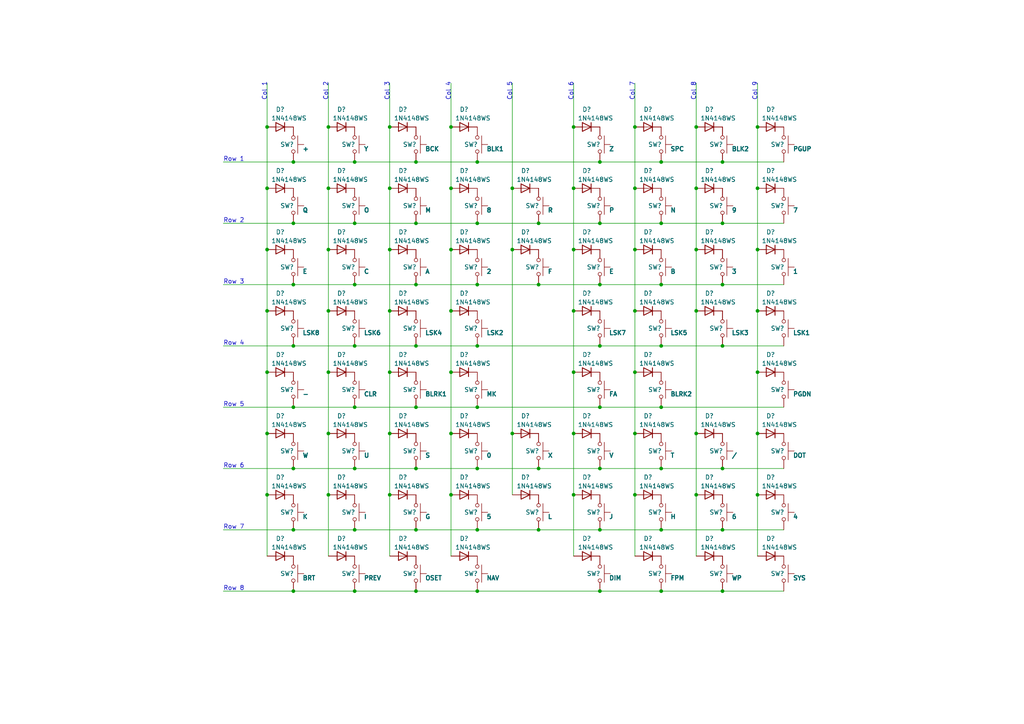
<source format=kicad_sch>
(kicad_sch (version 20211123) (generator eeschema)

  (uuid 9538e4ed-27e6-4c37-b989-9859dc0d49e8)

  (paper "A4")

  (title_block
    (title "A-10 CDU Switch Matix")
    (date "2022-03-27")
  )

  (lib_symbols
    (symbol "Diode:1N4148WS" (pin_numbers hide) (pin_names (offset 1.016) hide) (in_bom yes) (on_board yes)
      (property "Reference" "D" (id 0) (at 0 2.54 0)
        (effects (font (size 1.27 1.27)))
      )
      (property "Value" "1N4148WS" (id 1) (at 0 -2.54 0)
        (effects (font (size 1.27 1.27)))
      )
      (property "Footprint" "Diode_SMD:D_SOD-323" (id 2) (at 0 -4.445 0)
        (effects (font (size 1.27 1.27)) hide)
      )
      (property "Datasheet" "https://www.vishay.com/docs/85751/1n4148ws.pdf" (id 3) (at 0 0 0)
        (effects (font (size 1.27 1.27)) hide)
      )
      (property "ki_keywords" "diode" (id 4) (at 0 0 0)
        (effects (font (size 1.27 1.27)) hide)
      )
      (property "ki_description" "75V 0.15A Fast switching Diode, SOD-323" (id 5) (at 0 0 0)
        (effects (font (size 1.27 1.27)) hide)
      )
      (property "ki_fp_filters" "D*SOD?323*" (id 6) (at 0 0 0)
        (effects (font (size 1.27 1.27)) hide)
      )
      (symbol "1N4148WS_0_1"
        (polyline
          (pts
            (xy -1.27 1.27)
            (xy -1.27 -1.27)
          )
          (stroke (width 0.254) (type default) (color 0 0 0 0))
          (fill (type none))
        )
        (polyline
          (pts
            (xy 1.27 0)
            (xy -1.27 0)
          )
          (stroke (width 0) (type default) (color 0 0 0 0))
          (fill (type none))
        )
        (polyline
          (pts
            (xy 1.27 1.27)
            (xy 1.27 -1.27)
            (xy -1.27 0)
            (xy 1.27 1.27)
          )
          (stroke (width 0.254) (type default) (color 0 0 0 0))
          (fill (type none))
        )
      )
      (symbol "1N4148WS_1_1"
        (pin passive line (at -3.81 0 0) (length 2.54)
          (name "K" (effects (font (size 1.27 1.27))))
          (number "1" (effects (font (size 1.27 1.27))))
        )
        (pin passive line (at 3.81 0 180) (length 2.54)
          (name "A" (effects (font (size 1.27 1.27))))
          (number "2" (effects (font (size 1.27 1.27))))
        )
      )
    )
    (symbol "Switch:SW_Push" (pin_numbers hide) (pin_names (offset 1.016) hide) (in_bom yes) (on_board yes)
      (property "Reference" "SW" (id 0) (at 1.27 2.54 0)
        (effects (font (size 1.27 1.27)) (justify left))
      )
      (property "Value" "SW_Push" (id 1) (at 0 -1.524 0)
        (effects (font (size 1.27 1.27)))
      )
      (property "Footprint" "" (id 2) (at 0 5.08 0)
        (effects (font (size 1.27 1.27)) hide)
      )
      (property "Datasheet" "~" (id 3) (at 0 5.08 0)
        (effects (font (size 1.27 1.27)) hide)
      )
      (property "ki_keywords" "switch normally-open pushbutton push-button" (id 4) (at 0 0 0)
        (effects (font (size 1.27 1.27)) hide)
      )
      (property "ki_description" "Push button switch, generic, two pins" (id 5) (at 0 0 0)
        (effects (font (size 1.27 1.27)) hide)
      )
      (symbol "SW_Push_0_1"
        (circle (center -2.032 0) (radius 0.508)
          (stroke (width 0) (type default) (color 0 0 0 0))
          (fill (type none))
        )
        (polyline
          (pts
            (xy 0 1.27)
            (xy 0 3.048)
          )
          (stroke (width 0) (type default) (color 0 0 0 0))
          (fill (type none))
        )
        (polyline
          (pts
            (xy 2.54 1.27)
            (xy -2.54 1.27)
          )
          (stroke (width 0) (type default) (color 0 0 0 0))
          (fill (type none))
        )
        (circle (center 2.032 0) (radius 0.508)
          (stroke (width 0) (type default) (color 0 0 0 0))
          (fill (type none))
        )
        (pin passive line (at -5.08 0 0) (length 2.54)
          (name "1" (effects (font (size 1.27 1.27))))
          (number "1" (effects (font (size 1.27 1.27))))
        )
        (pin passive line (at 5.08 0 180) (length 2.54)
          (name "2" (effects (font (size 1.27 1.27))))
          (number "2" (effects (font (size 1.27 1.27))))
        )
      )
    )
  )

  (junction (at 173.99 82.55) (diameter 0) (color 0 0 0 0)
    (uuid 0042c3cf-f9ef-4788-b55f-35eedbdc62f9)
  )
  (junction (at 191.77 46.99) (diameter 0) (color 0 0 0 0)
    (uuid 011836eb-1fec-44ca-b8b4-ab7df19b51e8)
  )
  (junction (at 77.47 107.95) (diameter 0) (color 0 0 0 0)
    (uuid 07df39c0-c463-439c-8f56-9af5c9c1cb32)
  )
  (junction (at 191.77 100.33) (diameter 0) (color 0 0 0 0)
    (uuid 091a80d3-03a3-4ad2-831d-fdc9243aefa9)
  )
  (junction (at 184.15 143.51) (diameter 0) (color 0 0 0 0)
    (uuid 0cf33d60-c5f6-4fcc-8cf1-8d670b0c8ad8)
  )
  (junction (at 102.87 171.45) (diameter 0) (color 0 0 0 0)
    (uuid 0d3171bf-6702-4461-bd98-d7b59186e744)
  )
  (junction (at 85.09 64.77) (diameter 0) (color 0 0 0 0)
    (uuid 0e6de39e-3e62-4249-9708-8754fbeef67c)
  )
  (junction (at 166.37 143.51) (diameter 0) (color 0 0 0 0)
    (uuid 140adfea-d673-4a4a-9d04-1089abd74ba4)
  )
  (junction (at 148.59 125.73) (diameter 0) (color 0 0 0 0)
    (uuid 16c49f8b-26d4-4f0d-bdee-2e690c46a1d0)
  )
  (junction (at 120.65 135.89) (diameter 0) (color 0 0 0 0)
    (uuid 173ecd67-728e-434b-bfd2-c4cb79b7bfc2)
  )
  (junction (at 209.55 82.55) (diameter 0) (color 0 0 0 0)
    (uuid 1ca2eefe-562c-49c6-858c-1fa94bacb814)
  )
  (junction (at 138.43 82.55) (diameter 0) (color 0 0 0 0)
    (uuid 1f5dd0e3-6fbc-4a26-b59b-c0daa5372738)
  )
  (junction (at 191.77 64.77) (diameter 0) (color 0 0 0 0)
    (uuid 2128b2f6-554b-4708-93c7-b1211ad386a6)
  )
  (junction (at 138.43 153.67) (diameter 0) (color 0 0 0 0)
    (uuid 21514a48-8eb3-4469-8750-51b87ad3a24e)
  )
  (junction (at 156.21 153.67) (diameter 0) (color 0 0 0 0)
    (uuid 277b909d-5f3c-4e4e-951c-95224ece9949)
  )
  (junction (at 166.37 125.73) (diameter 0) (color 0 0 0 0)
    (uuid 27e2323e-48d0-44d6-8f6d-b36160aea9a8)
  )
  (junction (at 209.55 135.89) (diameter 0) (color 0 0 0 0)
    (uuid 2d57ff71-359b-4122-b83f-b55607d1c07f)
  )
  (junction (at 173.99 171.45) (diameter 0) (color 0 0 0 0)
    (uuid 2e66d7d4-f1b0-420f-a59d-8c44f2a2aa00)
  )
  (junction (at 219.71 107.95) (diameter 0) (color 0 0 0 0)
    (uuid 31deb99d-044e-48b0-8415-3aa6a3994bdd)
  )
  (junction (at 201.93 54.61) (diameter 0) (color 0 0 0 0)
    (uuid 37db8535-9d71-43bf-b41c-d5d9baa4768e)
  )
  (junction (at 77.47 90.17) (diameter 0) (color 0 0 0 0)
    (uuid 3a1a3961-b54d-41a6-bac8-26dfa12fdd11)
  )
  (junction (at 166.37 54.61) (diameter 0) (color 0 0 0 0)
    (uuid 46d929f3-dd9d-4d79-a841-c17c8055cf85)
  )
  (junction (at 120.65 100.33) (diameter 0) (color 0 0 0 0)
    (uuid 492a7168-22d7-4716-886c-45c6abe5ec6f)
  )
  (junction (at 85.09 118.11) (diameter 0) (color 0 0 0 0)
    (uuid 4a4b1a0d-7f75-42e2-b693-6d9e5bfc02f8)
  )
  (junction (at 173.99 118.11) (diameter 0) (color 0 0 0 0)
    (uuid 50ec663d-4ca2-400b-bd66-bc18527a5fb4)
  )
  (junction (at 113.03 72.39) (diameter 0) (color 0 0 0 0)
    (uuid 5f03a0dd-4e09-476a-bb8f-a1b69c47713a)
  )
  (junction (at 102.87 135.89) (diameter 0) (color 0 0 0 0)
    (uuid 6045b7dc-543b-4867-b0c4-97ac2c70138c)
  )
  (junction (at 219.71 36.83) (diameter 0) (color 0 0 0 0)
    (uuid 61100ec1-4424-44b3-ad5f-96be8f7328e0)
  )
  (junction (at 120.65 118.11) (diameter 0) (color 0 0 0 0)
    (uuid 6498dca6-d99d-44ad-befd-16609ff764c2)
  )
  (junction (at 95.25 72.39) (diameter 0) (color 0 0 0 0)
    (uuid 666f036f-0214-4a35-a713-e6cf1e954316)
  )
  (junction (at 166.37 36.83) (diameter 0) (color 0 0 0 0)
    (uuid 670af6d0-4f0e-4256-846b-8b2ce2998296)
  )
  (junction (at 201.93 143.51) (diameter 0) (color 0 0 0 0)
    (uuid 680b2732-c19a-473a-ba1b-de5511bda339)
  )
  (junction (at 130.81 72.39) (diameter 0) (color 0 0 0 0)
    (uuid 689943fe-1325-444a-bcb6-3378f2f09b01)
  )
  (junction (at 173.99 64.77) (diameter 0) (color 0 0 0 0)
    (uuid 6e572804-c18b-4a64-834f-6ed6882df510)
  )
  (junction (at 173.99 135.89) (diameter 0) (color 0 0 0 0)
    (uuid 6e5e8485-da74-4139-9034-9e1e0b23c86b)
  )
  (junction (at 148.59 72.39) (diameter 0) (color 0 0 0 0)
    (uuid 6ed0835f-a8e8-428e-bf40-3c41c9b67080)
  )
  (junction (at 184.15 72.39) (diameter 0) (color 0 0 0 0)
    (uuid 71efbb4e-c900-4411-b984-d03cf20bb68e)
  )
  (junction (at 138.43 46.99) (diameter 0) (color 0 0 0 0)
    (uuid 74844d2d-0443-421a-9bf4-4a9f6f558af9)
  )
  (junction (at 130.81 54.61) (diameter 0) (color 0 0 0 0)
    (uuid 75357842-26ac-4038-80b5-439fae2155fa)
  )
  (junction (at 184.15 107.95) (diameter 0) (color 0 0 0 0)
    (uuid 7848e257-7859-4aa9-b936-506bd6f599af)
  )
  (junction (at 95.25 54.61) (diameter 0) (color 0 0 0 0)
    (uuid 785b5756-9f39-4ee2-9241-beb268ec9a0f)
  )
  (junction (at 85.09 82.55) (diameter 0) (color 0 0 0 0)
    (uuid 793d7a6f-d637-4392-bd93-6d347fb45534)
  )
  (junction (at 184.15 90.17) (diameter 0) (color 0 0 0 0)
    (uuid 7aad0d26-173a-4add-b406-44d1b08f865a)
  )
  (junction (at 173.99 46.99) (diameter 0) (color 0 0 0 0)
    (uuid 7ad4e3a4-4d6a-4450-b421-db5da92c3279)
  )
  (junction (at 173.99 153.67) (diameter 0) (color 0 0 0 0)
    (uuid 7ccb1466-e8d5-4194-a3b4-18c1b9fbba7f)
  )
  (junction (at 201.93 125.73) (diameter 0) (color 0 0 0 0)
    (uuid 7de4982e-9159-4843-9626-c9c720ed5023)
  )
  (junction (at 77.47 72.39) (diameter 0) (color 0 0 0 0)
    (uuid 865e6186-9e40-437d-8525-f4c550379184)
  )
  (junction (at 184.15 36.83) (diameter 0) (color 0 0 0 0)
    (uuid 8dcfff0b-500f-44b1-8830-9ca83148e529)
  )
  (junction (at 130.81 125.73) (diameter 0) (color 0 0 0 0)
    (uuid 8ed79e99-4e7e-441f-9672-f21306deaa3e)
  )
  (junction (at 219.71 143.51) (diameter 0) (color 0 0 0 0)
    (uuid 905a397d-ee95-4dae-b16e-487416908865)
  )
  (junction (at 138.43 118.11) (diameter 0) (color 0 0 0 0)
    (uuid 91401db4-0cf4-460a-87d0-1ba59d1d4e63)
  )
  (junction (at 130.81 90.17) (diameter 0) (color 0 0 0 0)
    (uuid 975e441a-cb1d-4414-9429-3e205b01c8eb)
  )
  (junction (at 120.65 46.99) (diameter 0) (color 0 0 0 0)
    (uuid 978f5011-e991-4efe-97ee-c71d9fa6d4d2)
  )
  (junction (at 102.87 153.67) (diameter 0) (color 0 0 0 0)
    (uuid 97e08aa9-0201-441e-a0e1-caacd904f745)
  )
  (junction (at 191.77 135.89) (diameter 0) (color 0 0 0 0)
    (uuid 9a941bd4-0150-4950-a3d0-9a11638834dc)
  )
  (junction (at 130.81 36.83) (diameter 0) (color 0 0 0 0)
    (uuid 9d026fe9-0d56-42b7-a82c-c6d4c5dc8349)
  )
  (junction (at 77.47 143.51) (diameter 0) (color 0 0 0 0)
    (uuid 9e858c66-f76f-483e-8fdc-49cdeadeb04f)
  )
  (junction (at 138.43 171.45) (diameter 0) (color 0 0 0 0)
    (uuid 9e8c537a-3c04-4b9d-9d11-b85c5a3ab02d)
  )
  (junction (at 95.25 143.51) (diameter 0) (color 0 0 0 0)
    (uuid 9fd19c94-603f-451f-8104-0b3e14fa0e6b)
  )
  (junction (at 102.87 100.33) (diameter 0) (color 0 0 0 0)
    (uuid a1de8549-cac6-4750-8a43-0ca3d900a677)
  )
  (junction (at 201.93 36.83) (diameter 0) (color 0 0 0 0)
    (uuid a2cf3881-945a-4d27-9d22-072d116914ad)
  )
  (junction (at 113.03 125.73) (diameter 0) (color 0 0 0 0)
    (uuid a3564f26-a6d1-409e-9a8f-092b67043cc5)
  )
  (junction (at 77.47 54.61) (diameter 0) (color 0 0 0 0)
    (uuid a3ed7393-551a-4f22-9a53-fca0e277ac86)
  )
  (junction (at 201.93 72.39) (diameter 0) (color 0 0 0 0)
    (uuid a5d3362f-4b47-4fe1-8374-8fb653c7cda1)
  )
  (junction (at 191.77 171.45) (diameter 0) (color 0 0 0 0)
    (uuid a6f22875-842d-4105-8a4a-41aff2c726aa)
  )
  (junction (at 166.37 107.95) (diameter 0) (color 0 0 0 0)
    (uuid a77989e7-b6da-4a5e-a7f6-1d119ba5f11d)
  )
  (junction (at 148.59 54.61) (diameter 0) (color 0 0 0 0)
    (uuid a89543d6-9787-4dcf-8c2c-4d35a8c198f5)
  )
  (junction (at 209.55 46.99) (diameter 0) (color 0 0 0 0)
    (uuid a8c17911-b17b-42d4-9535-86160d0dcc5a)
  )
  (junction (at 209.55 100.33) (diameter 0) (color 0 0 0 0)
    (uuid a98ce396-9e74-4f7a-8e04-ed09d6323923)
  )
  (junction (at 209.55 153.67) (diameter 0) (color 0 0 0 0)
    (uuid a9efab29-2ce3-45e2-b060-7508aa8b8558)
  )
  (junction (at 113.03 54.61) (diameter 0) (color 0 0 0 0)
    (uuid aa22eeea-46be-4e07-aef7-28029402610f)
  )
  (junction (at 95.25 36.83) (diameter 0) (color 0 0 0 0)
    (uuid ad86da33-963d-4980-91a2-7b02242c4b83)
  )
  (junction (at 156.21 82.55) (diameter 0) (color 0 0 0 0)
    (uuid ad8e55c5-0497-44d3-bc76-65c625d3b10b)
  )
  (junction (at 120.65 153.67) (diameter 0) (color 0 0 0 0)
    (uuid adc5cb9b-0bd5-422a-ae21-4778f6102173)
  )
  (junction (at 102.87 82.55) (diameter 0) (color 0 0 0 0)
    (uuid aed1e454-cad9-4851-8282-82b6e4f6b965)
  )
  (junction (at 209.55 171.45) (diameter 0) (color 0 0 0 0)
    (uuid b365af38-0554-44a2-b3ab-d4de6cc05f5d)
  )
  (junction (at 130.81 107.95) (diameter 0) (color 0 0 0 0)
    (uuid b39c715d-7104-4c6a-a5c3-c14d0aebc6e4)
  )
  (junction (at 156.21 64.77) (diameter 0) (color 0 0 0 0)
    (uuid b3be006e-2a14-4f8a-8313-a565b845b685)
  )
  (junction (at 166.37 90.17) (diameter 0) (color 0 0 0 0)
    (uuid b4195d80-c88c-4bf1-bead-e2dfaae11714)
  )
  (junction (at 102.87 64.77) (diameter 0) (color 0 0 0 0)
    (uuid b42fbd8e-3194-45f2-9eb2-3f18b193b5df)
  )
  (junction (at 201.93 90.17) (diameter 0) (color 0 0 0 0)
    (uuid b4e9186c-c4bd-4a92-81f4-7cc1af322d5b)
  )
  (junction (at 191.77 82.55) (diameter 0) (color 0 0 0 0)
    (uuid b4faf627-b8be-427b-b3bc-0f162a5299de)
  )
  (junction (at 219.71 90.17) (diameter 0) (color 0 0 0 0)
    (uuid b5bfc2eb-b364-4e27-862b-bd6514ae0f80)
  )
  (junction (at 85.09 100.33) (diameter 0) (color 0 0 0 0)
    (uuid beb65003-4628-4f7b-b342-b7dca210c9c1)
  )
  (junction (at 77.47 125.73) (diameter 0) (color 0 0 0 0)
    (uuid c2329173-c324-4065-8610-27842f4bed04)
  )
  (junction (at 85.09 153.67) (diameter 0) (color 0 0 0 0)
    (uuid c2c561cf-2c99-4c4b-8677-2c94782767cd)
  )
  (junction (at 173.99 100.33) (diameter 0) (color 0 0 0 0)
    (uuid c3f2bea7-9ebd-4805-95ef-e35de8c79971)
  )
  (junction (at 113.03 143.51) (diameter 0) (color 0 0 0 0)
    (uuid c59edfa6-6728-4c8d-b634-862a416e414d)
  )
  (junction (at 95.25 107.95) (diameter 0) (color 0 0 0 0)
    (uuid c84d729e-a4e3-41a7-9e9b-54f8befa740a)
  )
  (junction (at 85.09 46.99) (diameter 0) (color 0 0 0 0)
    (uuid c8785b10-f631-4ec0-ac58-925ef9c3e42b)
  )
  (junction (at 113.03 36.83) (diameter 0) (color 0 0 0 0)
    (uuid ca69d629-d7ab-4ceb-9fc5-4c611350d24d)
  )
  (junction (at 138.43 135.89) (diameter 0) (color 0 0 0 0)
    (uuid cb4e80a0-5ad3-4c95-a612-717e0182564d)
  )
  (junction (at 77.47 36.83) (diameter 0) (color 0 0 0 0)
    (uuid cd7ec0d8-4d4a-4df2-ac2f-4516831170b7)
  )
  (junction (at 113.03 90.17) (diameter 0) (color 0 0 0 0)
    (uuid d1aa535a-4543-47b7-a061-462a43befa61)
  )
  (junction (at 138.43 64.77) (diameter 0) (color 0 0 0 0)
    (uuid d50f971e-51a1-4ce0-8aa2-59fce7f961fe)
  )
  (junction (at 95.25 125.73) (diameter 0) (color 0 0 0 0)
    (uuid d523370e-eff4-4fe2-bdfe-90f5837bb884)
  )
  (junction (at 184.15 54.61) (diameter 0) (color 0 0 0 0)
    (uuid d67465be-1dee-4ec1-b91d-155afac61b21)
  )
  (junction (at 219.71 72.39) (diameter 0) (color 0 0 0 0)
    (uuid d8764d64-27d3-4990-8844-f3d4209bd024)
  )
  (junction (at 219.71 125.73) (diameter 0) (color 0 0 0 0)
    (uuid d876e933-4727-4ba0-9b6d-365d43332a30)
  )
  (junction (at 219.71 54.61) (diameter 0) (color 0 0 0 0)
    (uuid dee63e6c-0004-4826-aabf-be2479418d1a)
  )
  (junction (at 156.21 135.89) (diameter 0) (color 0 0 0 0)
    (uuid e0b30903-a0bb-491a-8407-444801c6e6e5)
  )
  (junction (at 85.09 135.89) (diameter 0) (color 0 0 0 0)
    (uuid e291a6f2-d51a-4cfd-98e8-fd6d7f89ca75)
  )
  (junction (at 138.43 100.33) (diameter 0) (color 0 0 0 0)
    (uuid e33a1621-d2f0-4b19-a177-d39f5db9dc71)
  )
  (junction (at 166.37 72.39) (diameter 0) (color 0 0 0 0)
    (uuid e5d54481-85ab-424b-8580-251fca356d70)
  )
  (junction (at 102.87 118.11) (diameter 0) (color 0 0 0 0)
    (uuid e5f08f78-f2c4-4eb6-9d61-2ef1d7052590)
  )
  (junction (at 191.77 153.67) (diameter 0) (color 0 0 0 0)
    (uuid e615b8a2-237d-4f56-91c8-55e057d3383d)
  )
  (junction (at 130.81 143.51) (diameter 0) (color 0 0 0 0)
    (uuid e634f046-5dc1-47da-9462-074c6b0d7da3)
  )
  (junction (at 85.09 171.45) (diameter 0) (color 0 0 0 0)
    (uuid e7b69aff-1401-479b-916e-c1ee732c566f)
  )
  (junction (at 102.87 46.99) (diameter 0) (color 0 0 0 0)
    (uuid ee2d0c8d-9b22-467e-a419-71b8c080508d)
  )
  (junction (at 120.65 171.45) (diameter 0) (color 0 0 0 0)
    (uuid eedabaf5-a20e-4cb8-8855-926d6f0502be)
  )
  (junction (at 209.55 64.77) (diameter 0) (color 0 0 0 0)
    (uuid eeea0831-4249-4c3e-8c6f-6e4e173bcbab)
  )
  (junction (at 120.65 64.77) (diameter 0) (color 0 0 0 0)
    (uuid f12bc3e6-4b9d-43bd-90ae-29cf78bdc907)
  )
  (junction (at 184.15 125.73) (diameter 0) (color 0 0 0 0)
    (uuid f472e1ca-ef1b-45e3-a7fe-1494d4aa012f)
  )
  (junction (at 113.03 107.95) (diameter 0) (color 0 0 0 0)
    (uuid f78dd21f-e47a-4647-afd7-10c0b225862d)
  )
  (junction (at 191.77 118.11) (diameter 0) (color 0 0 0 0)
    (uuid fe3ba657-0347-4422-b221-404ac7400598)
  )
  (junction (at 95.25 90.17) (diameter 0) (color 0 0 0 0)
    (uuid fed25331-1d7d-40b6-aa7e-a238d7fb90f9)
  )
  (junction (at 120.65 82.55) (diameter 0) (color 0 0 0 0)
    (uuid ff356661-beb3-46a5-96a7-f6fda409063c)
  )

  (wire (pts (xy 85.09 118.11) (xy 102.87 118.11))
    (stroke (width 0) (type default) (color 0 0 0 0))
    (uuid 019f858e-71cc-4d6a-83e6-e3b480d4b505)
  )
  (wire (pts (xy 130.81 107.95) (xy 130.81 125.73))
    (stroke (width 0) (type default) (color 0 0 0 0))
    (uuid 029d2b90-5d1b-48ad-9ce2-d10b15aada45)
  )
  (wire (pts (xy 173.99 64.77) (xy 191.77 64.77))
    (stroke (width 0) (type default) (color 0 0 0 0))
    (uuid 0319a143-485e-4f69-b5b2-9d2999406da0)
  )
  (wire (pts (xy 85.09 100.33) (xy 102.87 100.33))
    (stroke (width 0) (type default) (color 0 0 0 0))
    (uuid 04e12cf1-f5a1-417a-8670-a36b05b43e35)
  )
  (wire (pts (xy 85.09 64.77) (xy 102.87 64.77))
    (stroke (width 0) (type default) (color 0 0 0 0))
    (uuid 04f77def-cb4f-40d7-873d-b06e2d57e815)
  )
  (wire (pts (xy 113.03 36.83) (xy 113.03 54.61))
    (stroke (width 0) (type default) (color 0 0 0 0))
    (uuid 07c7bf30-906b-4c88-923a-ad0f44cd2c15)
  )
  (wire (pts (xy 173.99 153.67) (xy 191.77 153.67))
    (stroke (width 0) (type default) (color 0 0 0 0))
    (uuid 08b23708-681b-4a0b-96b3-9ba4d6fae173)
  )
  (wire (pts (xy 184.15 143.51) (xy 184.15 161.29))
    (stroke (width 0) (type default) (color 0 0 0 0))
    (uuid 0e906a19-5748-45f4-94a3-05898412713a)
  )
  (wire (pts (xy 201.93 54.61) (xy 201.93 72.39))
    (stroke (width 0) (type default) (color 0 0 0 0))
    (uuid 0f84165c-6a50-4120-a272-268eb4b78fbe)
  )
  (wire (pts (xy 64.77 46.99) (xy 85.09 46.99))
    (stroke (width 0) (type default) (color 0 0 0 0))
    (uuid 0f89224d-a785-43a1-b251-2ab73a727caf)
  )
  (wire (pts (xy 77.47 143.51) (xy 77.47 161.29))
    (stroke (width 0) (type default) (color 0 0 0 0))
    (uuid 13195adf-cd24-47e2-9788-ccc2cc1db235)
  )
  (wire (pts (xy 102.87 171.45) (xy 120.65 171.45))
    (stroke (width 0) (type default) (color 0 0 0 0))
    (uuid 135eac38-896e-48eb-a1d2-0fff98cbedf8)
  )
  (wire (pts (xy 138.43 118.11) (xy 173.99 118.11))
    (stroke (width 0) (type default) (color 0 0 0 0))
    (uuid 15de38d8-a2b3-4467-8045-68bfb993b87b)
  )
  (wire (pts (xy 148.59 54.61) (xy 148.59 72.39))
    (stroke (width 0) (type default) (color 0 0 0 0))
    (uuid 16741f71-fef9-4691-b909-ac4f8de1ea3d)
  )
  (wire (pts (xy 156.21 153.67) (xy 173.99 153.67))
    (stroke (width 0) (type default) (color 0 0 0 0))
    (uuid 1848900f-deb4-47ee-b3cd-ebb590c7a787)
  )
  (wire (pts (xy 201.93 143.51) (xy 201.93 161.29))
    (stroke (width 0) (type default) (color 0 0 0 0))
    (uuid 19077179-5702-4433-bb36-923f3a9dadb9)
  )
  (wire (pts (xy 209.55 153.67) (xy 227.33 153.67))
    (stroke (width 0) (type default) (color 0 0 0 0))
    (uuid 1a09e50a-f1f9-4158-8b6e-8b96faa6690e)
  )
  (wire (pts (xy 219.71 24.13) (xy 219.71 36.83))
    (stroke (width 0) (type default) (color 0 0 0 0))
    (uuid 1a207ce1-6fa3-429b-949b-bcd05f7a3bb6)
  )
  (wire (pts (xy 166.37 107.95) (xy 166.37 125.73))
    (stroke (width 0) (type default) (color 0 0 0 0))
    (uuid 1d2f0992-a52b-46bc-8222-643ef9150a97)
  )
  (wire (pts (xy 201.93 90.17) (xy 201.93 125.73))
    (stroke (width 0) (type default) (color 0 0 0 0))
    (uuid 1e291e49-0b72-4417-84ad-d7bc58744532)
  )
  (wire (pts (xy 209.55 135.89) (xy 227.33 135.89))
    (stroke (width 0) (type default) (color 0 0 0 0))
    (uuid 1fff4e84-315a-489f-8d2d-0a7c9670292f)
  )
  (wire (pts (xy 184.15 54.61) (xy 184.15 72.39))
    (stroke (width 0) (type default) (color 0 0 0 0))
    (uuid 2092199d-a4f3-4bc8-9e2c-943a7d08fe5f)
  )
  (wire (pts (xy 191.77 46.99) (xy 209.55 46.99))
    (stroke (width 0) (type default) (color 0 0 0 0))
    (uuid 24c3eddf-1ea4-4ab2-91b5-5f92531e5386)
  )
  (wire (pts (xy 113.03 125.73) (xy 113.03 143.51))
    (stroke (width 0) (type default) (color 0 0 0 0))
    (uuid 25224530-13b1-4f63-b6d2-e368fe17db94)
  )
  (wire (pts (xy 184.15 107.95) (xy 184.15 125.73))
    (stroke (width 0) (type default) (color 0 0 0 0))
    (uuid 2bdc1089-037a-42b4-9da6-b44c9c50bfcd)
  )
  (wire (pts (xy 173.99 82.55) (xy 191.77 82.55))
    (stroke (width 0) (type default) (color 0 0 0 0))
    (uuid 2cee0869-34c8-4251-b91b-001ea8f25145)
  )
  (wire (pts (xy 113.03 54.61) (xy 113.03 72.39))
    (stroke (width 0) (type default) (color 0 0 0 0))
    (uuid 2fd5aa69-7b08-4413-8685-5dae1d79641a)
  )
  (wire (pts (xy 64.77 171.45) (xy 85.09 171.45))
    (stroke (width 0) (type default) (color 0 0 0 0))
    (uuid 2fe7ed2e-983e-4d78-a09b-9ad864cc7cb6)
  )
  (wire (pts (xy 64.77 135.89) (xy 85.09 135.89))
    (stroke (width 0) (type default) (color 0 0 0 0))
    (uuid 3292d6b9-6698-404b-9b3a-810fd30bd736)
  )
  (wire (pts (xy 113.03 107.95) (xy 113.03 125.73))
    (stroke (width 0) (type default) (color 0 0 0 0))
    (uuid 3314bdf4-035b-477d-9331-bb2856c32eae)
  )
  (wire (pts (xy 184.15 90.17) (xy 184.15 107.95))
    (stroke (width 0) (type default) (color 0 0 0 0))
    (uuid 3656fdbf-679b-496a-a037-1e8ce263a95d)
  )
  (wire (pts (xy 130.81 24.13) (xy 130.81 36.83))
    (stroke (width 0) (type default) (color 0 0 0 0))
    (uuid 379ee1f4-0b56-47a2-b078-1b637b4cf6d5)
  )
  (wire (pts (xy 219.71 72.39) (xy 219.71 90.17))
    (stroke (width 0) (type default) (color 0 0 0 0))
    (uuid 3927fae5-f84e-4a9c-a9c5-ed76b0fa7151)
  )
  (wire (pts (xy 64.77 153.67) (xy 85.09 153.67))
    (stroke (width 0) (type default) (color 0 0 0 0))
    (uuid 3b9aa0a8-cee5-47f5-95e1-cfb442f07993)
  )
  (wire (pts (xy 113.03 143.51) (xy 113.03 161.29))
    (stroke (width 0) (type default) (color 0 0 0 0))
    (uuid 3f58b348-f740-4c4d-9451-cad4e6c8cd88)
  )
  (wire (pts (xy 130.81 72.39) (xy 130.81 90.17))
    (stroke (width 0) (type default) (color 0 0 0 0))
    (uuid 4223227a-085a-4a07-bbbd-948fde5a8591)
  )
  (wire (pts (xy 219.71 36.83) (xy 219.71 54.61))
    (stroke (width 0) (type default) (color 0 0 0 0))
    (uuid 42b83027-4eb5-4bf0-a489-6ef735b7cc64)
  )
  (wire (pts (xy 138.43 46.99) (xy 173.99 46.99))
    (stroke (width 0) (type default) (color 0 0 0 0))
    (uuid 43a0b6ab-669f-490a-82c5-966df2f0a472)
  )
  (wire (pts (xy 64.77 118.11) (xy 85.09 118.11))
    (stroke (width 0) (type default) (color 0 0 0 0))
    (uuid 446fc13d-d421-4f26-915a-446adeeaae47)
  )
  (wire (pts (xy 201.93 125.73) (xy 201.93 143.51))
    (stroke (width 0) (type default) (color 0 0 0 0))
    (uuid 447242e7-a14a-4c07-a49e-fdcb30e5a9bd)
  )
  (wire (pts (xy 191.77 171.45) (xy 209.55 171.45))
    (stroke (width 0) (type default) (color 0 0 0 0))
    (uuid 45ded4da-4d3d-4e41-9ef8-9d554537ee3d)
  )
  (wire (pts (xy 184.15 125.73) (xy 184.15 143.51))
    (stroke (width 0) (type default) (color 0 0 0 0))
    (uuid 47c225f2-220a-42bc-a7bb-9e9181fa1da5)
  )
  (wire (pts (xy 173.99 46.99) (xy 191.77 46.99))
    (stroke (width 0) (type default) (color 0 0 0 0))
    (uuid 4d9c3c62-4be1-4013-ba39-04b71404ad65)
  )
  (wire (pts (xy 95.25 143.51) (xy 95.25 161.29))
    (stroke (width 0) (type default) (color 0 0 0 0))
    (uuid 4e45506b-56af-411d-bbb8-326659d0b2d4)
  )
  (wire (pts (xy 201.93 24.13) (xy 201.93 36.83))
    (stroke (width 0) (type default) (color 0 0 0 0))
    (uuid 4e74e1cb-3a99-41f5-b235-bcc0096d693c)
  )
  (wire (pts (xy 95.25 125.73) (xy 95.25 143.51))
    (stroke (width 0) (type default) (color 0 0 0 0))
    (uuid 505eaa3a-06d2-41ea-8e35-40db14a1885c)
  )
  (wire (pts (xy 191.77 135.89) (xy 209.55 135.89))
    (stroke (width 0) (type default) (color 0 0 0 0))
    (uuid 5122e3f1-9592-48da-baa6-6022b16a6840)
  )
  (wire (pts (xy 130.81 143.51) (xy 130.81 161.29))
    (stroke (width 0) (type default) (color 0 0 0 0))
    (uuid 5309f100-d42c-42a3-91bd-abe21730d1b5)
  )
  (wire (pts (xy 138.43 153.67) (xy 156.21 153.67))
    (stroke (width 0) (type default) (color 0 0 0 0))
    (uuid 53fd4ab5-b619-41df-986e-4f1232a32aef)
  )
  (wire (pts (xy 130.81 36.83) (xy 130.81 54.61))
    (stroke (width 0) (type default) (color 0 0 0 0))
    (uuid 59a57815-f377-49a2-9c08-02fe970d66c2)
  )
  (wire (pts (xy 85.09 171.45) (xy 102.87 171.45))
    (stroke (width 0) (type default) (color 0 0 0 0))
    (uuid 5c74af22-db3c-4a72-8ba5-5cb30c5e0b42)
  )
  (wire (pts (xy 166.37 24.13) (xy 166.37 36.83))
    (stroke (width 0) (type default) (color 0 0 0 0))
    (uuid 5cbcf72b-b508-4927-81cf-093efc530ffc)
  )
  (wire (pts (xy 201.93 36.83) (xy 201.93 54.61))
    (stroke (width 0) (type default) (color 0 0 0 0))
    (uuid 5d680c33-2c80-4098-a50d-1d8c5dbef988)
  )
  (wire (pts (xy 191.77 100.33) (xy 209.55 100.33))
    (stroke (width 0) (type default) (color 0 0 0 0))
    (uuid 638a151e-44ac-48fd-b560-b51af3f83f4a)
  )
  (wire (pts (xy 191.77 64.77) (xy 209.55 64.77))
    (stroke (width 0) (type default) (color 0 0 0 0))
    (uuid 658db509-77d5-4989-a5e6-f5bb8474978f)
  )
  (wire (pts (xy 156.21 64.77) (xy 173.99 64.77))
    (stroke (width 0) (type default) (color 0 0 0 0))
    (uuid 65f461f9-9d9d-4225-97bf-bea9583faca6)
  )
  (wire (pts (xy 77.47 24.13) (xy 77.47 36.83))
    (stroke (width 0) (type default) (color 0 0 0 0))
    (uuid 67d43e24-4b6d-40bb-9fd1-386dcdb48bc6)
  )
  (wire (pts (xy 166.37 143.51) (xy 166.37 161.29))
    (stroke (width 0) (type default) (color 0 0 0 0))
    (uuid 69d229f4-a06f-4984-929e-a1e3daf1998b)
  )
  (wire (pts (xy 120.65 82.55) (xy 138.43 82.55))
    (stroke (width 0) (type default) (color 0 0 0 0))
    (uuid 6cb3f7c1-177c-43bc-b10a-13049436fcaa)
  )
  (wire (pts (xy 102.87 100.33) (xy 120.65 100.33))
    (stroke (width 0) (type default) (color 0 0 0 0))
    (uuid 6cbf0bff-26bc-4eb8-9758-ab314e648345)
  )
  (wire (pts (xy 138.43 135.89) (xy 156.21 135.89))
    (stroke (width 0) (type default) (color 0 0 0 0))
    (uuid 7190a9a2-5da7-4c35-af00-1d88c388deac)
  )
  (wire (pts (xy 138.43 82.55) (xy 156.21 82.55))
    (stroke (width 0) (type default) (color 0 0 0 0))
    (uuid 72434eac-8731-4fd2-8abe-854c78ae51dc)
  )
  (wire (pts (xy 209.55 171.45) (xy 227.33 171.45))
    (stroke (width 0) (type default) (color 0 0 0 0))
    (uuid 72befada-e2cc-4bfd-829b-0ba404fd7d8f)
  )
  (wire (pts (xy 77.47 36.83) (xy 77.47 54.61))
    (stroke (width 0) (type default) (color 0 0 0 0))
    (uuid 7324bea7-bea2-4a16-8bbd-cc3191a410f2)
  )
  (wire (pts (xy 166.37 125.73) (xy 166.37 143.51))
    (stroke (width 0) (type default) (color 0 0 0 0))
    (uuid 76280c47-a67b-4239-8799-4044c88ab4a9)
  )
  (wire (pts (xy 201.93 72.39) (xy 201.93 90.17))
    (stroke (width 0) (type default) (color 0 0 0 0))
    (uuid 78e4cac5-f6b9-4e33-852b-c2a331be8288)
  )
  (wire (pts (xy 138.43 171.45) (xy 173.99 171.45))
    (stroke (width 0) (type default) (color 0 0 0 0))
    (uuid 79761a7a-a525-4639-8c16-7b690591b32b)
  )
  (wire (pts (xy 120.65 153.67) (xy 138.43 153.67))
    (stroke (width 0) (type default) (color 0 0 0 0))
    (uuid 7eb33d59-ce78-43de-813a-44f2d8f6b501)
  )
  (wire (pts (xy 95.25 36.83) (xy 95.25 54.61))
    (stroke (width 0) (type default) (color 0 0 0 0))
    (uuid 7f9fa223-d8b9-4d14-a4f0-e2f25119b888)
  )
  (wire (pts (xy 95.25 72.39) (xy 95.25 90.17))
    (stroke (width 0) (type default) (color 0 0 0 0))
    (uuid 7fec9e00-f4ca-4dfc-b8bd-440c2cfb3d12)
  )
  (wire (pts (xy 95.25 107.95) (xy 95.25 125.73))
    (stroke (width 0) (type default) (color 0 0 0 0))
    (uuid 83207b32-a269-4389-85bd-86a5d21dbd7d)
  )
  (wire (pts (xy 95.25 54.61) (xy 95.25 72.39))
    (stroke (width 0) (type default) (color 0 0 0 0))
    (uuid 88ee55c9-d796-4cef-b8d7-7f33b4ff873c)
  )
  (wire (pts (xy 120.65 118.11) (xy 138.43 118.11))
    (stroke (width 0) (type default) (color 0 0 0 0))
    (uuid 8ad1572b-cb29-4b02-a2cc-8b22d86b4384)
  )
  (wire (pts (xy 85.09 153.67) (xy 102.87 153.67))
    (stroke (width 0) (type default) (color 0 0 0 0))
    (uuid 8ae63116-512b-478a-bee7-58d868bf836b)
  )
  (wire (pts (xy 148.59 125.73) (xy 148.59 143.51))
    (stroke (width 0) (type default) (color 0 0 0 0))
    (uuid 8b844839-8e43-44f5-9f9c-5778557e6766)
  )
  (wire (pts (xy 64.77 64.77) (xy 85.09 64.77))
    (stroke (width 0) (type default) (color 0 0 0 0))
    (uuid 8e3e98dd-fb03-40c0-90d4-3a828c2f7378)
  )
  (wire (pts (xy 95.25 24.13) (xy 95.25 36.83))
    (stroke (width 0) (type default) (color 0 0 0 0))
    (uuid 8e9bfc46-3988-4810-8c08-d236e8a8de15)
  )
  (wire (pts (xy 85.09 135.89) (xy 102.87 135.89))
    (stroke (width 0) (type default) (color 0 0 0 0))
    (uuid 8f5f73b4-be2a-4087-9af3-25f375ee9420)
  )
  (wire (pts (xy 130.81 90.17) (xy 130.81 107.95))
    (stroke (width 0) (type default) (color 0 0 0 0))
    (uuid 8fa78bab-9a21-4528-85b4-453788c5f391)
  )
  (wire (pts (xy 64.77 100.33) (xy 85.09 100.33))
    (stroke (width 0) (type default) (color 0 0 0 0))
    (uuid 90025347-f763-4606-a879-cdf6fb2c0e76)
  )
  (wire (pts (xy 166.37 36.83) (xy 166.37 54.61))
    (stroke (width 0) (type default) (color 0 0 0 0))
    (uuid 90bb9ace-083f-4169-bcab-1f8d79b9e16e)
  )
  (wire (pts (xy 173.99 135.89) (xy 191.77 135.89))
    (stroke (width 0) (type default) (color 0 0 0 0))
    (uuid 90f9f031-5d74-4ecd-a3a7-64acaa3ac870)
  )
  (wire (pts (xy 166.37 54.61) (xy 166.37 72.39))
    (stroke (width 0) (type default) (color 0 0 0 0))
    (uuid 92fbca3d-f59b-4b37-a7c4-fe065449d814)
  )
  (wire (pts (xy 184.15 24.13) (xy 184.15 36.83))
    (stroke (width 0) (type default) (color 0 0 0 0))
    (uuid 937e140f-bd62-400a-b79f-0dd19eb99c18)
  )
  (wire (pts (xy 184.15 36.83) (xy 184.15 54.61))
    (stroke (width 0) (type default) (color 0 0 0 0))
    (uuid 938220f8-b557-4f56-a76e-f82abaef87da)
  )
  (wire (pts (xy 102.87 82.55) (xy 120.65 82.55))
    (stroke (width 0) (type default) (color 0 0 0 0))
    (uuid 944c6cc6-ae43-4d69-a245-a5352cd9d167)
  )
  (wire (pts (xy 77.47 72.39) (xy 77.47 90.17))
    (stroke (width 0) (type default) (color 0 0 0 0))
    (uuid 94fd064e-7f21-4f9f-9035-d303e946977f)
  )
  (wire (pts (xy 130.81 125.73) (xy 130.81 143.51))
    (stroke (width 0) (type default) (color 0 0 0 0))
    (uuid 97121515-ca29-4ff2-afb8-6959682d222f)
  )
  (wire (pts (xy 120.65 100.33) (xy 138.43 100.33))
    (stroke (width 0) (type default) (color 0 0 0 0))
    (uuid 99963d42-d644-45ba-b33d-796c0e711503)
  )
  (wire (pts (xy 138.43 64.77) (xy 156.21 64.77))
    (stroke (width 0) (type default) (color 0 0 0 0))
    (uuid 9ab60788-7198-4f3f-adff-859adcca5dae)
  )
  (wire (pts (xy 156.21 82.55) (xy 173.99 82.55))
    (stroke (width 0) (type default) (color 0 0 0 0))
    (uuid 9b28e5ef-b423-475d-b3be-0b3356803d50)
  )
  (wire (pts (xy 130.81 54.61) (xy 130.81 72.39))
    (stroke (width 0) (type default) (color 0 0 0 0))
    (uuid 9bacedcb-18a3-4e7b-b18c-7da0ba1b768b)
  )
  (wire (pts (xy 64.77 82.55) (xy 85.09 82.55))
    (stroke (width 0) (type default) (color 0 0 0 0))
    (uuid a1250d9f-ed2c-4da2-a491-689643fffd9d)
  )
  (wire (pts (xy 95.25 90.17) (xy 95.25 107.95))
    (stroke (width 0) (type default) (color 0 0 0 0))
    (uuid a38699f2-f66f-44db-b615-75a09dafe4f2)
  )
  (wire (pts (xy 77.47 90.17) (xy 77.47 107.95))
    (stroke (width 0) (type default) (color 0 0 0 0))
    (uuid a4a2be89-9ce3-491a-9ceb-ab7bf6ec4023)
  )
  (wire (pts (xy 191.77 82.55) (xy 209.55 82.55))
    (stroke (width 0) (type default) (color 0 0 0 0))
    (uuid a73e0e58-c076-4039-85c7-3540e4ad15fa)
  )
  (wire (pts (xy 219.71 143.51) (xy 219.71 161.29))
    (stroke (width 0) (type default) (color 0 0 0 0))
    (uuid a7d39309-6134-4cc7-9b3a-6efa12b4b595)
  )
  (wire (pts (xy 184.15 72.39) (xy 184.15 90.17))
    (stroke (width 0) (type default) (color 0 0 0 0))
    (uuid a8ddb4f4-bb2c-4f3d-a3c1-4507aea6612f)
  )
  (wire (pts (xy 102.87 46.99) (xy 120.65 46.99))
    (stroke (width 0) (type default) (color 0 0 0 0))
    (uuid ad728183-e5ac-4c59-ab40-569255e304bf)
  )
  (wire (pts (xy 120.65 135.89) (xy 138.43 135.89))
    (stroke (width 0) (type default) (color 0 0 0 0))
    (uuid af1d0f64-87c9-4654-a007-784bdbed71cd)
  )
  (wire (pts (xy 85.09 82.55) (xy 102.87 82.55))
    (stroke (width 0) (type default) (color 0 0 0 0))
    (uuid b365a9d6-66fc-4e8f-9d97-95e3533585ac)
  )
  (wire (pts (xy 148.59 72.39) (xy 148.59 125.73))
    (stroke (width 0) (type default) (color 0 0 0 0))
    (uuid b44deb66-38ea-4e60-a3ba-04354c7d42b5)
  )
  (wire (pts (xy 156.21 135.89) (xy 173.99 135.89))
    (stroke (width 0) (type default) (color 0 0 0 0))
    (uuid b7dfb812-efb0-44d7-84b0-e00fe650a3e1)
  )
  (wire (pts (xy 166.37 72.39) (xy 166.37 90.17))
    (stroke (width 0) (type default) (color 0 0 0 0))
    (uuid c1547ba7-7e01-476b-8706-c5232ba99a92)
  )
  (wire (pts (xy 138.43 100.33) (xy 173.99 100.33))
    (stroke (width 0) (type default) (color 0 0 0 0))
    (uuid c17b8220-f59d-4a6e-be25-678e2bd6c8e2)
  )
  (wire (pts (xy 102.87 153.67) (xy 120.65 153.67))
    (stroke (width 0) (type default) (color 0 0 0 0))
    (uuid c8978b0c-7a02-4afa-924d-14aa6f342225)
  )
  (wire (pts (xy 102.87 118.11) (xy 120.65 118.11))
    (stroke (width 0) (type default) (color 0 0 0 0))
    (uuid cbe192dc-27a7-4708-ae3b-c60984aade78)
  )
  (wire (pts (xy 219.71 90.17) (xy 219.71 107.95))
    (stroke (width 0) (type default) (color 0 0 0 0))
    (uuid cdd70d3a-570a-48b1-aa84-4c1a192dbafd)
  )
  (wire (pts (xy 77.47 107.95) (xy 77.47 125.73))
    (stroke (width 0) (type default) (color 0 0 0 0))
    (uuid d46a0c39-8057-420c-a373-44f053fd585d)
  )
  (wire (pts (xy 209.55 46.99) (xy 227.33 46.99))
    (stroke (width 0) (type default) (color 0 0 0 0))
    (uuid dd9cd583-8ce4-4754-8a6d-059b406b4c22)
  )
  (wire (pts (xy 209.55 100.33) (xy 227.33 100.33))
    (stroke (width 0) (type default) (color 0 0 0 0))
    (uuid de42497c-2e9f-4f61-99ae-b45becd70858)
  )
  (wire (pts (xy 77.47 54.61) (xy 77.47 72.39))
    (stroke (width 0) (type default) (color 0 0 0 0))
    (uuid e0f286e0-f87d-463b-b894-41e06a74c38d)
  )
  (wire (pts (xy 113.03 90.17) (xy 113.03 107.95))
    (stroke (width 0) (type default) (color 0 0 0 0))
    (uuid e2877d78-792c-49ba-9f47-e37d5e083785)
  )
  (wire (pts (xy 191.77 118.11) (xy 227.33 118.11))
    (stroke (width 0) (type default) (color 0 0 0 0))
    (uuid e28a68ea-4aa7-4fa5-bf8e-55871179a825)
  )
  (wire (pts (xy 209.55 64.77) (xy 227.33 64.77))
    (stroke (width 0) (type default) (color 0 0 0 0))
    (uuid e2ec81da-4ca9-471d-b263-561900e21f08)
  )
  (wire (pts (xy 173.99 118.11) (xy 191.77 118.11))
    (stroke (width 0) (type default) (color 0 0 0 0))
    (uuid e378fb13-c38e-4bb1-a7c6-fd6b18202b40)
  )
  (wire (pts (xy 102.87 64.77) (xy 120.65 64.77))
    (stroke (width 0) (type default) (color 0 0 0 0))
    (uuid e877ffdb-ab7f-440b-9cd8-27039436ceb2)
  )
  (wire (pts (xy 113.03 72.39) (xy 113.03 90.17))
    (stroke (width 0) (type default) (color 0 0 0 0))
    (uuid ea1312f9-3d7b-47e6-bc5c-36dad9a26e8d)
  )
  (wire (pts (xy 219.71 125.73) (xy 219.71 143.51))
    (stroke (width 0) (type default) (color 0 0 0 0))
    (uuid ea95d78f-4e43-4071-95cd-655c2cd60c5f)
  )
  (wire (pts (xy 102.87 135.89) (xy 120.65 135.89))
    (stroke (width 0) (type default) (color 0 0 0 0))
    (uuid eb1205df-2898-4c42-af18-eb606f4678d2)
  )
  (wire (pts (xy 219.71 54.61) (xy 219.71 72.39))
    (stroke (width 0) (type default) (color 0 0 0 0))
    (uuid ed4078c9-880c-4655-a186-4b9c89ae0748)
  )
  (wire (pts (xy 85.09 46.99) (xy 102.87 46.99))
    (stroke (width 0) (type default) (color 0 0 0 0))
    (uuid ee3f619f-deb6-4697-a1b0-e2d807a27963)
  )
  (wire (pts (xy 113.03 24.13) (xy 113.03 36.83))
    (stroke (width 0) (type default) (color 0 0 0 0))
    (uuid f0f28cd4-ae55-45c9-81b2-c8aef356293f)
  )
  (wire (pts (xy 191.77 153.67) (xy 209.55 153.67))
    (stroke (width 0) (type default) (color 0 0 0 0))
    (uuid f487717d-f361-40dd-b725-3b47296a4b24)
  )
  (wire (pts (xy 120.65 171.45) (xy 138.43 171.45))
    (stroke (width 0) (type default) (color 0 0 0 0))
    (uuid f679bd07-a9da-4d26-b127-7792bb1164b6)
  )
  (wire (pts (xy 209.55 82.55) (xy 227.33 82.55))
    (stroke (width 0) (type default) (color 0 0 0 0))
    (uuid f886a2c4-f20a-4770-9d6e-402b79509475)
  )
  (wire (pts (xy 77.47 125.73) (xy 77.47 143.51))
    (stroke (width 0) (type default) (color 0 0 0 0))
    (uuid f909e406-b8c9-43ae-b53a-48c130cf1377)
  )
  (wire (pts (xy 173.99 100.33) (xy 191.77 100.33))
    (stroke (width 0) (type default) (color 0 0 0 0))
    (uuid f9e563ea-a1b8-4b07-8250-3d0f885c898d)
  )
  (wire (pts (xy 166.37 90.17) (xy 166.37 107.95))
    (stroke (width 0) (type default) (color 0 0 0 0))
    (uuid fa60eded-b839-40cd-8e9a-913d6f825f18)
  )
  (wire (pts (xy 120.65 64.77) (xy 138.43 64.77))
    (stroke (width 0) (type default) (color 0 0 0 0))
    (uuid fb5f014a-4e62-4126-bd09-183ae5c2a366)
  )
  (wire (pts (xy 120.65 46.99) (xy 138.43 46.99))
    (stroke (width 0) (type default) (color 0 0 0 0))
    (uuid fd024717-1264-4a54-9510-8a64abf4dd01)
  )
  (wire (pts (xy 219.71 107.95) (xy 219.71 125.73))
    (stroke (width 0) (type default) (color 0 0 0 0))
    (uuid fd7d9d6f-3c32-4677-92fa-17e2cdc822b9)
  )
  (wire (pts (xy 148.59 24.13) (xy 148.59 54.61))
    (stroke (width 0) (type default) (color 0 0 0 0))
    (uuid ff71ac11-1287-4f06-9f6b-fc3913e9c3e2)
  )
  (wire (pts (xy 173.99 171.45) (xy 191.77 171.45))
    (stroke (width 0) (type default) (color 0 0 0 0))
    (uuid ffcd1270-617b-49a9-8a9c-9cc1774682f2)
  )

  (text "Col 1" (at 77.47 29.21 90)
    (effects (font (size 1.27 1.27)) (justify left bottom))
    (uuid 26ca988a-cbf5-45ed-89ac-54eb825f19b8)
  )
  (text "Col 4" (at 130.81 29.21 90)
    (effects (font (size 1.27 1.27)) (justify left bottom))
    (uuid 28c1dbc1-0992-4ccd-b54d-156a00739678)
  )
  (text "Col 9" (at 219.71 29.21 90)
    (effects (font (size 1.27 1.27)) (justify left bottom))
    (uuid 34df5202-e349-46c5-b049-2d61597f4670)
  )
  (text "Row 1" (at 64.77 46.99 0)
    (effects (font (size 1.27 1.27)) (justify left bottom))
    (uuid 4c7947ad-e787-47e8-91c6-4ba83019a7e8)
  )
  (text "Col 7" (at 184.15 29.21 90)
    (effects (font (size 1.27 1.27)) (justify left bottom))
    (uuid 65d4703e-9282-464c-99cd-e86c464c2154)
  )
  (text "Row 3" (at 64.77 82.55 0)
    (effects (font (size 1.27 1.27)) (justify left bottom))
    (uuid 66c35dd0-e3f1-449b-9937-b317efa88003)
  )
  (text "Row 4" (at 64.77 100.33 0)
    (effects (font (size 1.27 1.27)) (justify left bottom))
    (uuid 712e22bf-d363-4624-858f-f149960231e8)
  )
  (text "Row 7" (at 64.77 153.67 0)
    (effects (font (size 1.27 1.27)) (justify left bottom))
    (uuid 73f4373e-1b17-4066-96e9-e419ed1afe21)
  )
  (text "Row 2" (at 64.77 64.77 0)
    (effects (font (size 1.27 1.27)) (justify left bottom))
    (uuid 7871dff3-a11f-413e-a658-de29a850a9c8)
  )
  (text "Col 5" (at 148.59 29.21 90)
    (effects (font (size 1.27 1.27)) (justify left bottom))
    (uuid 816ab006-fa76-4165-a8f5-9e18740089a4)
  )
  (text "Col 3" (at 113.03 29.21 90)
    (effects (font (size 1.27 1.27)) (justify left bottom))
    (uuid adcd04a4-37f6-47ee-8e00-c71bd46b7ba8)
  )
  (text "Col 2" (at 95.25 29.21 90)
    (effects (font (size 1.27 1.27)) (justify left bottom))
    (uuid b7dc9483-731b-4902-85b4-86de01ace45e)
  )
  (text "Col 8" (at 201.93 29.21 90)
    (effects (font (size 1.27 1.27)) (justify left bottom))
    (uuid c47c4ab0-62a1-4fb8-b442-7efbd8572fa8)
  )
  (text "Row 5" (at 64.77 118.11 0)
    (effects (font (size 1.27 1.27)) (justify left bottom))
    (uuid db56d22f-1d36-4759-aaf5-e68e2b32dcc2)
  )
  (text "Col 6" (at 166.37 29.21 90)
    (effects (font (size 1.27 1.27)) (justify left bottom))
    (uuid e9fb1f3b-96c7-4c23-9cc2-4ed054fe8b5b)
  )
  (text "Row 8" (at 64.77 171.45 0)
    (effects (font (size 1.27 1.27)) (justify left bottom))
    (uuid eaaa474a-beb1-4e3d-b8e7-5a4f68d8f9b0)
  )
  (text "Row 6" (at 64.77 135.89 0)
    (effects (font (size 1.27 1.27)) (justify left bottom))
    (uuid fc842f8c-12f8-4d06-a809-5b69674c15ad)
  )

  (symbol (lib_id "Switch:SW_Push") (at 102.87 113.03 270) (unit 1)
    (in_bom yes) (on_board yes)
    (uuid 05be91ba-cc61-474d-8489-4ed7573eef75)
    (property "Reference" "SW?" (id 0) (at 99.06 113.03 90)
      (effects (font (size 1.27 1.27)) (justify left))
    )
    (property "Value" "CLR" (id 1) (at 105.41 114.3 90)
      (effects (font (size 1.27 1.27) bold) (justify left))
    )
    (property "Footprint" "" (id 2) (at 107.95 113.03 0)
      (effects (font (size 1.27 1.27)) hide)
    )
    (property "Datasheet" "~" (id 3) (at 107.95 113.03 0)
      (effects (font (size 1.27 1.27)) hide)
    )
    (pin "1" (uuid e8d998e8-17ae-4941-94bc-cd49c3a68e85))
    (pin "2" (uuid 712746b3-e77e-4ab4-8cee-ee4091e1dccf))
  )

  (symbol (lib_id "Switch:SW_Push") (at 120.65 59.69 270) (unit 1)
    (in_bom yes) (on_board yes)
    (uuid 09064436-2938-4d95-b879-0e42d19b03db)
    (property "Reference" "SW?" (id 0) (at 116.84 59.69 90)
      (effects (font (size 1.27 1.27)) (justify left))
    )
    (property "Value" "M" (id 1) (at 123.19 60.96 90)
      (effects (font (size 1.27 1.27) bold) (justify left))
    )
    (property "Footprint" "" (id 2) (at 125.73 59.69 0)
      (effects (font (size 1.27 1.27)) hide)
    )
    (property "Datasheet" "~" (id 3) (at 125.73 59.69 0)
      (effects (font (size 1.27 1.27)) hide)
    )
    (pin "1" (uuid bf987cfb-3361-4bd7-bc46-3dff6b349cb3))
    (pin "2" (uuid 5546bb7a-3546-42f5-8bcf-94631107b16b))
  )

  (symbol (lib_id "Diode:1N4148WS") (at 223.52 143.51 0) (mirror y) (unit 1)
    (in_bom yes) (on_board yes)
    (uuid 0bea06e5-5921-44e0-b500-8adbaf563bcf)
    (property "Reference" "D?" (id 0) (at 223.52 138.43 0))
    (property "Value" "1N4148WS" (id 1) (at 226.06 140.97 0))
    (property "Footprint" "Diode_SMD:D_SOD-323" (id 2) (at 223.52 147.955 0)
      (effects (font (size 1.27 1.27)) hide)
    )
    (property "Datasheet" "https://www.vishay.com/docs/85751/1n4148ws.pdf" (id 3) (at 223.52 143.51 0)
      (effects (font (size 1.27 1.27)) hide)
    )
    (pin "1" (uuid d7edba25-f7f7-445b-ae2a-45f3a32de7ad))
    (pin "2" (uuid 44b56eaa-7052-48d6-b549-7af5ec95f1e8))
  )

  (symbol (lib_id "Diode:1N4148WS") (at 205.74 125.73 0) (mirror y) (unit 1)
    (in_bom yes) (on_board yes)
    (uuid 0df3bf76-920e-4a5d-a3aa-c2429f477232)
    (property "Reference" "D?" (id 0) (at 205.74 120.65 0))
    (property "Value" "1N4148WS" (id 1) (at 208.28 123.19 0))
    (property "Footprint" "Diode_SMD:D_SOD-323" (id 2) (at 205.74 130.175 0)
      (effects (font (size 1.27 1.27)) hide)
    )
    (property "Datasheet" "https://www.vishay.com/docs/85751/1n4148ws.pdf" (id 3) (at 205.74 125.73 0)
      (effects (font (size 1.27 1.27)) hide)
    )
    (pin "1" (uuid d421d0c2-8ab1-4682-bffc-ba1fec1d7327))
    (pin "2" (uuid ef360536-8e42-4a1d-afac-66f6c96fd3f9))
  )

  (symbol (lib_id "Switch:SW_Push") (at 191.77 59.69 270) (unit 1)
    (in_bom yes) (on_board yes)
    (uuid 0e2e04d9-e547-4ba0-a266-30398383be54)
    (property "Reference" "SW?" (id 0) (at 187.96 59.69 90)
      (effects (font (size 1.27 1.27)) (justify left))
    )
    (property "Value" "N" (id 1) (at 194.31 60.96 90)
      (effects (font (size 1.27 1.27) bold) (justify left))
    )
    (property "Footprint" "" (id 2) (at 196.85 59.69 0)
      (effects (font (size 1.27 1.27)) hide)
    )
    (property "Datasheet" "~" (id 3) (at 196.85 59.69 0)
      (effects (font (size 1.27 1.27)) hide)
    )
    (pin "1" (uuid 03a8b3a6-7ad5-4822-8aa0-d62492cd01e9))
    (pin "2" (uuid b00247ab-0b83-41de-923c-5be6be5aae86))
  )

  (symbol (lib_id "Diode:1N4148WS") (at 116.84 90.17 0) (mirror y) (unit 1)
    (in_bom yes) (on_board yes)
    (uuid 0fcb6962-fc53-4009-b77d-0fac5a4bc74e)
    (property "Reference" "D?" (id 0) (at 116.84 85.09 0))
    (property "Value" "1N4148WS" (id 1) (at 119.38 87.63 0))
    (property "Footprint" "Diode_SMD:D_SOD-323" (id 2) (at 116.84 94.615 0)
      (effects (font (size 1.27 1.27)) hide)
    )
    (property "Datasheet" "https://www.vishay.com/docs/85751/1n4148ws.pdf" (id 3) (at 116.84 90.17 0)
      (effects (font (size 1.27 1.27)) hide)
    )
    (pin "1" (uuid 3209178d-f6d4-4950-8cf4-5cdd80b56c69))
    (pin "2" (uuid 710d72d1-cd78-4a3e-acd8-f4456a2b9445))
  )

  (symbol (lib_id "Diode:1N4148WS") (at 187.96 125.73 0) (mirror y) (unit 1)
    (in_bom yes) (on_board yes)
    (uuid 108871c6-81bf-4b1b-a0c7-ff5f425a7a6b)
    (property "Reference" "D?" (id 0) (at 187.96 120.65 0))
    (property "Value" "1N4148WS" (id 1) (at 190.5 123.19 0))
    (property "Footprint" "Diode_SMD:D_SOD-323" (id 2) (at 187.96 130.175 0)
      (effects (font (size 1.27 1.27)) hide)
    )
    (property "Datasheet" "https://www.vishay.com/docs/85751/1n4148ws.pdf" (id 3) (at 187.96 125.73 0)
      (effects (font (size 1.27 1.27)) hide)
    )
    (pin "1" (uuid 4b8c8bbf-34c6-4e0c-8314-b675b48f0725))
    (pin "2" (uuid a8b33cd1-a601-4fcb-94b2-3e2af529de13))
  )

  (symbol (lib_id "Diode:1N4148WS") (at 81.28 161.29 0) (mirror y) (unit 1)
    (in_bom yes) (on_board yes)
    (uuid 1162e707-9e3f-4ba7-9ccd-bfa8328ae309)
    (property "Reference" "D?" (id 0) (at 81.28 156.21 0))
    (property "Value" "1N4148WS" (id 1) (at 83.82 158.75 0))
    (property "Footprint" "Diode_SMD:D_SOD-323" (id 2) (at 81.28 165.735 0)
      (effects (font (size 1.27 1.27)) hide)
    )
    (property "Datasheet" "https://www.vishay.com/docs/85751/1n4148ws.pdf" (id 3) (at 81.28 161.29 0)
      (effects (font (size 1.27 1.27)) hide)
    )
    (pin "1" (uuid c83dd982-74fe-44d6-8dc9-f5cf86df4c43))
    (pin "2" (uuid 96b00df3-9886-4f5e-b6a3-c61da67df14a))
  )

  (symbol (lib_id "Diode:1N4148WS") (at 116.84 161.29 0) (mirror y) (unit 1)
    (in_bom yes) (on_board yes)
    (uuid 11aad52f-6497-4ba4-a4cd-e45908a89714)
    (property "Reference" "D?" (id 0) (at 116.84 156.21 0))
    (property "Value" "1N4148WS" (id 1) (at 119.38 158.75 0))
    (property "Footprint" "Diode_SMD:D_SOD-323" (id 2) (at 116.84 165.735 0)
      (effects (font (size 1.27 1.27)) hide)
    )
    (property "Datasheet" "https://www.vishay.com/docs/85751/1n4148ws.pdf" (id 3) (at 116.84 161.29 0)
      (effects (font (size 1.27 1.27)) hide)
    )
    (pin "1" (uuid 2bbee9e3-4308-481c-8ab5-5e4df0f49643))
    (pin "2" (uuid 3a1ce58b-fdaa-4ee9-84fe-8960bee11011))
  )

  (symbol (lib_id "Switch:SW_Push") (at 191.77 77.47 270) (unit 1)
    (in_bom yes) (on_board yes)
    (uuid 12d963f1-0680-45ce-bb20-8332e2280641)
    (property "Reference" "SW?" (id 0) (at 187.96 77.47 90)
      (effects (font (size 1.27 1.27)) (justify left))
    )
    (property "Value" "B" (id 1) (at 194.31 78.74 90)
      (effects (font (size 1.27 1.27) bold) (justify left))
    )
    (property "Footprint" "" (id 2) (at 196.85 77.47 0)
      (effects (font (size 1.27 1.27)) hide)
    )
    (property "Datasheet" "~" (id 3) (at 196.85 77.47 0)
      (effects (font (size 1.27 1.27)) hide)
    )
    (pin "1" (uuid a0ad4b90-3824-4629-80f7-cc75f7f4c443))
    (pin "2" (uuid cd39845f-a1a0-49f6-896d-a3f229a93ec3))
  )

  (symbol (lib_id "Diode:1N4148WS") (at 99.06 143.51 0) (mirror y) (unit 1)
    (in_bom yes) (on_board yes)
    (uuid 12ecd339-d10d-46e4-ba85-ab1769db2807)
    (property "Reference" "D?" (id 0) (at 99.06 138.43 0))
    (property "Value" "1N4148WS" (id 1) (at 101.6 140.97 0))
    (property "Footprint" "Diode_SMD:D_SOD-323" (id 2) (at 99.06 147.955 0)
      (effects (font (size 1.27 1.27)) hide)
    )
    (property "Datasheet" "https://www.vishay.com/docs/85751/1n4148ws.pdf" (id 3) (at 99.06 143.51 0)
      (effects (font (size 1.27 1.27)) hide)
    )
    (pin "1" (uuid 1ef7785b-68ce-495b-9cb4-24517aec8e71))
    (pin "2" (uuid d41217f8-26c4-4915-aece-06381110bd4e))
  )

  (symbol (lib_id "Switch:SW_Push") (at 156.21 77.47 270) (unit 1)
    (in_bom yes) (on_board yes)
    (uuid 131d8535-cae4-4dbc-8413-245982e53572)
    (property "Reference" "SW?" (id 0) (at 152.4 77.47 90)
      (effects (font (size 1.27 1.27)) (justify left))
    )
    (property "Value" "F" (id 1) (at 158.75 78.74 90)
      (effects (font (size 1.27 1.27) bold) (justify left))
    )
    (property "Footprint" "" (id 2) (at 161.29 77.47 0)
      (effects (font (size 1.27 1.27)) hide)
    )
    (property "Datasheet" "~" (id 3) (at 161.29 77.47 0)
      (effects (font (size 1.27 1.27)) hide)
    )
    (pin "1" (uuid 98419bbb-16b9-4e31-a58f-2634e1c4c3a9))
    (pin "2" (uuid 5fb243ef-3e1d-4f2b-ae26-e5d55bc892d9))
  )

  (symbol (lib_id "Diode:1N4148WS") (at 152.4 72.39 0) (mirror y) (unit 1)
    (in_bom yes) (on_board yes)
    (uuid 17acdf1d-fc54-477a-a3aa-3e841c691b64)
    (property "Reference" "D?" (id 0) (at 152.4 67.31 0))
    (property "Value" "1N4148WS" (id 1) (at 154.94 69.85 0))
    (property "Footprint" "Diode_SMD:D_SOD-323" (id 2) (at 152.4 76.835 0)
      (effects (font (size 1.27 1.27)) hide)
    )
    (property "Datasheet" "https://www.vishay.com/docs/85751/1n4148ws.pdf" (id 3) (at 152.4 72.39 0)
      (effects (font (size 1.27 1.27)) hide)
    )
    (pin "1" (uuid de0d345e-491a-474b-ba81-662c4ec9ac32))
    (pin "2" (uuid 50b3127c-9c52-4563-aaa2-52c3fc69fdef))
  )

  (symbol (lib_id "Switch:SW_Push") (at 85.09 41.91 270) (unit 1)
    (in_bom yes) (on_board yes)
    (uuid 17f4b886-2bb6-4e25-babb-90c75d78caa7)
    (property "Reference" "SW?" (id 0) (at 81.28 41.91 90)
      (effects (font (size 1.27 1.27)) (justify left))
    )
    (property "Value" "+" (id 1) (at 87.63 43.18 90)
      (effects (font (size 1.27 1.27) bold) (justify left))
    )
    (property "Footprint" "" (id 2) (at 90.17 41.91 0)
      (effects (font (size 1.27 1.27)) hide)
    )
    (property "Datasheet" "~" (id 3) (at 90.17 41.91 0)
      (effects (font (size 1.27 1.27)) hide)
    )
    (pin "1" (uuid f73ca06d-91f0-4958-80ff-96f0537abb36))
    (pin "2" (uuid 0c2a2bb7-5c50-4fa6-93f0-4458202ccb7f))
  )

  (symbol (lib_id "Diode:1N4148WS") (at 187.96 54.61 0) (mirror y) (unit 1)
    (in_bom yes) (on_board yes)
    (uuid 18335ba5-8197-41f8-a684-e5c5f22c28ca)
    (property "Reference" "D?" (id 0) (at 187.96 49.53 0))
    (property "Value" "1N4148WS" (id 1) (at 190.5 52.07 0))
    (property "Footprint" "Diode_SMD:D_SOD-323" (id 2) (at 187.96 59.055 0)
      (effects (font (size 1.27 1.27)) hide)
    )
    (property "Datasheet" "https://www.vishay.com/docs/85751/1n4148ws.pdf" (id 3) (at 187.96 54.61 0)
      (effects (font (size 1.27 1.27)) hide)
    )
    (pin "1" (uuid 6fca52aa-6559-4648-abe9-71c508e40bee))
    (pin "2" (uuid 3f11c9e8-32de-477e-ad7f-663da28c5886))
  )

  (symbol (lib_id "Diode:1N4148WS") (at 99.06 161.29 0) (mirror y) (unit 1)
    (in_bom yes) (on_board yes)
    (uuid 1867a987-9375-4ccc-a196-329c02edfed0)
    (property "Reference" "D?" (id 0) (at 99.06 156.21 0))
    (property "Value" "1N4148WS" (id 1) (at 101.6 158.75 0))
    (property "Footprint" "Diode_SMD:D_SOD-323" (id 2) (at 99.06 165.735 0)
      (effects (font (size 1.27 1.27)) hide)
    )
    (property "Datasheet" "https://www.vishay.com/docs/85751/1n4148ws.pdf" (id 3) (at 99.06 161.29 0)
      (effects (font (size 1.27 1.27)) hide)
    )
    (pin "1" (uuid 7d7a3295-d8af-400e-b5c4-d470bfc1c87d))
    (pin "2" (uuid d1826332-2222-407e-88bc-e602f2c6167b))
  )

  (symbol (lib_id "Switch:SW_Push") (at 102.87 148.59 270) (unit 1)
    (in_bom yes) (on_board yes)
    (uuid 1914cff3-4a73-46ef-becf-1769a1a1b1a3)
    (property "Reference" "SW?" (id 0) (at 99.06 148.59 90)
      (effects (font (size 1.27 1.27)) (justify left))
    )
    (property "Value" "I" (id 1) (at 105.41 149.86 90)
      (effects (font (size 1.27 1.27) bold) (justify left))
    )
    (property "Footprint" "" (id 2) (at 107.95 148.59 0)
      (effects (font (size 1.27 1.27)) hide)
    )
    (property "Datasheet" "~" (id 3) (at 107.95 148.59 0)
      (effects (font (size 1.27 1.27)) hide)
    )
    (pin "1" (uuid 2cd8cd80-51f6-4abd-b62f-8ee79e7b9801))
    (pin "2" (uuid 410fd3c1-2dc3-4e79-bf7c-da750e2ff3dd))
  )

  (symbol (lib_id "Diode:1N4148WS") (at 187.96 107.95 0) (mirror y) (unit 1)
    (in_bom yes) (on_board yes)
    (uuid 1c6c9fea-fdb3-40d3-9e19-4f96565e6e35)
    (property "Reference" "D?" (id 0) (at 187.96 102.87 0))
    (property "Value" "1N4148WS" (id 1) (at 190.5 105.41 0))
    (property "Footprint" "Diode_SMD:D_SOD-323" (id 2) (at 187.96 112.395 0)
      (effects (font (size 1.27 1.27)) hide)
    )
    (property "Datasheet" "https://www.vishay.com/docs/85751/1n4148ws.pdf" (id 3) (at 187.96 107.95 0)
      (effects (font (size 1.27 1.27)) hide)
    )
    (pin "1" (uuid 4cf8832f-c23c-401a-84d4-05ebdd25b233))
    (pin "2" (uuid e997fa67-1aac-401a-b826-483beedfbaa0))
  )

  (symbol (lib_id "Switch:SW_Push") (at 156.21 130.81 270) (unit 1)
    (in_bom yes) (on_board yes)
    (uuid 1f248ae2-5a5a-42bf-b23f-db651f702009)
    (property "Reference" "SW?" (id 0) (at 152.4 130.81 90)
      (effects (font (size 1.27 1.27)) (justify left))
    )
    (property "Value" "X" (id 1) (at 158.75 132.08 90)
      (effects (font (size 1.27 1.27) bold) (justify left))
    )
    (property "Footprint" "" (id 2) (at 161.29 130.81 0)
      (effects (font (size 1.27 1.27)) hide)
    )
    (property "Datasheet" "~" (id 3) (at 161.29 130.81 0)
      (effects (font (size 1.27 1.27)) hide)
    )
    (pin "1" (uuid e9ffde61-8d68-4330-9d6b-7608ae80299c))
    (pin "2" (uuid defaa2a6-9e1e-445f-a8b3-c92a5ad5bc08))
  )

  (symbol (lib_id "Diode:1N4148WS") (at 81.28 36.83 0) (mirror y) (unit 1)
    (in_bom yes) (on_board yes)
    (uuid 204e4730-8a9c-4cdc-8fc7-1cf9cf4f7be0)
    (property "Reference" "D?" (id 0) (at 81.28 31.75 0))
    (property "Value" "1N4148WS" (id 1) (at 83.82 34.29 0))
    (property "Footprint" "Diode_SMD:D_SOD-323" (id 2) (at 81.28 41.275 0)
      (effects (font (size 1.27 1.27)) hide)
    )
    (property "Datasheet" "https://www.vishay.com/docs/85751/1n4148ws.pdf" (id 3) (at 81.28 36.83 0)
      (effects (font (size 1.27 1.27)) hide)
    )
    (pin "1" (uuid 33a74763-48a8-4a27-ae92-f81f779cd726))
    (pin "2" (uuid 232e7ab8-6605-4ff7-8c44-5ffe5bd1473a))
  )

  (symbol (lib_id "Diode:1N4148WS") (at 205.74 36.83 0) (mirror y) (unit 1)
    (in_bom yes) (on_board yes)
    (uuid 217c6bab-615c-4d64-a008-bdbd8b8a4e27)
    (property "Reference" "D?" (id 0) (at 205.74 31.75 0))
    (property "Value" "1N4148WS" (id 1) (at 208.28 34.29 0))
    (property "Footprint" "Diode_SMD:D_SOD-323" (id 2) (at 205.74 41.275 0)
      (effects (font (size 1.27 1.27)) hide)
    )
    (property "Datasheet" "https://www.vishay.com/docs/85751/1n4148ws.pdf" (id 3) (at 205.74 36.83 0)
      (effects (font (size 1.27 1.27)) hide)
    )
    (pin "1" (uuid 18c4be5b-d9fb-44f9-9f31-688dbf2dbf4d))
    (pin "2" (uuid 27c8a2d0-4c46-4c01-8bad-ac0335a4a090))
  )

  (symbol (lib_id "Diode:1N4148WS") (at 116.84 72.39 0) (mirror y) (unit 1)
    (in_bom yes) (on_board yes)
    (uuid 22584603-c109-45ca-a4cf-4726b7355ecb)
    (property "Reference" "D?" (id 0) (at 116.84 67.31 0))
    (property "Value" "1N4148WS" (id 1) (at 119.38 69.85 0))
    (property "Footprint" "Diode_SMD:D_SOD-323" (id 2) (at 116.84 76.835 0)
      (effects (font (size 1.27 1.27)) hide)
    )
    (property "Datasheet" "https://www.vishay.com/docs/85751/1n4148ws.pdf" (id 3) (at 116.84 72.39 0)
      (effects (font (size 1.27 1.27)) hide)
    )
    (pin "1" (uuid 942bcd01-7b4a-475c-910f-130df0dd1746))
    (pin "2" (uuid 50c525eb-0c67-4138-ad76-e25fb429dd9e))
  )

  (symbol (lib_id "Diode:1N4148WS") (at 116.84 143.51 0) (mirror y) (unit 1)
    (in_bom yes) (on_board yes)
    (uuid 23182d81-c8c3-4350-a8e6-0fe1b5de1624)
    (property "Reference" "D?" (id 0) (at 116.84 138.43 0))
    (property "Value" "1N4148WS" (id 1) (at 119.38 140.97 0))
    (property "Footprint" "Diode_SMD:D_SOD-323" (id 2) (at 116.84 147.955 0)
      (effects (font (size 1.27 1.27)) hide)
    )
    (property "Datasheet" "https://www.vishay.com/docs/85751/1n4148ws.pdf" (id 3) (at 116.84 143.51 0)
      (effects (font (size 1.27 1.27)) hide)
    )
    (pin "1" (uuid c14bae97-48b8-4fca-b61d-6e818205ef96))
    (pin "2" (uuid a0ad3761-4aef-440b-99d3-708eb8f523a5))
  )

  (symbol (lib_id "Switch:SW_Push") (at 138.43 130.81 270) (unit 1)
    (in_bom yes) (on_board yes)
    (uuid 267c8549-7790-4ef4-b33e-5e990db1346e)
    (property "Reference" "SW?" (id 0) (at 134.62 130.81 90)
      (effects (font (size 1.27 1.27)) (justify left))
    )
    (property "Value" "0" (id 1) (at 140.97 132.08 90)
      (effects (font (size 1.27 1.27) bold) (justify left))
    )
    (property "Footprint" "" (id 2) (at 143.51 130.81 0)
      (effects (font (size 1.27 1.27)) hide)
    )
    (property "Datasheet" "~" (id 3) (at 143.51 130.81 0)
      (effects (font (size 1.27 1.27)) hide)
    )
    (pin "1" (uuid add24de0-8000-4efb-92e5-06c57f05fb34))
    (pin "2" (uuid 04d41c3f-1395-4cac-87ed-7df9e8459d11))
  )

  (symbol (lib_id "Switch:SW_Push") (at 191.77 130.81 270) (unit 1)
    (in_bom yes) (on_board yes)
    (uuid 2bbfec28-0fa7-434c-a175-2663b96e2114)
    (property "Reference" "SW?" (id 0) (at 187.96 130.81 90)
      (effects (font (size 1.27 1.27)) (justify left))
    )
    (property "Value" "T" (id 1) (at 194.31 132.08 90)
      (effects (font (size 1.27 1.27) bold) (justify left))
    )
    (property "Footprint" "" (id 2) (at 196.85 130.81 0)
      (effects (font (size 1.27 1.27)) hide)
    )
    (property "Datasheet" "~" (id 3) (at 196.85 130.81 0)
      (effects (font (size 1.27 1.27)) hide)
    )
    (pin "1" (uuid 962f3307-6f45-4d8f-836a-c5340b5e37a5))
    (pin "2" (uuid 8741360d-925d-40da-829f-332f1c7aff4d))
  )

  (symbol (lib_id "Diode:1N4148WS") (at 99.06 90.17 0) (mirror y) (unit 1)
    (in_bom yes) (on_board yes)
    (uuid 30c076fc-8dc0-4146-8c17-1fa3624d19a5)
    (property "Reference" "D?" (id 0) (at 99.06 85.09 0))
    (property "Value" "1N4148WS" (id 1) (at 101.6 87.63 0))
    (property "Footprint" "Diode_SMD:D_SOD-323" (id 2) (at 99.06 94.615 0)
      (effects (font (size 1.27 1.27)) hide)
    )
    (property "Datasheet" "https://www.vishay.com/docs/85751/1n4148ws.pdf" (id 3) (at 99.06 90.17 0)
      (effects (font (size 1.27 1.27)) hide)
    )
    (pin "1" (uuid 2727f802-0ce7-4b65-b6c1-87367ac48237))
    (pin "2" (uuid b0436495-8e93-4b0c-b2f5-48273154512d))
  )

  (symbol (lib_id "Switch:SW_Push") (at 102.87 95.25 270) (unit 1)
    (in_bom yes) (on_board yes)
    (uuid 329cd8c8-3814-4c8f-a7ee-98628b3e5d51)
    (property "Reference" "SW?" (id 0) (at 99.06 95.25 90)
      (effects (font (size 1.27 1.27)) (justify left))
    )
    (property "Value" "LSK6" (id 1) (at 105.41 96.52 90)
      (effects (font (size 1.27 1.27) bold) (justify left))
    )
    (property "Footprint" "" (id 2) (at 107.95 95.25 0)
      (effects (font (size 1.27 1.27)) hide)
    )
    (property "Datasheet" "~" (id 3) (at 107.95 95.25 0)
      (effects (font (size 1.27 1.27)) hide)
    )
    (pin "1" (uuid 86c709b5-f359-46e8-9515-263fcab22b0a))
    (pin "2" (uuid ff7a56bd-1a4e-4e0d-9073-62a9ec23f8ea))
  )

  (symbol (lib_id "Diode:1N4148WS") (at 170.18 90.17 0) (mirror y) (unit 1)
    (in_bom yes) (on_board yes)
    (uuid 33ecebf1-a4d5-4219-97aa-f2790cb23b71)
    (property "Reference" "D?" (id 0) (at 170.18 85.09 0))
    (property "Value" "1N4148WS" (id 1) (at 172.72 87.63 0))
    (property "Footprint" "Diode_SMD:D_SOD-323" (id 2) (at 170.18 94.615 0)
      (effects (font (size 1.27 1.27)) hide)
    )
    (property "Datasheet" "https://www.vishay.com/docs/85751/1n4148ws.pdf" (id 3) (at 170.18 90.17 0)
      (effects (font (size 1.27 1.27)) hide)
    )
    (pin "1" (uuid 28e7abfa-b400-4e8c-9def-919bdb2233e7))
    (pin "2" (uuid f6d501c2-bbf7-4078-acf0-a68e2bae7816))
  )

  (symbol (lib_id "Switch:SW_Push") (at 138.43 41.91 270) (unit 1)
    (in_bom yes) (on_board yes)
    (uuid 3549c486-44ae-4bfa-b3c3-f0a805750006)
    (property "Reference" "SW?" (id 0) (at 134.62 41.91 90)
      (effects (font (size 1.27 1.27)) (justify left))
    )
    (property "Value" "BLK1" (id 1) (at 140.97 43.18 90)
      (effects (font (size 1.27 1.27) bold) (justify left))
    )
    (property "Footprint" "" (id 2) (at 143.51 41.91 0)
      (effects (font (size 1.27 1.27)) hide)
    )
    (property "Datasheet" "~" (id 3) (at 143.51 41.91 0)
      (effects (font (size 1.27 1.27)) hide)
    )
    (pin "1" (uuid 75201a4d-776a-4ce7-8149-8866efb2efeb))
    (pin "2" (uuid 277c3b93-5030-4c8d-a484-9c9f708f00f0))
  )

  (symbol (lib_id "Switch:SW_Push") (at 156.21 148.59 270) (unit 1)
    (in_bom yes) (on_board yes)
    (uuid 35963c80-8c4b-407c-b129-d71da474b604)
    (property "Reference" "SW?" (id 0) (at 152.4 148.59 90)
      (effects (font (size 1.27 1.27)) (justify left))
    )
    (property "Value" "L" (id 1) (at 158.75 149.86 90)
      (effects (font (size 1.27 1.27) bold) (justify left))
    )
    (property "Footprint" "" (id 2) (at 161.29 148.59 0)
      (effects (font (size 1.27 1.27)) hide)
    )
    (property "Datasheet" "~" (id 3) (at 161.29 148.59 0)
      (effects (font (size 1.27 1.27)) hide)
    )
    (pin "1" (uuid b378f906-4229-405f-968d-d56ed4c0c33a))
    (pin "2" (uuid 778fff98-4897-4079-90c6-bde43de277e7))
  )

  (symbol (lib_id "Diode:1N4148WS") (at 134.62 161.29 0) (mirror y) (unit 1)
    (in_bom yes) (on_board yes)
    (uuid 3669b8e1-9e35-44bc-8abf-20007f064a24)
    (property "Reference" "D?" (id 0) (at 134.62 156.21 0))
    (property "Value" "1N4148WS" (id 1) (at 137.16 158.75 0))
    (property "Footprint" "Diode_SMD:D_SOD-323" (id 2) (at 134.62 165.735 0)
      (effects (font (size 1.27 1.27)) hide)
    )
    (property "Datasheet" "https://www.vishay.com/docs/85751/1n4148ws.pdf" (id 3) (at 134.62 161.29 0)
      (effects (font (size 1.27 1.27)) hide)
    )
    (pin "1" (uuid a69186e5-9b00-450a-a69a-5634a7fcf194))
    (pin "2" (uuid cb0846ee-2e42-414c-b354-0d425f42c82f))
  )

  (symbol (lib_id "Switch:SW_Push") (at 85.09 77.47 270) (unit 1)
    (in_bom yes) (on_board yes)
    (uuid 36a9225f-e3b8-4a16-9878-2ad3dd2d2ab5)
    (property "Reference" "SW?" (id 0) (at 81.28 77.47 90)
      (effects (font (size 1.27 1.27)) (justify left))
    )
    (property "Value" "E" (id 1) (at 87.63 78.74 90)
      (effects (font (size 1.27 1.27) bold) (justify left))
    )
    (property "Footprint" "" (id 2) (at 90.17 77.47 0)
      (effects (font (size 1.27 1.27)) hide)
    )
    (property "Datasheet" "~" (id 3) (at 90.17 77.47 0)
      (effects (font (size 1.27 1.27)) hide)
    )
    (pin "1" (uuid b4656f08-e469-4a74-9ae7-6cc41bb8311d))
    (pin "2" (uuid 37e6f206-610d-472d-9a8e-ca868c47ba94))
  )

  (symbol (lib_id "Switch:SW_Push") (at 85.09 166.37 270) (unit 1)
    (in_bom yes) (on_board yes)
    (uuid 395fd144-6e82-4037-9c8b-45796008ceaf)
    (property "Reference" "SW?" (id 0) (at 81.28 166.37 90)
      (effects (font (size 1.27 1.27)) (justify left))
    )
    (property "Value" "BRT" (id 1) (at 87.63 167.64 90)
      (effects (font (size 1.27 1.27) bold) (justify left))
    )
    (property "Footprint" "" (id 2) (at 90.17 166.37 0)
      (effects (font (size 1.27 1.27)) hide)
    )
    (property "Datasheet" "~" (id 3) (at 90.17 166.37 0)
      (effects (font (size 1.27 1.27)) hide)
    )
    (pin "1" (uuid 24318a6d-2584-4faf-8c0f-dd5bfca6267e))
    (pin "2" (uuid 3bf2d4c3-4cf1-4360-bace-3ea9591e3d27))
  )

  (symbol (lib_id "Switch:SW_Push") (at 85.09 130.81 270) (unit 1)
    (in_bom yes) (on_board yes)
    (uuid 3e6e114e-9aee-42d7-a46e-4b4bb9c3cf8d)
    (property "Reference" "SW?" (id 0) (at 81.28 130.81 90)
      (effects (font (size 1.27 1.27)) (justify left))
    )
    (property "Value" "W" (id 1) (at 87.63 132.08 90)
      (effects (font (size 1.27 1.27) bold) (justify left))
    )
    (property "Footprint" "" (id 2) (at 90.17 130.81 0)
      (effects (font (size 1.27 1.27)) hide)
    )
    (property "Datasheet" "~" (id 3) (at 90.17 130.81 0)
      (effects (font (size 1.27 1.27)) hide)
    )
    (pin "1" (uuid f69cb370-2445-4aed-a826-af767d9a2ee1))
    (pin "2" (uuid ada6d05e-1de1-4cbb-b307-2489a6b2afb6))
  )

  (symbol (lib_id "Diode:1N4148WS") (at 99.06 125.73 0) (mirror y) (unit 1)
    (in_bom yes) (on_board yes)
    (uuid 3eea9b70-8f65-4a58-9890-c14c92c85c1c)
    (property "Reference" "D?" (id 0) (at 99.06 120.65 0))
    (property "Value" "1N4148WS" (id 1) (at 101.6 123.19 0))
    (property "Footprint" "Diode_SMD:D_SOD-323" (id 2) (at 99.06 130.175 0)
      (effects (font (size 1.27 1.27)) hide)
    )
    (property "Datasheet" "https://www.vishay.com/docs/85751/1n4148ws.pdf" (id 3) (at 99.06 125.73 0)
      (effects (font (size 1.27 1.27)) hide)
    )
    (pin "1" (uuid de13c094-ad7a-4b79-857b-d36b04363c2f))
    (pin "2" (uuid a4637981-5882-4306-b195-7172e8ee74ca))
  )

  (symbol (lib_id "Diode:1N4148WS") (at 187.96 161.29 0) (mirror y) (unit 1)
    (in_bom yes) (on_board yes)
    (uuid 4070c8b0-23c5-4272-b52d-716f0c9eb0ad)
    (property "Reference" "D?" (id 0) (at 187.96 156.21 0))
    (property "Value" "1N4148WS" (id 1) (at 190.5 158.75 0))
    (property "Footprint" "Diode_SMD:D_SOD-323" (id 2) (at 187.96 165.735 0)
      (effects (font (size 1.27 1.27)) hide)
    )
    (property "Datasheet" "https://www.vishay.com/docs/85751/1n4148ws.pdf" (id 3) (at 187.96 161.29 0)
      (effects (font (size 1.27 1.27)) hide)
    )
    (pin "1" (uuid 0766871e-dde0-463a-ba0a-155a87a6ab47))
    (pin "2" (uuid f0f25fea-b377-4b36-9ada-ba9f75ad286b))
  )

  (symbol (lib_id "Diode:1N4148WS") (at 81.28 90.17 0) (mirror y) (unit 1)
    (in_bom yes) (on_board yes)
    (uuid 436bdbef-bc9b-46ae-88c2-a5b6e6a00f63)
    (property "Reference" "D?" (id 0) (at 81.28 85.09 0))
    (property "Value" "1N4148WS" (id 1) (at 83.82 87.63 0))
    (property "Footprint" "Diode_SMD:D_SOD-323" (id 2) (at 81.28 94.615 0)
      (effects (font (size 1.27 1.27)) hide)
    )
    (property "Datasheet" "https://www.vishay.com/docs/85751/1n4148ws.pdf" (id 3) (at 81.28 90.17 0)
      (effects (font (size 1.27 1.27)) hide)
    )
    (pin "1" (uuid 025ca160-6598-480e-b2fa-8b0361249f47))
    (pin "2" (uuid 1e064ef4-718c-4aff-88aa-48a1d5fe1dce))
  )

  (symbol (lib_id "Switch:SW_Push") (at 156.21 59.69 270) (unit 1)
    (in_bom yes) (on_board yes)
    (uuid 45c55ce5-fdd5-4aff-834b-d6b3828695c2)
    (property "Reference" "SW?" (id 0) (at 152.4 59.69 90)
      (effects (font (size 1.27 1.27)) (justify left))
    )
    (property "Value" "R" (id 1) (at 158.75 60.96 90)
      (effects (font (size 1.27 1.27) bold) (justify left))
    )
    (property "Footprint" "" (id 2) (at 161.29 59.69 0)
      (effects (font (size 1.27 1.27)) hide)
    )
    (property "Datasheet" "~" (id 3) (at 161.29 59.69 0)
      (effects (font (size 1.27 1.27)) hide)
    )
    (pin "1" (uuid 2cd3c55c-73b5-488c-8cb4-b25dc8679fa7))
    (pin "2" (uuid 5ba028b9-e9fa-4503-a3d7-e3a3225f9df7))
  )

  (symbol (lib_id "Switch:SW_Push") (at 120.65 113.03 270) (unit 1)
    (in_bom yes) (on_board yes)
    (uuid 45e43275-351d-4e4a-a535-1988e3121025)
    (property "Reference" "SW?" (id 0) (at 116.84 113.03 90)
      (effects (font (size 1.27 1.27)) (justify left))
    )
    (property "Value" "BLRK1" (id 1) (at 123.19 114.3 90)
      (effects (font (size 1.27 1.27) bold) (justify left))
    )
    (property "Footprint" "" (id 2) (at 125.73 113.03 0)
      (effects (font (size 1.27 1.27)) hide)
    )
    (property "Datasheet" "~" (id 3) (at 125.73 113.03 0)
      (effects (font (size 1.27 1.27)) hide)
    )
    (pin "1" (uuid 2b4e1d26-918b-4672-96ee-8c50db2a9b24))
    (pin "2" (uuid 23adb7e9-4798-445c-8404-bb301e6a5bba))
  )

  (symbol (lib_id "Switch:SW_Push") (at 227.33 59.69 270) (unit 1)
    (in_bom yes) (on_board yes)
    (uuid 4979561e-5499-4b50-b506-d3d5f504dae1)
    (property "Reference" "SW?" (id 0) (at 223.52 59.69 90)
      (effects (font (size 1.27 1.27)) (justify left))
    )
    (property "Value" "7" (id 1) (at 229.87 60.96 90)
      (effects (font (size 1.27 1.27) bold) (justify left))
    )
    (property "Footprint" "" (id 2) (at 232.41 59.69 0)
      (effects (font (size 1.27 1.27)) hide)
    )
    (property "Datasheet" "~" (id 3) (at 232.41 59.69 0)
      (effects (font (size 1.27 1.27)) hide)
    )
    (pin "1" (uuid 6ddbb4ac-aebc-4f33-b416-4d2171d62a4c))
    (pin "2" (uuid a79ff619-74d3-4aef-a4b8-08bec0d67a9c))
  )

  (symbol (lib_id "Diode:1N4148WS") (at 99.06 36.83 0) (mirror y) (unit 1)
    (in_bom yes) (on_board yes)
    (uuid 4b79b9e4-0006-43f6-b178-3719ea08156c)
    (property "Reference" "D?" (id 0) (at 99.06 31.75 0))
    (property "Value" "1N4148WS" (id 1) (at 101.6 34.29 0))
    (property "Footprint" "Diode_SMD:D_SOD-323" (id 2) (at 99.06 41.275 0)
      (effects (font (size 1.27 1.27)) hide)
    )
    (property "Datasheet" "https://www.vishay.com/docs/85751/1n4148ws.pdf" (id 3) (at 99.06 36.83 0)
      (effects (font (size 1.27 1.27)) hide)
    )
    (pin "1" (uuid 9d2aaacc-0ec8-4197-a369-b636b79cbb24))
    (pin "2" (uuid ac68a745-bd16-4a2b-95d3-a1fb9a06abc1))
  )

  (symbol (lib_id "Switch:SW_Push") (at 209.55 130.81 270) (unit 1)
    (in_bom yes) (on_board yes)
    (uuid 4c3ff66d-7355-481f-816e-6b85a64b2d2c)
    (property "Reference" "SW?" (id 0) (at 205.74 130.81 90)
      (effects (font (size 1.27 1.27)) (justify left))
    )
    (property "Value" "/" (id 1) (at 212.09 132.08 90)
      (effects (font (size 1.27 1.27) bold) (justify left))
    )
    (property "Footprint" "" (id 2) (at 214.63 130.81 0)
      (effects (font (size 1.27 1.27)) hide)
    )
    (property "Datasheet" "~" (id 3) (at 214.63 130.81 0)
      (effects (font (size 1.27 1.27)) hide)
    )
    (pin "1" (uuid 6292d5f1-344c-4337-8de8-e8fa7239a77f))
    (pin "2" (uuid 5da8e191-8403-46ce-a9a1-153ea1124049))
  )

  (symbol (lib_id "Diode:1N4148WS") (at 205.74 54.61 0) (mirror y) (unit 1)
    (in_bom yes) (on_board yes)
    (uuid 503627d0-ad10-40cc-8874-39abdbf27b69)
    (property "Reference" "D?" (id 0) (at 205.74 49.53 0))
    (property "Value" "1N4148WS" (id 1) (at 208.28 52.07 0))
    (property "Footprint" "Diode_SMD:D_SOD-323" (id 2) (at 205.74 59.055 0)
      (effects (font (size 1.27 1.27)) hide)
    )
    (property "Datasheet" "https://www.vishay.com/docs/85751/1n4148ws.pdf" (id 3) (at 205.74 54.61 0)
      (effects (font (size 1.27 1.27)) hide)
    )
    (pin "1" (uuid 3dfaa565-4075-49f9-bb3a-752b2c7ac805))
    (pin "2" (uuid 96ec2623-1a92-4471-8d5e-1833e8c00690))
  )

  (symbol (lib_id "Switch:SW_Push") (at 173.99 41.91 270) (unit 1)
    (in_bom yes) (on_board yes)
    (uuid 548179df-87de-4279-a350-b9e7cd81449b)
    (property "Reference" "SW?" (id 0) (at 170.18 41.91 90)
      (effects (font (size 1.27 1.27)) (justify left))
    )
    (property "Value" "Z" (id 1) (at 176.53 43.18 90)
      (effects (font (size 1.27 1.27) bold) (justify left))
    )
    (property "Footprint" "" (id 2) (at 179.07 41.91 0)
      (effects (font (size 1.27 1.27)) hide)
    )
    (property "Datasheet" "~" (id 3) (at 179.07 41.91 0)
      (effects (font (size 1.27 1.27)) hide)
    )
    (pin "1" (uuid b60501c4-39ef-471b-9d38-99123881ace4))
    (pin "2" (uuid 39c9a0f1-fb72-4a31-92b0-b6d315d4f755))
  )

  (symbol (lib_id "Switch:SW_Push") (at 138.43 77.47 270) (unit 1)
    (in_bom yes) (on_board yes)
    (uuid 59b32fa9-2dfe-4a98-ba2a-eb2ca56c760a)
    (property "Reference" "SW?" (id 0) (at 134.62 77.47 90)
      (effects (font (size 1.27 1.27)) (justify left))
    )
    (property "Value" "2" (id 1) (at 140.97 78.74 90)
      (effects (font (size 1.27 1.27) bold) (justify left))
    )
    (property "Footprint" "" (id 2) (at 143.51 77.47 0)
      (effects (font (size 1.27 1.27)) hide)
    )
    (property "Datasheet" "~" (id 3) (at 143.51 77.47 0)
      (effects (font (size 1.27 1.27)) hide)
    )
    (pin "1" (uuid bce5ced2-4f2a-41a7-9bc0-001138aae54a))
    (pin "2" (uuid f442df7d-46e2-4974-8801-df93dc86bcf6))
  )

  (symbol (lib_id "Switch:SW_Push") (at 102.87 41.91 270) (unit 1)
    (in_bom yes) (on_board yes)
    (uuid 5b7a99d0-a58b-4fb7-8d8b-e0320512e8b4)
    (property "Reference" "SW?" (id 0) (at 99.06 41.91 90)
      (effects (font (size 1.27 1.27)) (justify left))
    )
    (property "Value" "Y" (id 1) (at 105.41 43.18 90)
      (effects (font (size 1.27 1.27) bold) (justify left))
    )
    (property "Footprint" "" (id 2) (at 107.95 41.91 0)
      (effects (font (size 1.27 1.27)) hide)
    )
    (property "Datasheet" "~" (id 3) (at 107.95 41.91 0)
      (effects (font (size 1.27 1.27)) hide)
    )
    (pin "1" (uuid 3e538a39-bf3b-494e-9cf6-69784a5834a5))
    (pin "2" (uuid c0631e0e-0867-459e-b3c3-f10df289ac49))
  )

  (symbol (lib_id "Switch:SW_Push") (at 173.99 77.47 270) (unit 1)
    (in_bom yes) (on_board yes)
    (uuid 5e289056-ce38-41d2-a799-4a3b27a850c9)
    (property "Reference" "SW?" (id 0) (at 170.18 77.47 90)
      (effects (font (size 1.27 1.27)) (justify left))
    )
    (property "Value" "E" (id 1) (at 176.53 78.74 90)
      (effects (font (size 1.27 1.27) bold) (justify left))
    )
    (property "Footprint" "" (id 2) (at 179.07 77.47 0)
      (effects (font (size 1.27 1.27)) hide)
    )
    (property "Datasheet" "~" (id 3) (at 179.07 77.47 0)
      (effects (font (size 1.27 1.27)) hide)
    )
    (pin "1" (uuid 9cf9a462-234f-4cb2-954e-89c96f11d68c))
    (pin "2" (uuid 47fcf270-4d15-4ff2-a2d2-c25fef781dd3))
  )

  (symbol (lib_id "Diode:1N4148WS") (at 116.84 125.73 0) (mirror y) (unit 1)
    (in_bom yes) (on_board yes)
    (uuid 5f59d5d1-0d0b-4030-93d2-888574594839)
    (property "Reference" "D?" (id 0) (at 116.84 120.65 0))
    (property "Value" "1N4148WS" (id 1) (at 119.38 123.19 0))
    (property "Footprint" "Diode_SMD:D_SOD-323" (id 2) (at 116.84 130.175 0)
      (effects (font (size 1.27 1.27)) hide)
    )
    (property "Datasheet" "https://www.vishay.com/docs/85751/1n4148ws.pdf" (id 3) (at 116.84 125.73 0)
      (effects (font (size 1.27 1.27)) hide)
    )
    (pin "1" (uuid 2795d005-2f08-4e57-89b7-9af45f53aab6))
    (pin "2" (uuid 4deba3d5-2694-43ac-b4e8-e4db613c50bf))
  )

  (symbol (lib_id "Switch:SW_Push") (at 173.99 166.37 270) (unit 1)
    (in_bom yes) (on_board yes)
    (uuid 63e9d7fa-c97d-42ee-ab2b-ca2c2d6907bb)
    (property "Reference" "SW?" (id 0) (at 170.18 166.37 90)
      (effects (font (size 1.27 1.27)) (justify left))
    )
    (property "Value" "DIM" (id 1) (at 176.53 167.64 90)
      (effects (font (size 1.27 1.27) bold) (justify left))
    )
    (property "Footprint" "" (id 2) (at 179.07 166.37 0)
      (effects (font (size 1.27 1.27)) hide)
    )
    (property "Datasheet" "~" (id 3) (at 179.07 166.37 0)
      (effects (font (size 1.27 1.27)) hide)
    )
    (pin "1" (uuid 644d8d5d-d9a1-41b8-9ebb-675a79fd4a6f))
    (pin "2" (uuid d38d3e04-964a-433c-b45f-63d07312ef7d))
  )

  (symbol (lib_id "Switch:SW_Push") (at 120.65 95.25 270) (unit 1)
    (in_bom yes) (on_board yes)
    (uuid 641a327b-650e-459b-a9ad-d460226d4214)
    (property "Reference" "SW?" (id 0) (at 116.84 95.25 90)
      (effects (font (size 1.27 1.27)) (justify left))
    )
    (property "Value" "LSK4" (id 1) (at 123.19 96.52 90)
      (effects (font (size 1.27 1.27) bold) (justify left))
    )
    (property "Footprint" "" (id 2) (at 125.73 95.25 0)
      (effects (font (size 1.27 1.27)) hide)
    )
    (property "Datasheet" "~" (id 3) (at 125.73 95.25 0)
      (effects (font (size 1.27 1.27)) hide)
    )
    (pin "1" (uuid ee610f30-b200-492a-b337-e1f83499d4c7))
    (pin "2" (uuid fcc4ea8f-80fa-417d-a1ad-41a3fa310ce2))
  )

  (symbol (lib_id "Switch:SW_Push") (at 102.87 130.81 270) (unit 1)
    (in_bom yes) (on_board yes)
    (uuid 647508b2-8e9f-4d78-a8a8-2676f8e3c993)
    (property "Reference" "SW?" (id 0) (at 99.06 130.81 90)
      (effects (font (size 1.27 1.27)) (justify left))
    )
    (property "Value" "U" (id 1) (at 105.41 132.08 90)
      (effects (font (size 1.27 1.27) bold) (justify left))
    )
    (property "Footprint" "" (id 2) (at 107.95 130.81 0)
      (effects (font (size 1.27 1.27)) hide)
    )
    (property "Datasheet" "~" (id 3) (at 107.95 130.81 0)
      (effects (font (size 1.27 1.27)) hide)
    )
    (pin "1" (uuid 6ef0e945-edec-404c-8e75-b7b5151d42fb))
    (pin "2" (uuid e71984e0-3d0f-4e37-85d7-300662cd76d7))
  )

  (symbol (lib_id "Diode:1N4148WS") (at 99.06 54.61 0) (mirror y) (unit 1)
    (in_bom yes) (on_board yes)
    (uuid 6690d832-d97e-4eac-90e3-794b266ff9e1)
    (property "Reference" "D?" (id 0) (at 99.06 49.53 0))
    (property "Value" "1N4148WS" (id 1) (at 101.6 52.07 0))
    (property "Footprint" "Diode_SMD:D_SOD-323" (id 2) (at 99.06 59.055 0)
      (effects (font (size 1.27 1.27)) hide)
    )
    (property "Datasheet" "https://www.vishay.com/docs/85751/1n4148ws.pdf" (id 3) (at 99.06 54.61 0)
      (effects (font (size 1.27 1.27)) hide)
    )
    (pin "1" (uuid 217d9707-1a61-4aa2-b7aa-6c273ecddaea))
    (pin "2" (uuid 26cded8b-8230-4c25-a08e-50726a6a419d))
  )

  (symbol (lib_id "Diode:1N4148WS") (at 187.96 72.39 0) (mirror y) (unit 1)
    (in_bom yes) (on_board yes)
    (uuid 6852141c-b69e-4109-b997-7b474efedf5a)
    (property "Reference" "D?" (id 0) (at 187.96 67.31 0))
    (property "Value" "1N4148WS" (id 1) (at 190.5 69.85 0))
    (property "Footprint" "Diode_SMD:D_SOD-323" (id 2) (at 187.96 76.835 0)
      (effects (font (size 1.27 1.27)) hide)
    )
    (property "Datasheet" "https://www.vishay.com/docs/85751/1n4148ws.pdf" (id 3) (at 187.96 72.39 0)
      (effects (font (size 1.27 1.27)) hide)
    )
    (pin "1" (uuid fda0006c-7eab-4205-815b-f2ee8d2b7859))
    (pin "2" (uuid 241ce177-e213-4d4b-8370-abbb5f7c1628))
  )

  (symbol (lib_id "Diode:1N4148WS") (at 223.52 90.17 0) (mirror y) (unit 1)
    (in_bom yes) (on_board yes)
    (uuid 6d48a8c2-ddef-4d6d-bd6c-5224fb2baf7f)
    (property "Reference" "D?" (id 0) (at 223.52 85.09 0))
    (property "Value" "1N4148WS" (id 1) (at 226.06 87.63 0))
    (property "Footprint" "Diode_SMD:D_SOD-323" (id 2) (at 223.52 94.615 0)
      (effects (font (size 1.27 1.27)) hide)
    )
    (property "Datasheet" "https://www.vishay.com/docs/85751/1n4148ws.pdf" (id 3) (at 223.52 90.17 0)
      (effects (font (size 1.27 1.27)) hide)
    )
    (pin "1" (uuid 02a19557-e052-4baa-9271-b3649e574843))
    (pin "2" (uuid cdcb1dd3-6972-46ca-9abe-830225e9a880))
  )

  (symbol (lib_id "Switch:SW_Push") (at 120.65 130.81 270) (unit 1)
    (in_bom yes) (on_board yes)
    (uuid 6d693f68-42d8-41c2-a9db-2980594c86e1)
    (property "Reference" "SW?" (id 0) (at 116.84 130.81 90)
      (effects (font (size 1.27 1.27)) (justify left))
    )
    (property "Value" "S" (id 1) (at 123.19 132.08 90)
      (effects (font (size 1.27 1.27) bold) (justify left))
    )
    (property "Footprint" "" (id 2) (at 125.73 130.81 0)
      (effects (font (size 1.27 1.27)) hide)
    )
    (property "Datasheet" "~" (id 3) (at 125.73 130.81 0)
      (effects (font (size 1.27 1.27)) hide)
    )
    (pin "1" (uuid 8e7ecdec-0862-4989-802e-b40d95b07eaa))
    (pin "2" (uuid d255324a-f341-408f-97a6-5e3f6a7f6923))
  )

  (symbol (lib_id "Diode:1N4148WS") (at 152.4 143.51 0) (mirror y) (unit 1)
    (in_bom yes) (on_board yes)
    (uuid 6e79ec4f-6f3c-4a85-a981-79270678faf8)
    (property "Reference" "D?" (id 0) (at 152.4 138.43 0))
    (property "Value" "1N4148WS" (id 1) (at 154.94 140.97 0))
    (property "Footprint" "Diode_SMD:D_SOD-323" (id 2) (at 152.4 147.955 0)
      (effects (font (size 1.27 1.27)) hide)
    )
    (property "Datasheet" "https://www.vishay.com/docs/85751/1n4148ws.pdf" (id 3) (at 152.4 143.51 0)
      (effects (font (size 1.27 1.27)) hide)
    )
    (pin "1" (uuid ea6500c7-adad-44a2-b5de-49e3b02b8143))
    (pin "2" (uuid b80cf3b0-68dd-480b-8274-c4746828f227))
  )

  (symbol (lib_id "Switch:SW_Push") (at 173.99 95.25 270) (unit 1)
    (in_bom yes) (on_board yes)
    (uuid 70234a30-358b-415e-a7ab-73db618c9489)
    (property "Reference" "SW?" (id 0) (at 170.18 95.25 90)
      (effects (font (size 1.27 1.27)) (justify left))
    )
    (property "Value" "LSK7" (id 1) (at 176.53 96.52 90)
      (effects (font (size 1.27 1.27) bold) (justify left))
    )
    (property "Footprint" "" (id 2) (at 179.07 95.25 0)
      (effects (font (size 1.27 1.27)) hide)
    )
    (property "Datasheet" "~" (id 3) (at 179.07 95.25 0)
      (effects (font (size 1.27 1.27)) hide)
    )
    (pin "1" (uuid c7ffe24a-834c-40e6-8032-e155eb615c40))
    (pin "2" (uuid f61ea0dd-55af-4a58-99df-87d4f27be6ad))
  )

  (symbol (lib_id "Diode:1N4148WS") (at 187.96 90.17 0) (mirror y) (unit 1)
    (in_bom yes) (on_board yes)
    (uuid 713d41cc-f25c-48fc-84c6-7cdcdae9c5f3)
    (property "Reference" "D?" (id 0) (at 187.96 85.09 0))
    (property "Value" "1N4148WS" (id 1) (at 190.5 87.63 0))
    (property "Footprint" "Diode_SMD:D_SOD-323" (id 2) (at 187.96 94.615 0)
      (effects (font (size 1.27 1.27)) hide)
    )
    (property "Datasheet" "https://www.vishay.com/docs/85751/1n4148ws.pdf" (id 3) (at 187.96 90.17 0)
      (effects (font (size 1.27 1.27)) hide)
    )
    (pin "1" (uuid 307b5978-f606-499e-856c-2dae69778572))
    (pin "2" (uuid 223cd2b5-4078-457e-b7d6-9be4ed6b12f0))
  )

  (symbol (lib_id "Switch:SW_Push") (at 209.55 59.69 270) (unit 1)
    (in_bom yes) (on_board yes)
    (uuid 76cc60ac-fc1f-4082-8fb8-a1aa125cba29)
    (property "Reference" "SW?" (id 0) (at 205.74 59.69 90)
      (effects (font (size 1.27 1.27)) (justify left))
    )
    (property "Value" "9" (id 1) (at 212.09 60.96 90)
      (effects (font (size 1.27 1.27) bold) (justify left))
    )
    (property "Footprint" "" (id 2) (at 214.63 59.69 0)
      (effects (font (size 1.27 1.27)) hide)
    )
    (property "Datasheet" "~" (id 3) (at 214.63 59.69 0)
      (effects (font (size 1.27 1.27)) hide)
    )
    (pin "1" (uuid a6f1cb4e-aa48-4c10-845f-52774f9a44e5))
    (pin "2" (uuid 5705ee71-a1f4-4f21-8722-4024d8d2c78d))
  )

  (symbol (lib_id "Switch:SW_Push") (at 138.43 95.25 270) (unit 1)
    (in_bom yes) (on_board yes)
    (uuid 78207c7b-638b-4a62-9bad-1865b47706bf)
    (property "Reference" "SW?" (id 0) (at 134.62 95.25 90)
      (effects (font (size 1.27 1.27)) (justify left))
    )
    (property "Value" "LSK2" (id 1) (at 140.97 96.52 90)
      (effects (font (size 1.27 1.27) bold) (justify left))
    )
    (property "Footprint" "" (id 2) (at 143.51 95.25 0)
      (effects (font (size 1.27 1.27)) hide)
    )
    (property "Datasheet" "~" (id 3) (at 143.51 95.25 0)
      (effects (font (size 1.27 1.27)) hide)
    )
    (pin "1" (uuid 4e4a5b7c-63b4-44b8-9580-8a4c7a1bdf3b))
    (pin "2" (uuid 984f8190-e6e6-4d23-9fa9-0aa022fdc26b))
  )

  (symbol (lib_id "Switch:SW_Push") (at 209.55 148.59 270) (unit 1)
    (in_bom yes) (on_board yes)
    (uuid 79179e76-cb46-421c-be00-0972ff6a8de0)
    (property "Reference" "SW?" (id 0) (at 205.74 148.59 90)
      (effects (font (size 1.27 1.27)) (justify left))
    )
    (property "Value" "6" (id 1) (at 212.09 149.86 90)
      (effects (font (size 1.27 1.27) bold) (justify left))
    )
    (property "Footprint" "" (id 2) (at 214.63 148.59 0)
      (effects (font (size 1.27 1.27)) hide)
    )
    (property "Datasheet" "~" (id 3) (at 214.63 148.59 0)
      (effects (font (size 1.27 1.27)) hide)
    )
    (pin "1" (uuid ca80bf92-1848-489a-b17b-e955121b0faa))
    (pin "2" (uuid e00ab0fc-6103-4a34-9d16-b0e6e094b16e))
  )

  (symbol (lib_id "Switch:SW_Push") (at 138.43 166.37 270) (unit 1)
    (in_bom yes) (on_board yes)
    (uuid 7ae77f2c-2592-49be-8e30-d1daf958b07e)
    (property "Reference" "SW?" (id 0) (at 134.62 166.37 90)
      (effects (font (size 1.27 1.27)) (justify left))
    )
    (property "Value" "NAV" (id 1) (at 140.97 167.64 90)
      (effects (font (size 1.27 1.27) bold) (justify left))
    )
    (property "Footprint" "" (id 2) (at 143.51 166.37 0)
      (effects (font (size 1.27 1.27)) hide)
    )
    (property "Datasheet" "~" (id 3) (at 143.51 166.37 0)
      (effects (font (size 1.27 1.27)) hide)
    )
    (pin "1" (uuid 13da8635-7a90-4bc8-b70c-072506beaf22))
    (pin "2" (uuid c154ad0a-f771-4821-9331-f4c5a880b787))
  )

  (symbol (lib_id "Switch:SW_Push") (at 173.99 130.81 270) (unit 1)
    (in_bom yes) (on_board yes)
    (uuid 7b4a42d0-cec6-4a6f-99d2-99a1c24cc0cf)
    (property "Reference" "SW?" (id 0) (at 170.18 130.81 90)
      (effects (font (size 1.27 1.27)) (justify left))
    )
    (property "Value" "V" (id 1) (at 176.53 132.08 90)
      (effects (font (size 1.27 1.27) bold) (justify left))
    )
    (property "Footprint" "" (id 2) (at 179.07 130.81 0)
      (effects (font (size 1.27 1.27)) hide)
    )
    (property "Datasheet" "~" (id 3) (at 179.07 130.81 0)
      (effects (font (size 1.27 1.27)) hide)
    )
    (pin "1" (uuid 80f4cabc-c1c6-4be9-957e-5ce390a82aa5))
    (pin "2" (uuid 11385c9d-23f0-4468-9d35-5ce0d968ade8))
  )

  (symbol (lib_id "Switch:SW_Push") (at 191.77 95.25 270) (unit 1)
    (in_bom yes) (on_board yes)
    (uuid 7c15b0ab-bf9f-4257-874a-a594a0d90185)
    (property "Reference" "SW?" (id 0) (at 187.96 95.25 90)
      (effects (font (size 1.27 1.27)) (justify left))
    )
    (property "Value" "LSK5" (id 1) (at 194.31 96.52 90)
      (effects (font (size 1.27 1.27) bold) (justify left))
    )
    (property "Footprint" "" (id 2) (at 196.85 95.25 0)
      (effects (font (size 1.27 1.27)) hide)
    )
    (property "Datasheet" "~" (id 3) (at 196.85 95.25 0)
      (effects (font (size 1.27 1.27)) hide)
    )
    (pin "1" (uuid d3b27c16-e584-485d-9073-6c76197aaf7c))
    (pin "2" (uuid 915027df-790c-4f8b-9069-4f098239f6b3))
  )

  (symbol (lib_id "Diode:1N4148WS") (at 223.52 72.39 0) (mirror y) (unit 1)
    (in_bom yes) (on_board yes)
    (uuid 7cd9f126-a744-42a0-936b-36126fabf479)
    (property "Reference" "D?" (id 0) (at 223.52 67.31 0))
    (property "Value" "1N4148WS" (id 1) (at 226.06 69.85 0))
    (property "Footprint" "Diode_SMD:D_SOD-323" (id 2) (at 223.52 76.835 0)
      (effects (font (size 1.27 1.27)) hide)
    )
    (property "Datasheet" "https://www.vishay.com/docs/85751/1n4148ws.pdf" (id 3) (at 223.52 72.39 0)
      (effects (font (size 1.27 1.27)) hide)
    )
    (pin "1" (uuid 353c94e3-62da-4fc0-9a66-aa851afb0aa2))
    (pin "2" (uuid c37c8da6-95ab-4737-b3b8-484a0524567b))
  )

  (symbol (lib_id "Switch:SW_Push") (at 227.33 166.37 270) (unit 1)
    (in_bom yes) (on_board yes)
    (uuid 807a25a5-3e70-41bc-afe2-951210cc9bb5)
    (property "Reference" "SW?" (id 0) (at 223.52 166.37 90)
      (effects (font (size 1.27 1.27)) (justify left))
    )
    (property "Value" "SYS" (id 1) (at 229.87 167.64 90)
      (effects (font (size 1.27 1.27) bold) (justify left))
    )
    (property "Footprint" "" (id 2) (at 232.41 166.37 0)
      (effects (font (size 1.27 1.27)) hide)
    )
    (property "Datasheet" "~" (id 3) (at 232.41 166.37 0)
      (effects (font (size 1.27 1.27)) hide)
    )
    (pin "1" (uuid d9bc7265-15f9-42de-a6ec-07161dec8df8))
    (pin "2" (uuid 3137e636-d709-4c3b-901e-6b1af205c087))
  )

  (symbol (lib_id "Diode:1N4148WS") (at 134.62 72.39 0) (mirror y) (unit 1)
    (in_bom yes) (on_board yes)
    (uuid 80e27d44-fc98-4dd6-a1b3-e9ae17acdc2d)
    (property "Reference" "D?" (id 0) (at 134.62 67.31 0))
    (property "Value" "1N4148WS" (id 1) (at 137.16 69.85 0))
    (property "Footprint" "Diode_SMD:D_SOD-323" (id 2) (at 134.62 76.835 0)
      (effects (font (size 1.27 1.27)) hide)
    )
    (property "Datasheet" "https://www.vishay.com/docs/85751/1n4148ws.pdf" (id 3) (at 134.62 72.39 0)
      (effects (font (size 1.27 1.27)) hide)
    )
    (pin "1" (uuid c11f1d06-01d1-44cc-aee0-1a863ed9f6c8))
    (pin "2" (uuid 4c219a97-e583-4618-bab9-677fdbdc4812))
  )

  (symbol (lib_id "Diode:1N4148WS") (at 223.52 107.95 0) (mirror y) (unit 1)
    (in_bom yes) (on_board yes)
    (uuid 864a0f5f-867b-4cf9-bb4d-93fd41ddf334)
    (property "Reference" "D?" (id 0) (at 223.52 102.87 0))
    (property "Value" "1N4148WS" (id 1) (at 226.06 105.41 0))
    (property "Footprint" "Diode_SMD:D_SOD-323" (id 2) (at 223.52 112.395 0)
      (effects (font (size 1.27 1.27)) hide)
    )
    (property "Datasheet" "https://www.vishay.com/docs/85751/1n4148ws.pdf" (id 3) (at 223.52 107.95 0)
      (effects (font (size 1.27 1.27)) hide)
    )
    (pin "1" (uuid 0106425b-c7c0-42b9-bca3-2c94aac07935))
    (pin "2" (uuid de4e6452-94aa-4b36-947d-2f2d1a112e14))
  )

  (symbol (lib_id "Diode:1N4148WS") (at 170.18 36.83 0) (mirror y) (unit 1)
    (in_bom yes) (on_board yes)
    (uuid 87cb807a-fd26-41bc-8ec9-c5ed46088684)
    (property "Reference" "D?" (id 0) (at 170.18 31.75 0))
    (property "Value" "1N4148WS" (id 1) (at 172.72 34.29 0))
    (property "Footprint" "Diode_SMD:D_SOD-323" (id 2) (at 170.18 41.275 0)
      (effects (font (size 1.27 1.27)) hide)
    )
    (property "Datasheet" "https://www.vishay.com/docs/85751/1n4148ws.pdf" (id 3) (at 170.18 36.83 0)
      (effects (font (size 1.27 1.27)) hide)
    )
    (pin "1" (uuid e7959c1d-2296-41b0-9bc5-eac597424881))
    (pin "2" (uuid 9657d4c2-86c8-4405-84d9-a44a0b09d9b6))
  )

  (symbol (lib_id "Switch:SW_Push") (at 191.77 148.59 270) (unit 1)
    (in_bom yes) (on_board yes)
    (uuid 8b57984d-6c5e-4ee0-861b-4f55a1cd6789)
    (property "Reference" "SW?" (id 0) (at 187.96 148.59 90)
      (effects (font (size 1.27 1.27)) (justify left))
    )
    (property "Value" "H" (id 1) (at 194.31 149.86 90)
      (effects (font (size 1.27 1.27) bold) (justify left))
    )
    (property "Footprint" "" (id 2) (at 196.85 148.59 0)
      (effects (font (size 1.27 1.27)) hide)
    )
    (property "Datasheet" "~" (id 3) (at 196.85 148.59 0)
      (effects (font (size 1.27 1.27)) hide)
    )
    (pin "1" (uuid 8a503af8-a3a9-42ff-8256-48302f2ab32c))
    (pin "2" (uuid 39e33fe8-b56c-4241-a86e-3dddaf2d690f))
  )

  (symbol (lib_id "Switch:SW_Push") (at 227.33 95.25 270) (unit 1)
    (in_bom yes) (on_board yes)
    (uuid 8c373bd8-deee-4238-9d93-fc3ebbe72a0f)
    (property "Reference" "SW?" (id 0) (at 223.52 95.25 90)
      (effects (font (size 1.27 1.27)) (justify left))
    )
    (property "Value" "LSK1" (id 1) (at 229.87 96.52 90)
      (effects (font (size 1.27 1.27) bold) (justify left))
    )
    (property "Footprint" "" (id 2) (at 232.41 95.25 0)
      (effects (font (size 1.27 1.27)) hide)
    )
    (property "Datasheet" "~" (id 3) (at 232.41 95.25 0)
      (effects (font (size 1.27 1.27)) hide)
    )
    (pin "1" (uuid a7fce190-256c-40d1-927c-bb43319a300e))
    (pin "2" (uuid 2d576375-035d-4968-aab3-3e3bd454f484))
  )

  (symbol (lib_id "Switch:SW_Push") (at 209.55 41.91 270) (unit 1)
    (in_bom yes) (on_board yes)
    (uuid 8f841625-3465-4e7d-87cf-a8e56e551652)
    (property "Reference" "SW?" (id 0) (at 205.74 41.91 90)
      (effects (font (size 1.27 1.27)) (justify left))
    )
    (property "Value" "BLK2" (id 1) (at 212.09 43.18 90)
      (effects (font (size 1.27 1.27) bold) (justify left))
    )
    (property "Footprint" "" (id 2) (at 214.63 41.91 0)
      (effects (font (size 1.27 1.27)) hide)
    )
    (property "Datasheet" "~" (id 3) (at 214.63 41.91 0)
      (effects (font (size 1.27 1.27)) hide)
    )
    (pin "1" (uuid d49ae003-05f8-4494-9fd4-af664ac8247c))
    (pin "2" (uuid 150f38a7-f88a-425c-bd49-4eebf888ffe3))
  )

  (symbol (lib_id "Diode:1N4148WS") (at 134.62 143.51 0) (mirror y) (unit 1)
    (in_bom yes) (on_board yes)
    (uuid 90a9f080-7504-470b-92b7-d196434bb807)
    (property "Reference" "D?" (id 0) (at 134.62 138.43 0))
    (property "Value" "1N4148WS" (id 1) (at 137.16 140.97 0))
    (property "Footprint" "Diode_SMD:D_SOD-323" (id 2) (at 134.62 147.955 0)
      (effects (font (size 1.27 1.27)) hide)
    )
    (property "Datasheet" "https://www.vishay.com/docs/85751/1n4148ws.pdf" (id 3) (at 134.62 143.51 0)
      (effects (font (size 1.27 1.27)) hide)
    )
    (pin "1" (uuid a3934fc5-32da-473d-ba59-1474db23178d))
    (pin "2" (uuid 2205d97c-6d1c-4fff-95a5-ddc6a04a3ac5))
  )

  (symbol (lib_id "Switch:SW_Push") (at 120.65 148.59 270) (unit 1)
    (in_bom yes) (on_board yes)
    (uuid 9266b080-6865-4713-88a7-d150f92a2736)
    (property "Reference" "SW?" (id 0) (at 116.84 148.59 90)
      (effects (font (size 1.27 1.27)) (justify left))
    )
    (property "Value" "G" (id 1) (at 123.19 149.86 90)
      (effects (font (size 1.27 1.27) bold) (justify left))
    )
    (property "Footprint" "" (id 2) (at 125.73 148.59 0)
      (effects (font (size 1.27 1.27)) hide)
    )
    (property "Datasheet" "~" (id 3) (at 125.73 148.59 0)
      (effects (font (size 1.27 1.27)) hide)
    )
    (pin "1" (uuid 9bd49d61-a867-42e8-a27e-b438d0463fb1))
    (pin "2" (uuid 1608f8ce-f29c-4932-b21a-ca3f36c69c7b))
  )

  (symbol (lib_id "Switch:SW_Push") (at 191.77 166.37 270) (unit 1)
    (in_bom yes) (on_board yes)
    (uuid 926db7fe-72e5-4205-8d05-c44a55a78c65)
    (property "Reference" "SW?" (id 0) (at 187.96 166.37 90)
      (effects (font (size 1.27 1.27)) (justify left))
    )
    (property "Value" "FPM" (id 1) (at 194.31 167.64 90)
      (effects (font (size 1.27 1.27) bold) (justify left))
    )
    (property "Footprint" "" (id 2) (at 196.85 166.37 0)
      (effects (font (size 1.27 1.27)) hide)
    )
    (property "Datasheet" "~" (id 3) (at 196.85 166.37 0)
      (effects (font (size 1.27 1.27)) hide)
    )
    (pin "1" (uuid 9c09a4b2-19e0-4047-991c-e0631a58b620))
    (pin "2" (uuid ada19264-7ad1-4328-8dd8-a416270176be))
  )

  (symbol (lib_id "Diode:1N4148WS") (at 170.18 107.95 0) (mirror y) (unit 1)
    (in_bom yes) (on_board yes)
    (uuid 9556fae9-83ba-46bc-bd55-7abf0a1ce2d2)
    (property "Reference" "D?" (id 0) (at 170.18 102.87 0))
    (property "Value" "1N4148WS" (id 1) (at 172.72 105.41 0))
    (property "Footprint" "Diode_SMD:D_SOD-323" (id 2) (at 170.18 112.395 0)
      (effects (font (size 1.27 1.27)) hide)
    )
    (property "Datasheet" "https://www.vishay.com/docs/85751/1n4148ws.pdf" (id 3) (at 170.18 107.95 0)
      (effects (font (size 1.27 1.27)) hide)
    )
    (pin "1" (uuid 5f95129b-d8f6-49a7-9aca-475b270abc13))
    (pin "2" (uuid b4c8a841-c5e6-4f7d-8bce-ed7974096714))
  )

  (symbol (lib_id "Diode:1N4148WS") (at 116.84 107.95 0) (mirror y) (unit 1)
    (in_bom yes) (on_board yes)
    (uuid 98cdd3f8-5084-4c0b-bd56-61eae9b610ec)
    (property "Reference" "D?" (id 0) (at 116.84 102.87 0))
    (property "Value" "1N4148WS" (id 1) (at 119.38 105.41 0))
    (property "Footprint" "Diode_SMD:D_SOD-323" (id 2) (at 116.84 112.395 0)
      (effects (font (size 1.27 1.27)) hide)
    )
    (property "Datasheet" "https://www.vishay.com/docs/85751/1n4148ws.pdf" (id 3) (at 116.84 107.95 0)
      (effects (font (size 1.27 1.27)) hide)
    )
    (pin "1" (uuid 8b772c81-5a02-40f7-8541-bf0e0a9922ff))
    (pin "2" (uuid f376f6e3-a7ac-4e5c-b9b5-2253e9091b07))
  )

  (symbol (lib_id "Diode:1N4148WS") (at 223.52 54.61 0) (mirror y) (unit 1)
    (in_bom yes) (on_board yes)
    (uuid 9a899272-c4e3-4dc0-bf87-f2c9a739853b)
    (property "Reference" "D?" (id 0) (at 223.52 49.53 0))
    (property "Value" "1N4148WS" (id 1) (at 226.06 52.07 0))
    (property "Footprint" "Diode_SMD:D_SOD-323" (id 2) (at 223.52 59.055 0)
      (effects (font (size 1.27 1.27)) hide)
    )
    (property "Datasheet" "https://www.vishay.com/docs/85751/1n4148ws.pdf" (id 3) (at 223.52 54.61 0)
      (effects (font (size 1.27 1.27)) hide)
    )
    (pin "1" (uuid eb688ffb-0822-48df-b11d-43f5af921839))
    (pin "2" (uuid a4867c76-cd07-4e65-9c7c-79c1d42d1f9b))
  )

  (symbol (lib_id "Diode:1N4148WS") (at 99.06 107.95 0) (mirror y) (unit 1)
    (in_bom yes) (on_board yes)
    (uuid 9ade2c1e-f27a-4e10-b1ed-774e547069b6)
    (property "Reference" "D?" (id 0) (at 99.06 102.87 0))
    (property "Value" "1N4148WS" (id 1) (at 101.6 105.41 0))
    (property "Footprint" "Diode_SMD:D_SOD-323" (id 2) (at 99.06 112.395 0)
      (effects (font (size 1.27 1.27)) hide)
    )
    (property "Datasheet" "https://www.vishay.com/docs/85751/1n4148ws.pdf" (id 3) (at 99.06 107.95 0)
      (effects (font (size 1.27 1.27)) hide)
    )
    (pin "1" (uuid 6459bbb4-f5c7-42b7-8d98-04bd154ed120))
    (pin "2" (uuid a3fc3dce-651b-448d-b8e0-60edfb04baef))
  )

  (symbol (lib_id "Diode:1N4148WS") (at 170.18 54.61 0) (mirror y) (unit 1)
    (in_bom yes) (on_board yes)
    (uuid 9bc09224-5fae-4961-8abd-a2a65e8387f5)
    (property "Reference" "D?" (id 0) (at 170.18 49.53 0))
    (property "Value" "1N4148WS" (id 1) (at 172.72 52.07 0))
    (property "Footprint" "Diode_SMD:D_SOD-323" (id 2) (at 170.18 59.055 0)
      (effects (font (size 1.27 1.27)) hide)
    )
    (property "Datasheet" "https://www.vishay.com/docs/85751/1n4148ws.pdf" (id 3) (at 170.18 54.61 0)
      (effects (font (size 1.27 1.27)) hide)
    )
    (pin "1" (uuid 99b9e4a6-40af-4d7b-b161-69ebf747784a))
    (pin "2" (uuid c78ff06e-ea68-4036-bd66-aa935947a805))
  )

  (symbol (lib_id "Diode:1N4148WS") (at 170.18 161.29 0) (mirror y) (unit 1)
    (in_bom yes) (on_board yes)
    (uuid 9d623033-4f4c-4376-b7ea-b824cd1fea5c)
    (property "Reference" "D?" (id 0) (at 170.18 156.21 0))
    (property "Value" "1N4148WS" (id 1) (at 172.72 158.75 0))
    (property "Footprint" "Diode_SMD:D_SOD-323" (id 2) (at 170.18 165.735 0)
      (effects (font (size 1.27 1.27)) hide)
    )
    (property "Datasheet" "https://www.vishay.com/docs/85751/1n4148ws.pdf" (id 3) (at 170.18 161.29 0)
      (effects (font (size 1.27 1.27)) hide)
    )
    (pin "1" (uuid 474a46eb-9ec1-4053-b6d6-50e4036066d5))
    (pin "2" (uuid 5eef8b47-ac74-4ca4-8045-df285f7a1490))
  )

  (symbol (lib_id "Switch:SW_Push") (at 120.65 77.47 270) (unit 1)
    (in_bom yes) (on_board yes)
    (uuid 9ef3fba0-86b5-401f-97a2-037550d47472)
    (property "Reference" "SW?" (id 0) (at 116.84 77.47 90)
      (effects (font (size 1.27 1.27)) (justify left))
    )
    (property "Value" "A" (id 1) (at 123.19 78.74 90)
      (effects (font (size 1.27 1.27) bold) (justify left))
    )
    (property "Footprint" "" (id 2) (at 125.73 77.47 0)
      (effects (font (size 1.27 1.27)) hide)
    )
    (property "Datasheet" "~" (id 3) (at 125.73 77.47 0)
      (effects (font (size 1.27 1.27)) hide)
    )
    (pin "1" (uuid f3d86372-c81f-41ed-82f5-1ac9277c0f10))
    (pin "2" (uuid 6eb34472-19b0-459e-a48c-1b93cf238716))
  )

  (symbol (lib_id "Switch:SW_Push") (at 138.43 148.59 270) (unit 1)
    (in_bom yes) (on_board yes)
    (uuid 9efe1060-b5c9-4c2e-a847-97b9ded17d70)
    (property "Reference" "SW?" (id 0) (at 134.62 148.59 90)
      (effects (font (size 1.27 1.27)) (justify left))
    )
    (property "Value" "5" (id 1) (at 140.97 149.86 90)
      (effects (font (size 1.27 1.27) bold) (justify left))
    )
    (property "Footprint" "" (id 2) (at 143.51 148.59 0)
      (effects (font (size 1.27 1.27)) hide)
    )
    (property "Datasheet" "~" (id 3) (at 143.51 148.59 0)
      (effects (font (size 1.27 1.27)) hide)
    )
    (pin "1" (uuid ea4081c2-2c0c-46ca-a15d-0ed7c0624e02))
    (pin "2" (uuid c7a3329f-967f-4871-91d9-d3feba0ce8f3))
  )

  (symbol (lib_id "Diode:1N4148WS") (at 81.28 125.73 0) (mirror y) (unit 1)
    (in_bom yes) (on_board yes)
    (uuid 9fd9e846-eec4-41bf-8da2-30b71b12c478)
    (property "Reference" "D?" (id 0) (at 81.28 120.65 0))
    (property "Value" "1N4148WS" (id 1) (at 83.82 123.19 0))
    (property "Footprint" "Diode_SMD:D_SOD-323" (id 2) (at 81.28 130.175 0)
      (effects (font (size 1.27 1.27)) hide)
    )
    (property "Datasheet" "https://www.vishay.com/docs/85751/1n4148ws.pdf" (id 3) (at 81.28 125.73 0)
      (effects (font (size 1.27 1.27)) hide)
    )
    (pin "1" (uuid e8baae6b-dde5-4acc-bc72-eb6fc2ebd7b3))
    (pin "2" (uuid 92a5e103-bc6a-425e-b0f5-e2dbe08c0de8))
  )

  (symbol (lib_id "Switch:SW_Push") (at 173.99 113.03 270) (unit 1)
    (in_bom yes) (on_board yes)
    (uuid 9ffe7ddf-aadc-46d0-b737-01dad67b2dbf)
    (property "Reference" "SW?" (id 0) (at 170.18 113.03 90)
      (effects (font (size 1.27 1.27)) (justify left))
    )
    (property "Value" "FA" (id 1) (at 176.53 114.3 90)
      (effects (font (size 1.27 1.27) bold) (justify left))
    )
    (property "Footprint" "" (id 2) (at 179.07 113.03 0)
      (effects (font (size 1.27 1.27)) hide)
    )
    (property "Datasheet" "~" (id 3) (at 179.07 113.03 0)
      (effects (font (size 1.27 1.27)) hide)
    )
    (pin "1" (uuid c48ea7e2-145b-4d30-92a2-8d007010380d))
    (pin "2" (uuid c378ec1a-7b22-4aff-9c8c-3224f45f6d82))
  )

  (symbol (lib_id "Switch:SW_Push") (at 209.55 166.37 270) (unit 1)
    (in_bom yes) (on_board yes)
    (uuid a02ea754-ab47-481b-b461-0ad87c2c1e30)
    (property "Reference" "SW?" (id 0) (at 205.74 166.37 90)
      (effects (font (size 1.27 1.27)) (justify left))
    )
    (property "Value" "WP" (id 1) (at 212.09 167.64 90)
      (effects (font (size 1.27 1.27) bold) (justify left))
    )
    (property "Footprint" "" (id 2) (at 214.63 166.37 0)
      (effects (font (size 1.27 1.27)) hide)
    )
    (property "Datasheet" "~" (id 3) (at 214.63 166.37 0)
      (effects (font (size 1.27 1.27)) hide)
    )
    (pin "1" (uuid 0abeaaa7-fc7f-4dee-ac54-f1fa3bd42137))
    (pin "2" (uuid 75edcc38-779b-45d5-a701-c73fc23dee54))
  )

  (symbol (lib_id "Switch:SW_Push") (at 85.09 59.69 270) (unit 1)
    (in_bom yes) (on_board yes)
    (uuid a11d01f8-58eb-4679-89d1-2b5843534351)
    (property "Reference" "SW?" (id 0) (at 81.28 59.69 90)
      (effects (font (size 1.27 1.27)) (justify left))
    )
    (property "Value" "Q" (id 1) (at 87.63 60.96 90)
      (effects (font (size 1.27 1.27) bold) (justify left))
    )
    (property "Footprint" "" (id 2) (at 90.17 59.69 0)
      (effects (font (size 1.27 1.27)) hide)
    )
    (property "Datasheet" "~" (id 3) (at 90.17 59.69 0)
      (effects (font (size 1.27 1.27)) hide)
    )
    (pin "1" (uuid 5aeb1b6a-6a28-480b-aa6a-af112c7bb647))
    (pin "2" (uuid 173e1171-371a-49ea-ada0-73c06ffcb5d7))
  )

  (symbol (lib_id "Switch:SW_Push") (at 85.09 113.03 270) (unit 1)
    (in_bom yes) (on_board yes)
    (uuid aaae8745-a3e6-48fa-a638-74b6df0f47e3)
    (property "Reference" "SW?" (id 0) (at 81.28 113.03 90)
      (effects (font (size 1.27 1.27)) (justify left))
    )
    (property "Value" "-" (id 1) (at 87.63 114.3 90)
      (effects (font (size 1.27 1.27) bold) (justify left))
    )
    (property "Footprint" "" (id 2) (at 90.17 113.03 0)
      (effects (font (size 1.27 1.27)) hide)
    )
    (property "Datasheet" "~" (id 3) (at 90.17 113.03 0)
      (effects (font (size 1.27 1.27)) hide)
    )
    (pin "1" (uuid b23e596a-5dc1-4820-bb25-0a4c8224c7f2))
    (pin "2" (uuid bc4566f3-f379-4728-9da2-fb411decdf15))
  )

  (symbol (lib_id "Switch:SW_Push") (at 138.43 59.69 270) (unit 1)
    (in_bom yes) (on_board yes)
    (uuid aabbd454-18c3-4504-9bde-84e43aefa7cb)
    (property "Reference" "SW?" (id 0) (at 134.62 59.69 90)
      (effects (font (size 1.27 1.27)) (justify left))
    )
    (property "Value" "8" (id 1) (at 140.97 60.96 90)
      (effects (font (size 1.27 1.27) bold) (justify left))
    )
    (property "Footprint" "" (id 2) (at 143.51 59.69 0)
      (effects (font (size 1.27 1.27)) hide)
    )
    (property "Datasheet" "~" (id 3) (at 143.51 59.69 0)
      (effects (font (size 1.27 1.27)) hide)
    )
    (pin "1" (uuid 9923f0e4-339a-4f63-81eb-c04d21cfe796))
    (pin "2" (uuid 28a5a9b8-df32-4e3d-97f3-df8934c40f99))
  )

  (symbol (lib_id "Diode:1N4148WS") (at 223.52 36.83 0) (mirror y) (unit 1)
    (in_bom yes) (on_board yes)
    (uuid aaf196d5-0b43-4580-9acb-74c0b0df15eb)
    (property "Reference" "D?" (id 0) (at 223.52 31.75 0))
    (property "Value" "1N4148WS" (id 1) (at 226.06 34.29 0))
    (property "Footprint" "Diode_SMD:D_SOD-323" (id 2) (at 223.52 41.275 0)
      (effects (font (size 1.27 1.27)) hide)
    )
    (property "Datasheet" "https://www.vishay.com/docs/85751/1n4148ws.pdf" (id 3) (at 223.52 36.83 0)
      (effects (font (size 1.27 1.27)) hide)
    )
    (pin "1" (uuid 0aad7152-4922-408b-a6c4-184097ab76d5))
    (pin "2" (uuid 964f3bb7-baab-4b59-b55a-7ad4493b9662))
  )

  (symbol (lib_id "Diode:1N4148WS") (at 116.84 54.61 0) (mirror y) (unit 1)
    (in_bom yes) (on_board yes)
    (uuid ab03872c-b95d-4ce8-88e5-b3c887474509)
    (property "Reference" "D?" (id 0) (at 116.84 49.53 0))
    (property "Value" "1N4148WS" (id 1) (at 119.38 52.07 0))
    (property "Footprint" "Diode_SMD:D_SOD-323" (id 2) (at 116.84 59.055 0)
      (effects (font (size 1.27 1.27)) hide)
    )
    (property "Datasheet" "https://www.vishay.com/docs/85751/1n4148ws.pdf" (id 3) (at 116.84 54.61 0)
      (effects (font (size 1.27 1.27)) hide)
    )
    (pin "1" (uuid 6d569647-5acd-483e-96e5-c9a2b504e51a))
    (pin "2" (uuid 57ca241b-7493-498f-b55c-35bc6a187b0e))
  )

  (symbol (lib_id "Diode:1N4148WS") (at 152.4 54.61 0) (mirror y) (unit 1)
    (in_bom yes) (on_board yes)
    (uuid accbb4a2-609b-4bb6-8a58-ecf9d8fdce83)
    (property "Reference" "D?" (id 0) (at 152.4 49.53 0))
    (property "Value" "1N4148WS" (id 1) (at 154.94 52.07 0))
    (property "Footprint" "Diode_SMD:D_SOD-323" (id 2) (at 152.4 59.055 0)
      (effects (font (size 1.27 1.27)) hide)
    )
    (property "Datasheet" "https://www.vishay.com/docs/85751/1n4148ws.pdf" (id 3) (at 152.4 54.61 0)
      (effects (font (size 1.27 1.27)) hide)
    )
    (pin "1" (uuid f67898b9-ad8e-4e08-897c-5a1f971302d1))
    (pin "2" (uuid 1f57f89b-3714-4a1f-8e3e-685c202ff3df))
  )

  (symbol (lib_id "Diode:1N4148WS") (at 134.62 125.73 0) (mirror y) (unit 1)
    (in_bom yes) (on_board yes)
    (uuid aeb98b2b-5212-45e1-bdd0-9d1a8a681e13)
    (property "Reference" "D?" (id 0) (at 134.62 120.65 0))
    (property "Value" "1N4148WS" (id 1) (at 137.16 123.19 0))
    (property "Footprint" "Diode_SMD:D_SOD-323" (id 2) (at 134.62 130.175 0)
      (effects (font (size 1.27 1.27)) hide)
    )
    (property "Datasheet" "https://www.vishay.com/docs/85751/1n4148ws.pdf" (id 3) (at 134.62 125.73 0)
      (effects (font (size 1.27 1.27)) hide)
    )
    (pin "1" (uuid 5d2405b0-61e7-4030-b5ad-44cad11306ee))
    (pin "2" (uuid 0cddbfea-a043-434f-aeee-ccc8ab4ea8f8))
  )

  (symbol (lib_id "Diode:1N4148WS") (at 170.18 125.73 0) (mirror y) (unit 1)
    (in_bom yes) (on_board yes)
    (uuid b2406600-a0ca-426e-85a4-e5989ce39275)
    (property "Reference" "D?" (id 0) (at 170.18 120.65 0))
    (property "Value" "1N4148WS" (id 1) (at 172.72 123.19 0))
    (property "Footprint" "Diode_SMD:D_SOD-323" (id 2) (at 170.18 130.175 0)
      (effects (font (size 1.27 1.27)) hide)
    )
    (property "Datasheet" "https://www.vishay.com/docs/85751/1n4148ws.pdf" (id 3) (at 170.18 125.73 0)
      (effects (font (size 1.27 1.27)) hide)
    )
    (pin "1" (uuid f2706685-90ad-4c0e-b764-b1e87444078b))
    (pin "2" (uuid 729881a5-a6be-4804-a528-66e41588011f))
  )

  (symbol (lib_id "Diode:1N4148WS") (at 205.74 143.51 0) (mirror y) (unit 1)
    (in_bom yes) (on_board yes)
    (uuid b3523016-57f3-4260-b48b-82ba7abca400)
    (property "Reference" "D?" (id 0) (at 205.74 138.43 0))
    (property "Value" "1N4148WS" (id 1) (at 208.28 140.97 0))
    (property "Footprint" "Diode_SMD:D_SOD-323" (id 2) (at 205.74 147.955 0)
      (effects (font (size 1.27 1.27)) hide)
    )
    (property "Datasheet" "https://www.vishay.com/docs/85751/1n4148ws.pdf" (id 3) (at 205.74 143.51 0)
      (effects (font (size 1.27 1.27)) hide)
    )
    (pin "1" (uuid 8f4aa5f5-f01a-4161-9236-3bc4daf94c59))
    (pin "2" (uuid 0a163a44-8bb7-493a-9d20-567d84ac4129))
  )

  (symbol (lib_id "Switch:SW_Push") (at 173.99 148.59 270) (unit 1)
    (in_bom yes) (on_board yes)
    (uuid b3a9c75d-daff-4497-8513-aaebf6b460c3)
    (property "Reference" "SW?" (id 0) (at 170.18 148.59 90)
      (effects (font (size 1.27 1.27)) (justify left))
    )
    (property "Value" "J" (id 1) (at 176.53 149.86 90)
      (effects (font (size 1.27 1.27) bold) (justify left))
    )
    (property "Footprint" "" (id 2) (at 179.07 148.59 0)
      (effects (font (size 1.27 1.27)) hide)
    )
    (property "Datasheet" "~" (id 3) (at 179.07 148.59 0)
      (effects (font (size 1.27 1.27)) hide)
    )
    (pin "1" (uuid a36d17e8-ff35-4827-9a41-99c5cc26ab5b))
    (pin "2" (uuid 87fdab04-b48d-436b-b2db-07c01e949fad))
  )

  (symbol (lib_id "Diode:1N4148WS") (at 99.06 72.39 0) (mirror y) (unit 1)
    (in_bom yes) (on_board yes)
    (uuid b461d915-fe33-40ae-b0ae-914fd664eed2)
    (property "Reference" "D?" (id 0) (at 99.06 67.31 0))
    (property "Value" "1N4148WS" (id 1) (at 101.6 69.85 0))
    (property "Footprint" "Diode_SMD:D_SOD-323" (id 2) (at 99.06 76.835 0)
      (effects (font (size 1.27 1.27)) hide)
    )
    (property "Datasheet" "https://www.vishay.com/docs/85751/1n4148ws.pdf" (id 3) (at 99.06 72.39 0)
      (effects (font (size 1.27 1.27)) hide)
    )
    (pin "1" (uuid 34acf2cf-e62e-42f7-bca4-e2460fe5ca2e))
    (pin "2" (uuid 8a4d86f0-b431-4740-8994-936b3a3c06b6))
  )

  (symbol (lib_id "Switch:SW_Push") (at 227.33 113.03 270) (unit 1)
    (in_bom yes) (on_board yes)
    (uuid b5adf7f5-47dc-406b-a08d-7b4fb79501ae)
    (property "Reference" "SW?" (id 0) (at 223.52 113.03 90)
      (effects (font (size 1.27 1.27)) (justify left))
    )
    (property "Value" "PGDN" (id 1) (at 229.87 114.3 90)
      (effects (font (size 1.27 1.27) bold) (justify left))
    )
    (property "Footprint" "" (id 2) (at 232.41 113.03 0)
      (effects (font (size 1.27 1.27)) hide)
    )
    (property "Datasheet" "~" (id 3) (at 232.41 113.03 0)
      (effects (font (size 1.27 1.27)) hide)
    )
    (pin "1" (uuid 5dbb9d95-7e41-4d5c-aba7-9ad06a3916ba))
    (pin "2" (uuid d4fa4d82-d46b-41e4-8488-e897865f11df))
  )

  (symbol (lib_id "Diode:1N4148WS") (at 81.28 143.51 0) (mirror y) (unit 1)
    (in_bom yes) (on_board yes)
    (uuid b9a989a7-f81e-464f-9d71-37091c714648)
    (property "Reference" "D?" (id 0) (at 81.28 138.43 0))
    (property "Value" "1N4148WS" (id 1) (at 83.82 140.97 0))
    (property "Footprint" "Diode_SMD:D_SOD-323" (id 2) (at 81.28 147.955 0)
      (effects (font (size 1.27 1.27)) hide)
    )
    (property "Datasheet" "https://www.vishay.com/docs/85751/1n4148ws.pdf" (id 3) (at 81.28 143.51 0)
      (effects (font (size 1.27 1.27)) hide)
    )
    (pin "1" (uuid c8328960-20a3-4396-8551-08311a428b70))
    (pin "2" (uuid a975d5c0-0386-49c9-b619-601a06aaa15a))
  )

  (symbol (lib_id "Diode:1N4148WS") (at 170.18 143.51 0) (mirror y) (unit 1)
    (in_bom yes) (on_board yes)
    (uuid b9e9261d-f387-4a7e-aec4-4f965ea78f3f)
    (property "Reference" "D?" (id 0) (at 170.18 138.43 0))
    (property "Value" "1N4148WS" (id 1) (at 172.72 140.97 0))
    (property "Footprint" "Diode_SMD:D_SOD-323" (id 2) (at 170.18 147.955 0)
      (effects (font (size 1.27 1.27)) hide)
    )
    (property "Datasheet" "https://www.vishay.com/docs/85751/1n4148ws.pdf" (id 3) (at 170.18 143.51 0)
      (effects (font (size 1.27 1.27)) hide)
    )
    (pin "1" (uuid 5b326f96-f7c5-40ed-b9d1-15684c6d3f78))
    (pin "2" (uuid eb66c02d-c6ff-4a04-9ebe-2ed67b8610fb))
  )

  (symbol (lib_id "Switch:SW_Push") (at 120.65 166.37 270) (unit 1)
    (in_bom yes) (on_board yes)
    (uuid ba30048a-15f5-431a-af1b-42440e6ef401)
    (property "Reference" "SW?" (id 0) (at 116.84 166.37 90)
      (effects (font (size 1.27 1.27)) (justify left))
    )
    (property "Value" "OSET" (id 1) (at 123.19 167.64 90)
      (effects (font (size 1.27 1.27) bold) (justify left))
    )
    (property "Footprint" "" (id 2) (at 125.73 166.37 0)
      (effects (font (size 1.27 1.27)) hide)
    )
    (property "Datasheet" "~" (id 3) (at 125.73 166.37 0)
      (effects (font (size 1.27 1.27)) hide)
    )
    (pin "1" (uuid 1b2882f9-d085-4dd6-9aab-4a630356b51e))
    (pin "2" (uuid 82121e43-7c1e-4fba-ae78-785f8792be03))
  )

  (symbol (lib_id "Diode:1N4148WS") (at 205.74 90.17 0) (mirror y) (unit 1)
    (in_bom yes) (on_board yes)
    (uuid ba43d038-822f-4653-9f92-99d0c8460b18)
    (property "Reference" "D?" (id 0) (at 205.74 85.09 0))
    (property "Value" "1N4148WS" (id 1) (at 208.28 87.63 0))
    (property "Footprint" "Diode_SMD:D_SOD-323" (id 2) (at 205.74 94.615 0)
      (effects (font (size 1.27 1.27)) hide)
    )
    (property "Datasheet" "https://www.vishay.com/docs/85751/1n4148ws.pdf" (id 3) (at 205.74 90.17 0)
      (effects (font (size 1.27 1.27)) hide)
    )
    (pin "1" (uuid 7d629d42-1744-44a8-b182-6db1281080a5))
    (pin "2" (uuid 2438f8c6-08f8-4312-8818-8cf9f9e8fa80))
  )

  (symbol (lib_id "Diode:1N4148WS") (at 187.96 143.51 0) (mirror y) (unit 1)
    (in_bom yes) (on_board yes)
    (uuid c075ba14-49fb-4867-b360-a8a9bd14d105)
    (property "Reference" "D?" (id 0) (at 187.96 138.43 0))
    (property "Value" "1N4148WS" (id 1) (at 190.5 140.97 0))
    (property "Footprint" "Diode_SMD:D_SOD-323" (id 2) (at 187.96 147.955 0)
      (effects (font (size 1.27 1.27)) hide)
    )
    (property "Datasheet" "https://www.vishay.com/docs/85751/1n4148ws.pdf" (id 3) (at 187.96 143.51 0)
      (effects (font (size 1.27 1.27)) hide)
    )
    (pin "1" (uuid b06f2c66-fbcb-42a3-9f7a-618471e70d7a))
    (pin "2" (uuid 909c6b80-b791-4537-a9a4-92f292fe3769))
  )

  (symbol (lib_id "Switch:SW_Push") (at 191.77 113.03 270) (unit 1)
    (in_bom yes) (on_board yes)
    (uuid c5249637-6939-46ab-a9d4-a268feae3a2c)
    (property "Reference" "SW?" (id 0) (at 187.96 113.03 90)
      (effects (font (size 1.27 1.27)) (justify left))
    )
    (property "Value" "BLRK2" (id 1) (at 194.31 114.3 90)
      (effects (font (size 1.27 1.27) bold) (justify left))
    )
    (property "Footprint" "" (id 2) (at 196.85 113.03 0)
      (effects (font (size 1.27 1.27)) hide)
    )
    (property "Datasheet" "~" (id 3) (at 196.85 113.03 0)
      (effects (font (size 1.27 1.27)) hide)
    )
    (pin "1" (uuid 7cda6014-e9e1-49ea-92c6-84ed1161ef15))
    (pin "2" (uuid 9102aa58-ba6e-415a-90d2-1b30fc95b3e4))
  )

  (symbol (lib_id "Diode:1N4148WS") (at 81.28 54.61 0) (mirror y) (unit 1)
    (in_bom yes) (on_board yes)
    (uuid c8201b92-f7d6-4745-b2a9-32335da49ab6)
    (property "Reference" "D?" (id 0) (at 81.28 49.53 0))
    (property "Value" "1N4148WS" (id 1) (at 83.82 52.07 0))
    (property "Footprint" "Diode_SMD:D_SOD-323" (id 2) (at 81.28 59.055 0)
      (effects (font (size 1.27 1.27)) hide)
    )
    (property "Datasheet" "https://www.vishay.com/docs/85751/1n4148ws.pdf" (id 3) (at 81.28 54.61 0)
      (effects (font (size 1.27 1.27)) hide)
    )
    (pin "1" (uuid 9c04540f-dc8d-46f9-a0da-29da5fa922ef))
    (pin "2" (uuid 6cecc2dd-566f-4822-b38d-945b4bcae3ed))
  )

  (symbol (lib_id "Switch:SW_Push") (at 191.77 41.91 270) (unit 1)
    (in_bom yes) (on_board yes)
    (uuid c82a1ced-3403-4ab5-97ef-6cf99b34c3ce)
    (property "Reference" "SW?" (id 0) (at 187.96 41.91 90)
      (effects (font (size 1.27 1.27)) (justify left))
    )
    (property "Value" "SPC" (id 1) (at 194.31 43.18 90)
      (effects (font (size 1.27 1.27) bold) (justify left))
    )
    (property "Footprint" "" (id 2) (at 196.85 41.91 0)
      (effects (font (size 1.27 1.27)) hide)
    )
    (property "Datasheet" "~" (id 3) (at 196.85 41.91 0)
      (effects (font (size 1.27 1.27)) hide)
    )
    (pin "1" (uuid 0183b4cb-0aef-4c1b-ab1d-fe45e63210c0))
    (pin "2" (uuid 42433e0c-5585-402f-8155-b9226e3bf0f4))
  )

  (symbol (lib_id "Diode:1N4148WS") (at 134.62 54.61 0) (mirror y) (unit 1)
    (in_bom yes) (on_board yes)
    (uuid c9a5ba03-adcc-43fe-b996-e3f1396dbccf)
    (property "Reference" "D?" (id 0) (at 134.62 49.53 0))
    (property "Value" "1N4148WS" (id 1) (at 137.16 52.07 0))
    (property "Footprint" "Diode_SMD:D_SOD-323" (id 2) (at 134.62 59.055 0)
      (effects (font (size 1.27 1.27)) hide)
    )
    (property "Datasheet" "https://www.vishay.com/docs/85751/1n4148ws.pdf" (id 3) (at 134.62 54.61 0)
      (effects (font (size 1.27 1.27)) hide)
    )
    (pin "1" (uuid 50b5ba7a-cf4a-4f71-8e6d-07e44f54d926))
    (pin "2" (uuid bb89b034-82f9-476a-a61a-02c415697530))
  )

  (symbol (lib_id "Switch:SW_Push") (at 227.33 77.47 270) (unit 1)
    (in_bom yes) (on_board yes)
    (uuid cade346e-7c8c-4d82-b9c1-788b3529d87e)
    (property "Reference" "SW?" (id 0) (at 223.52 77.47 90)
      (effects (font (size 1.27 1.27)) (justify left))
    )
    (property "Value" "1" (id 1) (at 229.87 78.74 90)
      (effects (font (size 1.27 1.27) bold) (justify left))
    )
    (property "Footprint" "" (id 2) (at 232.41 77.47 0)
      (effects (font (size 1.27 1.27)) hide)
    )
    (property "Datasheet" "~" (id 3) (at 232.41 77.47 0)
      (effects (font (size 1.27 1.27)) hide)
    )
    (pin "1" (uuid 8bbd367d-4590-4607-9867-6eaedaf9fa37))
    (pin "2" (uuid 86864149-e593-4d2f-8b02-e62514732c8f))
  )

  (symbol (lib_id "Diode:1N4148WS") (at 170.18 72.39 0) (mirror y) (unit 1)
    (in_bom yes) (on_board yes)
    (uuid ccf55f32-7d94-46d0-b954-1e31506e23f5)
    (property "Reference" "D?" (id 0) (at 170.18 67.31 0))
    (property "Value" "1N4148WS" (id 1) (at 172.72 69.85 0))
    (property "Footprint" "Diode_SMD:D_SOD-323" (id 2) (at 170.18 76.835 0)
      (effects (font (size 1.27 1.27)) hide)
    )
    (property "Datasheet" "https://www.vishay.com/docs/85751/1n4148ws.pdf" (id 3) (at 170.18 72.39 0)
      (effects (font (size 1.27 1.27)) hide)
    )
    (pin "1" (uuid 01d842e6-ac92-40ce-b55a-245dc87b5ee9))
    (pin "2" (uuid 6710d8e4-d663-46cc-bf3d-426926181414))
  )

  (symbol (lib_id "Switch:SW_Push") (at 173.99 59.69 270) (unit 1)
    (in_bom yes) (on_board yes)
    (uuid cea2d4e0-82da-4f02-bd20-7c1425afefbf)
    (property "Reference" "SW?" (id 0) (at 170.18 59.69 90)
      (effects (font (size 1.27 1.27)) (justify left))
    )
    (property "Value" "P" (id 1) (at 176.53 60.96 90)
      (effects (font (size 1.27 1.27) bold) (justify left))
    )
    (property "Footprint" "" (id 2) (at 179.07 59.69 0)
      (effects (font (size 1.27 1.27)) hide)
    )
    (property "Datasheet" "~" (id 3) (at 179.07 59.69 0)
      (effects (font (size 1.27 1.27)) hide)
    )
    (pin "1" (uuid 733d6e4a-b167-4864-937c-40ab367240c7))
    (pin "2" (uuid 2d506e73-6810-4a8a-92dd-15e6f4f5ff6d))
  )

  (symbol (lib_id "Switch:SW_Push") (at 138.43 113.03 270) (unit 1)
    (in_bom yes) (on_board yes)
    (uuid d2448855-aa8d-4a1d-aa17-ec93fff84b2a)
    (property "Reference" "SW?" (id 0) (at 134.62 113.03 90)
      (effects (font (size 1.27 1.27)) (justify left))
    )
    (property "Value" "MK" (id 1) (at 140.97 114.3 90)
      (effects (font (size 1.27 1.27) bold) (justify left))
    )
    (property "Footprint" "" (id 2) (at 143.51 113.03 0)
      (effects (font (size 1.27 1.27)) hide)
    )
    (property "Datasheet" "~" (id 3) (at 143.51 113.03 0)
      (effects (font (size 1.27 1.27)) hide)
    )
    (pin "1" (uuid aff9e2c8-440a-4eda-819d-dbbb1823cb1d))
    (pin "2" (uuid d0ceb7bd-14bf-4588-9106-c3086ed95865))
  )

  (symbol (lib_id "Diode:1N4148WS") (at 187.96 36.83 0) (mirror y) (unit 1)
    (in_bom yes) (on_board yes)
    (uuid d43a07fa-327d-4da6-b00c-891563130d8a)
    (property "Reference" "D?" (id 0) (at 187.96 31.75 0))
    (property "Value" "1N4148WS" (id 1) (at 190.5 34.29 0))
    (property "Footprint" "Diode_SMD:D_SOD-323" (id 2) (at 187.96 41.275 0)
      (effects (font (size 1.27 1.27)) hide)
    )
    (property "Datasheet" "https://www.vishay.com/docs/85751/1n4148ws.pdf" (id 3) (at 187.96 36.83 0)
      (effects (font (size 1.27 1.27)) hide)
    )
    (pin "1" (uuid 7e8b09d8-19c8-45f8-9888-316f9b4130dc))
    (pin "2" (uuid bf9a6d50-4998-4c3c-b51b-1ddf048b4283))
  )

  (symbol (lib_id "Switch:SW_Push") (at 209.55 77.47 270) (unit 1)
    (in_bom yes) (on_board yes)
    (uuid d962b2c1-b514-4618-a51c-3ad3f3ecdba2)
    (property "Reference" "SW?" (id 0) (at 205.74 77.47 90)
      (effects (font (size 1.27 1.27)) (justify left))
    )
    (property "Value" "3" (id 1) (at 212.09 78.74 90)
      (effects (font (size 1.27 1.27) bold) (justify left))
    )
    (property "Footprint" "" (id 2) (at 214.63 77.47 0)
      (effects (font (size 1.27 1.27)) hide)
    )
    (property "Datasheet" "~" (id 3) (at 214.63 77.47 0)
      (effects (font (size 1.27 1.27)) hide)
    )
    (pin "1" (uuid bb72c351-83af-4490-bf1a-f0854732002c))
    (pin "2" (uuid 64802271-d84f-47b1-9de0-59b4fea2943a))
  )

  (symbol (lib_id "Switch:SW_Push") (at 85.09 148.59 270) (unit 1)
    (in_bom yes) (on_board yes)
    (uuid d96eb626-aff7-4f1e-a6b7-9a2714c24d8a)
    (property "Reference" "SW?" (id 0) (at 81.28 148.59 90)
      (effects (font (size 1.27 1.27)) (justify left))
    )
    (property "Value" "K" (id 1) (at 87.63 149.86 90)
      (effects (font (size 1.27 1.27) bold) (justify left))
    )
    (property "Footprint" "" (id 2) (at 90.17 148.59 0)
      (effects (font (size 1.27 1.27)) hide)
    )
    (property "Datasheet" "~" (id 3) (at 90.17 148.59 0)
      (effects (font (size 1.27 1.27)) hide)
    )
    (pin "1" (uuid 65a208ca-8dec-4003-be6a-091946ecbeb9))
    (pin "2" (uuid 105fea81-06d9-4ce3-8c50-a41b802b1560))
  )

  (symbol (lib_id "Switch:SW_Push") (at 102.87 77.47 270) (unit 1)
    (in_bom yes) (on_board yes)
    (uuid da64bd31-1064-4d35-9e9b-eb71b6fc94d0)
    (property "Reference" "SW?" (id 0) (at 99.06 77.47 90)
      (effects (font (size 1.27 1.27)) (justify left))
    )
    (property "Value" "C" (id 1) (at 105.41 78.74 90)
      (effects (font (size 1.27 1.27) bold) (justify left))
    )
    (property "Footprint" "" (id 2) (at 107.95 77.47 0)
      (effects (font (size 1.27 1.27)) hide)
    )
    (property "Datasheet" "~" (id 3) (at 107.95 77.47 0)
      (effects (font (size 1.27 1.27)) hide)
    )
    (pin "1" (uuid d5a1447e-558d-431f-8668-45bdda2e55a9))
    (pin "2" (uuid 43cb913b-5d84-409f-8736-41091b1e1999))
  )

  (symbol (lib_id "Diode:1N4148WS") (at 81.28 107.95 0) (mirror y) (unit 1)
    (in_bom yes) (on_board yes)
    (uuid daad491c-2fa9-461c-a8fe-b71406ad812e)
    (property "Reference" "D?" (id 0) (at 81.28 102.87 0))
    (property "Value" "1N4148WS" (id 1) (at 83.82 105.41 0))
    (property "Footprint" "Diode_SMD:D_SOD-323" (id 2) (at 81.28 112.395 0)
      (effects (font (size 1.27 1.27)) hide)
    )
    (property "Datasheet" "https://www.vishay.com/docs/85751/1n4148ws.pdf" (id 3) (at 81.28 107.95 0)
      (effects (font (size 1.27 1.27)) hide)
    )
    (pin "1" (uuid 66aaf9d0-1889-45d1-8a45-6444a53769dc))
    (pin "2" (uuid 963dffc6-0489-4835-be51-6524f1e31f93))
  )

  (symbol (lib_id "Switch:SW_Push") (at 209.55 95.25 270) (unit 1)
    (in_bom yes) (on_board yes)
    (uuid dca161a0-fe2a-4b03-9b8e-e7a24fbe9967)
    (property "Reference" "SW?" (id 0) (at 205.74 95.25 90)
      (effects (font (size 1.27 1.27)) (justify left))
    )
    (property "Value" "LSK3" (id 1) (at 212.09 96.52 90)
      (effects (font (size 1.27 1.27) bold) (justify left))
    )
    (property "Footprint" "" (id 2) (at 214.63 95.25 0)
      (effects (font (size 1.27 1.27)) hide)
    )
    (property "Datasheet" "~" (id 3) (at 214.63 95.25 0)
      (effects (font (size 1.27 1.27)) hide)
    )
    (pin "1" (uuid 6a1614a2-11f2-4fc5-9dd9-0efbb14aa404))
    (pin "2" (uuid e30b67a6-f993-4ff2-98bc-7926c97a05bb))
  )

  (symbol (lib_id "Diode:1N4148WS") (at 134.62 36.83 0) (mirror y) (unit 1)
    (in_bom yes) (on_board yes)
    (uuid e12c5210-69cc-4958-b589-5fc305b5af98)
    (property "Reference" "D?" (id 0) (at 134.62 31.75 0))
    (property "Value" "1N4148WS" (id 1) (at 137.16 34.29 0))
    (property "Footprint" "Diode_SMD:D_SOD-323" (id 2) (at 134.62 41.275 0)
      (effects (font (size 1.27 1.27)) hide)
    )
    (property "Datasheet" "https://www.vishay.com/docs/85751/1n4148ws.pdf" (id 3) (at 134.62 36.83 0)
      (effects (font (size 1.27 1.27)) hide)
    )
    (pin "1" (uuid 8558fe1c-91f2-40b2-94b6-eec803a2776b))
    (pin "2" (uuid 715efc09-a1b4-4c88-b946-51d69577049a))
  )

  (symbol (lib_id "Diode:1N4148WS") (at 134.62 107.95 0) (mirror y) (unit 1)
    (in_bom yes) (on_board yes)
    (uuid e305abce-ef63-4abb-952d-975ee82f42d0)
    (property "Reference" "D?" (id 0) (at 134.62 102.87 0))
    (property "Value" "1N4148WS" (id 1) (at 137.16 105.41 0))
    (property "Footprint" "Diode_SMD:D_SOD-323" (id 2) (at 134.62 112.395 0)
      (effects (font (size 1.27 1.27)) hide)
    )
    (property "Datasheet" "https://www.vishay.com/docs/85751/1n4148ws.pdf" (id 3) (at 134.62 107.95 0)
      (effects (font (size 1.27 1.27)) hide)
    )
    (pin "1" (uuid e08ba3b3-93f2-43e0-b0f4-71d3399b2eac))
    (pin "2" (uuid 89c7740b-d4de-4100-8c35-778f205c05f4))
  )

  (symbol (lib_id "Diode:1N4148WS") (at 152.4 125.73 0) (mirror y) (unit 1)
    (in_bom yes) (on_board yes)
    (uuid e552d8b4-9e04-4209-9cb7-41f42ba0b1d0)
    (property "Reference" "D?" (id 0) (at 152.4 120.65 0))
    (property "Value" "1N4148WS" (id 1) (at 154.94 123.19 0))
    (property "Footprint" "Diode_SMD:D_SOD-323" (id 2) (at 152.4 130.175 0)
      (effects (font (size 1.27 1.27)) hide)
    )
    (property "Datasheet" "https://www.vishay.com/docs/85751/1n4148ws.pdf" (id 3) (at 152.4 125.73 0)
      (effects (font (size 1.27 1.27)) hide)
    )
    (pin "1" (uuid 52ea4f03-9d69-4266-93c8-192089a4f82f))
    (pin "2" (uuid c8e91576-b950-4679-95cf-f951dbc19666))
  )

  (symbol (lib_id "Diode:1N4148WS") (at 205.74 161.29 0) (mirror y) (unit 1)
    (in_bom yes) (on_board yes)
    (uuid e6dc10b2-a312-4239-8a40-68cfdc73e8b9)
    (property "Reference" "D?" (id 0) (at 205.74 156.21 0))
    (property "Value" "1N4148WS" (id 1) (at 208.28 158.75 0))
    (property "Footprint" "Diode_SMD:D_SOD-323" (id 2) (at 205.74 165.735 0)
      (effects (font (size 1.27 1.27)) hide)
    )
    (property "Datasheet" "https://www.vishay.com/docs/85751/1n4148ws.pdf" (id 3) (at 205.74 161.29 0)
      (effects (font (size 1.27 1.27)) hide)
    )
    (pin "1" (uuid 015ea402-5a0d-409c-ad66-81f639f0b1b4))
    (pin "2" (uuid 6b82c81b-48f9-43f4-bf07-7d2315c31b73))
  )

  (symbol (lib_id "Diode:1N4148WS") (at 223.52 125.73 0) (mirror y) (unit 1)
    (in_bom yes) (on_board yes)
    (uuid e9c4e01f-bc93-47a2-b0cc-3e4c3922b62d)
    (property "Reference" "D?" (id 0) (at 223.52 120.65 0))
    (property "Value" "1N4148WS" (id 1) (at 226.06 123.19 0))
    (property "Footprint" "Diode_SMD:D_SOD-323" (id 2) (at 223.52 130.175 0)
      (effects (font (size 1.27 1.27)) hide)
    )
    (property "Datasheet" "https://www.vishay.com/docs/85751/1n4148ws.pdf" (id 3) (at 223.52 125.73 0)
      (effects (font (size 1.27 1.27)) hide)
    )
    (pin "1" (uuid b02f1119-f071-49e1-88e9-4e9c204e5bba))
    (pin "2" (uuid 0ba32f4f-fb1d-43ad-b785-9b48584135f6))
  )

  (symbol (lib_id "Diode:1N4148WS") (at 223.52 161.29 0) (mirror y) (unit 1)
    (in_bom yes) (on_board yes)
    (uuid ea4c7e00-b214-4c5c-8329-d0db08e35acf)
    (property "Reference" "D?" (id 0) (at 223.52 156.21 0))
    (property "Value" "1N4148WS" (id 1) (at 226.06 158.75 0))
    (property "Footprint" "Diode_SMD:D_SOD-323" (id 2) (at 223.52 165.735 0)
      (effects (font (size 1.27 1.27)) hide)
    )
    (property "Datasheet" "https://www.vishay.com/docs/85751/1n4148ws.pdf" (id 3) (at 223.52 161.29 0)
      (effects (font (size 1.27 1.27)) hide)
    )
    (pin "1" (uuid 034ae6fe-8ac9-4f5e-97c9-449d957caf2b))
    (pin "2" (uuid 1e0183ce-e11d-47db-abd1-646f42cacdcb))
  )

  (symbol (lib_id "Switch:SW_Push") (at 227.33 130.81 270) (unit 1)
    (in_bom yes) (on_board yes)
    (uuid ec7b0e5f-9888-4b45-9e46-6203b9c0f500)
    (property "Reference" "SW?" (id 0) (at 223.52 130.81 90)
      (effects (font (size 1.27 1.27)) (justify left))
    )
    (property "Value" "DOT" (id 1) (at 229.87 132.08 90)
      (effects (font (size 1.27 1.27) bold) (justify left))
    )
    (property "Footprint" "" (id 2) (at 232.41 130.81 0)
      (effects (font (size 1.27 1.27)) hide)
    )
    (property "Datasheet" "~" (id 3) (at 232.41 130.81 0)
      (effects (font (size 1.27 1.27)) hide)
    )
    (pin "1" (uuid 3f0eccfa-ce3c-436b-bbad-7a6d31aa3c69))
    (pin "2" (uuid 5dba7b97-1ddd-40c6-b13a-b24efecdc07a))
  )

  (symbol (lib_id "Switch:SW_Push") (at 85.09 95.25 270) (unit 1)
    (in_bom yes) (on_board yes)
    (uuid f1618f82-8b36-4cf4-9648-3a068415e6ff)
    (property "Reference" "SW?" (id 0) (at 81.28 95.25 90)
      (effects (font (size 1.27 1.27)) (justify left))
    )
    (property "Value" "LSK8" (id 1) (at 87.63 96.52 90)
      (effects (font (size 1.27 1.27) bold) (justify left))
    )
    (property "Footprint" "" (id 2) (at 90.17 95.25 0)
      (effects (font (size 1.27 1.27)) hide)
    )
    (property "Datasheet" "~" (id 3) (at 90.17 95.25 0)
      (effects (font (size 1.27 1.27)) hide)
    )
    (pin "1" (uuid 6757aa9f-8109-46f2-9e1b-a0b1c279bd29))
    (pin "2" (uuid 7b9aecc5-b4c6-4121-a95a-08aad4aeda31))
  )

  (symbol (lib_id "Diode:1N4148WS") (at 116.84 36.83 0) (mirror y) (unit 1)
    (in_bom yes) (on_board yes)
    (uuid f3387355-a79c-4d7a-8d89-c6f1d8365ec1)
    (property "Reference" "D?" (id 0) (at 116.84 31.75 0))
    (property "Value" "1N4148WS" (id 1) (at 119.38 34.29 0))
    (property "Footprint" "Diode_SMD:D_SOD-323" (id 2) (at 116.84 41.275 0)
      (effects (font (size 1.27 1.27)) hide)
    )
    (property "Datasheet" "https://www.vishay.com/docs/85751/1n4148ws.pdf" (id 3) (at 116.84 36.83 0)
      (effects (font (size 1.27 1.27)) hide)
    )
    (pin "1" (uuid 62e10265-05f7-4d37-92af-25e20b56cefe))
    (pin "2" (uuid 91ca1543-51dd-440e-b5f5-b8647471b1f3))
  )

  (symbol (lib_id "Switch:SW_Push") (at 227.33 148.59 270) (unit 1)
    (in_bom yes) (on_board yes)
    (uuid f373b2e6-fdb5-4b20-bcf1-cf46dd16e88d)
    (property "Reference" "SW?" (id 0) (at 223.52 148.59 90)
      (effects (font (size 1.27 1.27)) (justify left))
    )
    (property "Value" "4" (id 1) (at 229.87 149.86 90)
      (effects (font (size 1.27 1.27) bold) (justify left))
    )
    (property "Footprint" "" (id 2) (at 232.41 148.59 0)
      (effects (font (size 1.27 1.27)) hide)
    )
    (property "Datasheet" "~" (id 3) (at 232.41 148.59 0)
      (effects (font (size 1.27 1.27)) hide)
    )
    (pin "1" (uuid 723b0850-cb58-4a5f-bd8e-4172645315dc))
    (pin "2" (uuid f55ad04e-dfa1-4d87-a88c-7d93758d1f62))
  )

  (symbol (lib_id "Diode:1N4148WS") (at 81.28 72.39 0) (mirror y) (unit 1)
    (in_bom yes) (on_board yes)
    (uuid f3d148bc-fd65-43cb-b0fe-97d3220546a8)
    (property "Reference" "D?" (id 0) (at 81.28 67.31 0))
    (property "Value" "1N4148WS" (id 1) (at 83.82 69.85 0))
    (property "Footprint" "Diode_SMD:D_SOD-323" (id 2) (at 81.28 76.835 0)
      (effects (font (size 1.27 1.27)) hide)
    )
    (property "Datasheet" "https://www.vishay.com/docs/85751/1n4148ws.pdf" (id 3) (at 81.28 72.39 0)
      (effects (font (size 1.27 1.27)) hide)
    )
    (pin "1" (uuid 047f5ec8-1d88-4aef-9bc4-20f5f5b04e44))
    (pin "2" (uuid 3e4613e3-67d3-43d3-b8c6-591639a24f31))
  )

  (symbol (lib_id "Switch:SW_Push") (at 120.65 41.91 270) (unit 1)
    (in_bom yes) (on_board yes)
    (uuid f412df4c-2741-4caf-9779-27e285701b29)
    (property "Reference" "SW?" (id 0) (at 116.84 41.91 90)
      (effects (font (size 1.27 1.27)) (justify left))
    )
    (property "Value" "BCK" (id 1) (at 123.19 43.18 90)
      (effects (font (size 1.27 1.27) bold) (justify left))
    )
    (property "Footprint" "" (id 2) (at 125.73 41.91 0)
      (effects (font (size 1.27 1.27)) hide)
    )
    (property "Datasheet" "~" (id 3) (at 125.73 41.91 0)
      (effects (font (size 1.27 1.27)) hide)
    )
    (pin "1" (uuid 45d02ae2-bfd6-48ac-b3f6-10b17c6ff8b0))
    (pin "2" (uuid 8ca68112-02c1-4636-8cce-be6672164178))
  )

  (symbol (lib_id "Switch:SW_Push") (at 102.87 166.37 270) (unit 1)
    (in_bom yes) (on_board yes)
    (uuid f9a7b11d-f463-4b64-b622-0bc23dc0a22f)
    (property "Reference" "SW?" (id 0) (at 99.06 166.37 90)
      (effects (font (size 1.27 1.27)) (justify left))
    )
    (property "Value" "PREV" (id 1) (at 105.41 167.64 90)
      (effects (font (size 1.27 1.27) bold) (justify left))
    )
    (property "Footprint" "" (id 2) (at 107.95 166.37 0)
      (effects (font (size 1.27 1.27)) hide)
    )
    (property "Datasheet" "~" (id 3) (at 107.95 166.37 0)
      (effects (font (size 1.27 1.27)) hide)
    )
    (pin "1" (uuid c387f170-4454-4c95-a33d-332e1e78ad0b))
    (pin "2" (uuid 452998f6-e957-4305-ac8b-0b774cd6e234))
  )

  (symbol (lib_id "Switch:SW_Push") (at 227.33 41.91 270) (unit 1)
    (in_bom yes) (on_board yes)
    (uuid fa04e1d8-f460-4c1f-877a-d5bb15c9461e)
    (property "Reference" "SW?" (id 0) (at 223.52 41.91 90)
      (effects (font (size 1.27 1.27)) (justify left))
    )
    (property "Value" "PGUP" (id 1) (at 229.87 43.18 90)
      (effects (font (size 1.27 1.27) bold) (justify left))
    )
    (property "Footprint" "" (id 2) (at 232.41 41.91 0)
      (effects (font (size 1.27 1.27)) hide)
    )
    (property "Datasheet" "~" (id 3) (at 232.41 41.91 0)
      (effects (font (size 1.27 1.27)) hide)
    )
    (pin "1" (uuid 1268ddc5-23f6-4da3-b8da-8e9066af1ccd))
    (pin "2" (uuid 7e079217-6860-4fbe-a4e7-dd1d2950c116))
  )

  (symbol (lib_id "Diode:1N4148WS") (at 205.74 72.39 0) (mirror y) (unit 1)
    (in_bom yes) (on_board yes)
    (uuid fbc3372f-77ad-4f69-8be6-b2f571ab0f8e)
    (property "Reference" "D?" (id 0) (at 205.74 67.31 0))
    (property "Value" "1N4148WS" (id 1) (at 208.28 69.85 0))
    (property "Footprint" "Diode_SMD:D_SOD-323" (id 2) (at 205.74 76.835 0)
      (effects (font (size 1.27 1.27)) hide)
    )
    (property "Datasheet" "https://www.vishay.com/docs/85751/1n4148ws.pdf" (id 3) (at 205.74 72.39 0)
      (effects (font (size 1.27 1.27)) hide)
    )
    (pin "1" (uuid 75e1df4b-a1f1-440c-bba4-ac6cbe4e6e54))
    (pin "2" (uuid cf50d34c-e4d6-4cc5-8c7b-30a9d24be6eb))
  )

  (symbol (lib_id "Switch:SW_Push") (at 102.87 59.69 270) (unit 1)
    (in_bom yes) (on_board yes)
    (uuid fdf4d997-1d94-4c22-89f7-e7a70cba6f9a)
    (property "Reference" "SW?" (id 0) (at 99.06 59.69 90)
      (effects (font (size 1.27 1.27)) (justify left))
    )
    (property "Value" "O" (id 1) (at 105.41 60.96 90)
      (effects (font (size 1.27 1.27) bold) (justify left))
    )
    (property "Footprint" "" (id 2) (at 107.95 59.69 0)
      (effects (font (size 1.27 1.27)) hide)
    )
    (property "Datasheet" "~" (id 3) (at 107.95 59.69 0)
      (effects (font (size 1.27 1.27)) hide)
    )
    (pin "1" (uuid 4f7f49bf-c344-4c7d-9665-63264fc9cca5))
    (pin "2" (uuid 08553aaa-2bcf-49b3-bd6a-4cb234e57bb8))
  )

  (symbol (lib_id "Diode:1N4148WS") (at 134.62 90.17 0) (mirror y) (unit 1)
    (in_bom yes) (on_board yes)
    (uuid ff82aed9-046a-43c5-9788-57b0e417912c)
    (property "Reference" "D?" (id 0) (at 134.62 85.09 0))
    (property "Value" "1N4148WS" (id 1) (at 137.16 87.63 0))
    (property "Footprint" "Diode_SMD:D_SOD-323" (id 2) (at 134.62 94.615 0)
      (effects (font (size 1.27 1.27)) hide)
    )
    (property "Datasheet" "https://www.vishay.com/docs/85751/1n4148ws.pdf" (id 3) (at 134.62 90.17 0)
      (effects (font (size 1.27 1.27)) hide)
    )
    (pin "1" (uuid 2bad43a8-706d-42d0-bef5-09f55a4877b3))
    (pin "2" (uuid 0d35b26b-f1c6-4e1c-b722-ddc3a2e179ac))
  )

  (sheet_instances
    (path "/" (page "1"))
  )

  (symbol_instances
    (path "/0bea06e5-5921-44e0-b500-8adbaf563bcf"
      (reference "D?") (unit 1) (value "1N4148WS") (footprint "Diode_SMD:D_SOD-323")
    )
    (path "/0df3bf76-920e-4a5d-a3aa-c2429f477232"
      (reference "D?") (unit 1) (value "1N4148WS") (footprint "Diode_SMD:D_SOD-323")
    )
    (path "/0fcb6962-fc53-4009-b77d-0fac5a4bc74e"
      (reference "D?") (unit 1) (value "1N4148WS") (footprint "Diode_SMD:D_SOD-323")
    )
    (path "/108871c6-81bf-4b1b-a0c7-ff5f425a7a6b"
      (reference "D?") (unit 1) (value "1N4148WS") (footprint "Diode_SMD:D_SOD-323")
    )
    (path "/1162e707-9e3f-4ba7-9ccd-bfa8328ae309"
      (reference "D?") (unit 1) (value "1N4148WS") (footprint "Diode_SMD:D_SOD-323")
    )
    (path "/11aad52f-6497-4ba4-a4cd-e45908a89714"
      (reference "D?") (unit 1) (value "1N4148WS") (footprint "Diode_SMD:D_SOD-323")
    )
    (path "/12ecd339-d10d-46e4-ba85-ab1769db2807"
      (reference "D?") (unit 1) (value "1N4148WS") (footprint "Diode_SMD:D_SOD-323")
    )
    (path "/17acdf1d-fc54-477a-a3aa-3e841c691b64"
      (reference "D?") (unit 1) (value "1N4148WS") (footprint "Diode_SMD:D_SOD-323")
    )
    (path "/18335ba5-8197-41f8-a684-e5c5f22c28ca"
      (reference "D?") (unit 1) (value "1N4148WS") (footprint "Diode_SMD:D_SOD-323")
    )
    (path "/1867a987-9375-4ccc-a196-329c02edfed0"
      (reference "D?") (unit 1) (value "1N4148WS") (footprint "Diode_SMD:D_SOD-323")
    )
    (path "/1c6c9fea-fdb3-40d3-9e19-4f96565e6e35"
      (reference "D?") (unit 1) (value "1N4148WS") (footprint "Diode_SMD:D_SOD-323")
    )
    (path "/204e4730-8a9c-4cdc-8fc7-1cf9cf4f7be0"
      (reference "D?") (unit 1) (value "1N4148WS") (footprint "Diode_SMD:D_SOD-323")
    )
    (path "/217c6bab-615c-4d64-a008-bdbd8b8a4e27"
      (reference "D?") (unit 1) (value "1N4148WS") (footprint "Diode_SMD:D_SOD-323")
    )
    (path "/22584603-c109-45ca-a4cf-4726b7355ecb"
      (reference "D?") (unit 1) (value "1N4148WS") (footprint "Diode_SMD:D_SOD-323")
    )
    (path "/23182d81-c8c3-4350-a8e6-0fe1b5de1624"
      (reference "D?") (unit 1) (value "1N4148WS") (footprint "Diode_SMD:D_SOD-323")
    )
    (path "/30c076fc-8dc0-4146-8c17-1fa3624d19a5"
      (reference "D?") (unit 1) (value "1N4148WS") (footprint "Diode_SMD:D_SOD-323")
    )
    (path "/33ecebf1-a4d5-4219-97aa-f2790cb23b71"
      (reference "D?") (unit 1) (value "1N4148WS") (footprint "Diode_SMD:D_SOD-323")
    )
    (path "/3669b8e1-9e35-44bc-8abf-20007f064a24"
      (reference "D?") (unit 1) (value "1N4148WS") (footprint "Diode_SMD:D_SOD-323")
    )
    (path "/3eea9b70-8f65-4a58-9890-c14c92c85c1c"
      (reference "D?") (unit 1) (value "1N4148WS") (footprint "Diode_SMD:D_SOD-323")
    )
    (path "/4070c8b0-23c5-4272-b52d-716f0c9eb0ad"
      (reference "D?") (unit 1) (value "1N4148WS") (footprint "Diode_SMD:D_SOD-323")
    )
    (path "/436bdbef-bc9b-46ae-88c2-a5b6e6a00f63"
      (reference "D?") (unit 1) (value "1N4148WS") (footprint "Diode_SMD:D_SOD-323")
    )
    (path "/4b79b9e4-0006-43f6-b178-3719ea08156c"
      (reference "D?") (unit 1) (value "1N4148WS") (footprint "Diode_SMD:D_SOD-323")
    )
    (path "/503627d0-ad10-40cc-8874-39abdbf27b69"
      (reference "D?") (unit 1) (value "1N4148WS") (footprint "Diode_SMD:D_SOD-323")
    )
    (path "/5f59d5d1-0d0b-4030-93d2-888574594839"
      (reference "D?") (unit 1) (value "1N4148WS") (footprint "Diode_SMD:D_SOD-323")
    )
    (path "/6690d832-d97e-4eac-90e3-794b266ff9e1"
      (reference "D?") (unit 1) (value "1N4148WS") (footprint "Diode_SMD:D_SOD-323")
    )
    (path "/6852141c-b69e-4109-b997-7b474efedf5a"
      (reference "D?") (unit 1) (value "1N4148WS") (footprint "Diode_SMD:D_SOD-323")
    )
    (path "/6d48a8c2-ddef-4d6d-bd6c-5224fb2baf7f"
      (reference "D?") (unit 1) (value "1N4148WS") (footprint "Diode_SMD:D_SOD-323")
    )
    (path "/6e79ec4f-6f3c-4a85-a981-79270678faf8"
      (reference "D?") (unit 1) (value "1N4148WS") (footprint "Diode_SMD:D_SOD-323")
    )
    (path "/713d41cc-f25c-48fc-84c6-7cdcdae9c5f3"
      (reference "D?") (unit 1) (value "1N4148WS") (footprint "Diode_SMD:D_SOD-323")
    )
    (path "/7cd9f126-a744-42a0-936b-36126fabf479"
      (reference "D?") (unit 1) (value "1N4148WS") (footprint "Diode_SMD:D_SOD-323")
    )
    (path "/80e27d44-fc98-4dd6-a1b3-e9ae17acdc2d"
      (reference "D?") (unit 1) (value "1N4148WS") (footprint "Diode_SMD:D_SOD-323")
    )
    (path "/864a0f5f-867b-4cf9-bb4d-93fd41ddf334"
      (reference "D?") (unit 1) (value "1N4148WS") (footprint "Diode_SMD:D_SOD-323")
    )
    (path "/87cb807a-fd26-41bc-8ec9-c5ed46088684"
      (reference "D?") (unit 1) (value "1N4148WS") (footprint "Diode_SMD:D_SOD-323")
    )
    (path "/90a9f080-7504-470b-92b7-d196434bb807"
      (reference "D?") (unit 1) (value "1N4148WS") (footprint "Diode_SMD:D_SOD-323")
    )
    (path "/9556fae9-83ba-46bc-bd55-7abf0a1ce2d2"
      (reference "D?") (unit 1) (value "1N4148WS") (footprint "Diode_SMD:D_SOD-323")
    )
    (path "/98cdd3f8-5084-4c0b-bd56-61eae9b610ec"
      (reference "D?") (unit 1) (value "1N4148WS") (footprint "Diode_SMD:D_SOD-323")
    )
    (path "/9a899272-c4e3-4dc0-bf87-f2c9a739853b"
      (reference "D?") (unit 1) (value "1N4148WS") (footprint "Diode_SMD:D_SOD-323")
    )
    (path "/9ade2c1e-f27a-4e10-b1ed-774e547069b6"
      (reference "D?") (unit 1) (value "1N4148WS") (footprint "Diode_SMD:D_SOD-323")
    )
    (path "/9bc09224-5fae-4961-8abd-a2a65e8387f5"
      (reference "D?") (unit 1) (value "1N4148WS") (footprint "Diode_SMD:D_SOD-323")
    )
    (path "/9d623033-4f4c-4376-b7ea-b824cd1fea5c"
      (reference "D?") (unit 1) (value "1N4148WS") (footprint "Diode_SMD:D_SOD-323")
    )
    (path "/9fd9e846-eec4-41bf-8da2-30b71b12c478"
      (reference "D?") (unit 1) (value "1N4148WS") (footprint "Diode_SMD:D_SOD-323")
    )
    (path "/aaf196d5-0b43-4580-9acb-74c0b0df15eb"
      (reference "D?") (unit 1) (value "1N4148WS") (footprint "Diode_SMD:D_SOD-323")
    )
    (path "/ab03872c-b95d-4ce8-88e5-b3c887474509"
      (reference "D?") (unit 1) (value "1N4148WS") (footprint "Diode_SMD:D_SOD-323")
    )
    (path "/accbb4a2-609b-4bb6-8a58-ecf9d8fdce83"
      (reference "D?") (unit 1) (value "1N4148WS") (footprint "Diode_SMD:D_SOD-323")
    )
    (path "/aeb98b2b-5212-45e1-bdd0-9d1a8a681e13"
      (reference "D?") (unit 1) (value "1N4148WS") (footprint "Diode_SMD:D_SOD-323")
    )
    (path "/b2406600-a0ca-426e-85a4-e5989ce39275"
      (reference "D?") (unit 1) (value "1N4148WS") (footprint "Diode_SMD:D_SOD-323")
    )
    (path "/b3523016-57f3-4260-b48b-82ba7abca400"
      (reference "D?") (unit 1) (value "1N4148WS") (footprint "Diode_SMD:D_SOD-323")
    )
    (path "/b461d915-fe33-40ae-b0ae-914fd664eed2"
      (reference "D?") (unit 1) (value "1N4148WS") (footprint "Diode_SMD:D_SOD-323")
    )
    (path "/b9a989a7-f81e-464f-9d71-37091c714648"
      (reference "D?") (unit 1) (value "1N4148WS") (footprint "Diode_SMD:D_SOD-323")
    )
    (path "/b9e9261d-f387-4a7e-aec4-4f965ea78f3f"
      (reference "D?") (unit 1) (value "1N4148WS") (footprint "Diode_SMD:D_SOD-323")
    )
    (path "/ba43d038-822f-4653-9f92-99d0c8460b18"
      (reference "D?") (unit 1) (value "1N4148WS") (footprint "Diode_SMD:D_SOD-323")
    )
    (path "/c075ba14-49fb-4867-b360-a8a9bd14d105"
      (reference "D?") (unit 1) (value "1N4148WS") (footprint "Diode_SMD:D_SOD-323")
    )
    (path "/c8201b92-f7d6-4745-b2a9-32335da49ab6"
      (reference "D?") (unit 1) (value "1N4148WS") (footprint "Diode_SMD:D_SOD-323")
    )
    (path "/c9a5ba03-adcc-43fe-b996-e3f1396dbccf"
      (reference "D?") (unit 1) (value "1N4148WS") (footprint "Diode_SMD:D_SOD-323")
    )
    (path "/ccf55f32-7d94-46d0-b954-1e31506e23f5"
      (reference "D?") (unit 1) (value "1N4148WS") (footprint "Diode_SMD:D_SOD-323")
    )
    (path "/d43a07fa-327d-4da6-b00c-891563130d8a"
      (reference "D?") (unit 1) (value "1N4148WS") (footprint "Diode_SMD:D_SOD-323")
    )
    (path "/daad491c-2fa9-461c-a8fe-b71406ad812e"
      (reference "D?") (unit 1) (value "1N4148WS") (footprint "Diode_SMD:D_SOD-323")
    )
    (path "/e12c5210-69cc-4958-b589-5fc305b5af98"
      (reference "D?") (unit 1) (value "1N4148WS") (footprint "Diode_SMD:D_SOD-323")
    )
    (path "/e305abce-ef63-4abb-952d-975ee82f42d0"
      (reference "D?") (unit 1) (value "1N4148WS") (footprint "Diode_SMD:D_SOD-323")
    )
    (path "/e552d8b4-9e04-4209-9cb7-41f42ba0b1d0"
      (reference "D?") (unit 1) (value "1N4148WS") (footprint "Diode_SMD:D_SOD-323")
    )
    (path "/e6dc10b2-a312-4239-8a40-68cfdc73e8b9"
      (reference "D?") (unit 1) (value "1N4148WS") (footprint "Diode_SMD:D_SOD-323")
    )
    (path "/e9c4e01f-bc93-47a2-b0cc-3e4c3922b62d"
      (reference "D?") (unit 1) (value "1N4148WS") (footprint "Diode_SMD:D_SOD-323")
    )
    (path "/ea4c7e00-b214-4c5c-8329-d0db08e35acf"
      (reference "D?") (unit 1) (value "1N4148WS") (footprint "Diode_SMD:D_SOD-323")
    )
    (path "/f3387355-a79c-4d7a-8d89-c6f1d8365ec1"
      (reference "D?") (unit 1) (value "1N4148WS") (footprint "Diode_SMD:D_SOD-323")
    )
    (path "/f3d148bc-fd65-43cb-b0fe-97d3220546a8"
      (reference "D?") (unit 1) (value "1N4148WS") (footprint "Diode_SMD:D_SOD-323")
    )
    (path "/fbc3372f-77ad-4f69-8be6-b2f571ab0f8e"
      (reference "D?") (unit 1) (value "1N4148WS") (footprint "Diode_SMD:D_SOD-323")
    )
    (path "/ff82aed9-046a-43c5-9788-57b0e417912c"
      (reference "D?") (unit 1) (value "1N4148WS") (footprint "Diode_SMD:D_SOD-323")
    )
    (path "/05be91ba-cc61-474d-8489-4ed7573eef75"
      (reference "SW?") (unit 1) (value "CLR") (footprint "")
    )
    (path "/09064436-2938-4d95-b879-0e42d19b03db"
      (reference "SW?") (unit 1) (value "M") (footprint "")
    )
    (path "/0e2e04d9-e547-4ba0-a266-30398383be54"
      (reference "SW?") (unit 1) (value "N") (footprint "")
    )
    (path "/12d963f1-0680-45ce-bb20-8332e2280641"
      (reference "SW?") (unit 1) (value "B") (footprint "")
    )
    (path "/131d8535-cae4-4dbc-8413-245982e53572"
      (reference "SW?") (unit 1) (value "F") (footprint "")
    )
    (path "/17f4b886-2bb6-4e25-babb-90c75d78caa7"
      (reference "SW?") (unit 1) (value "+") (footprint "")
    )
    (path "/1914cff3-4a73-46ef-becf-1769a1a1b1a3"
      (reference "SW?") (unit 1) (value "I") (footprint "")
    )
    (path "/1f248ae2-5a5a-42bf-b23f-db651f702009"
      (reference "SW?") (unit 1) (value "X") (footprint "")
    )
    (path "/267c8549-7790-4ef4-b33e-5e990db1346e"
      (reference "SW?") (unit 1) (value "0") (footprint "")
    )
    (path "/2bbfec28-0fa7-434c-a175-2663b96e2114"
      (reference "SW?") (unit 1) (value "T") (footprint "")
    )
    (path "/329cd8c8-3814-4c8f-a7ee-98628b3e5d51"
      (reference "SW?") (unit 1) (value "LSK6") (footprint "")
    )
    (path "/3549c486-44ae-4bfa-b3c3-f0a805750006"
      (reference "SW?") (unit 1) (value "BLK1") (footprint "")
    )
    (path "/35963c80-8c4b-407c-b129-d71da474b604"
      (reference "SW?") (unit 1) (value "L") (footprint "")
    )
    (path "/36a9225f-e3b8-4a16-9878-2ad3dd2d2ab5"
      (reference "SW?") (unit 1) (value "E") (footprint "")
    )
    (path "/395fd144-6e82-4037-9c8b-45796008ceaf"
      (reference "SW?") (unit 1) (value "BRT") (footprint "")
    )
    (path "/3e6e114e-9aee-42d7-a46e-4b4bb9c3cf8d"
      (reference "SW?") (unit 1) (value "W") (footprint "")
    )
    (path "/45c55ce5-fdd5-4aff-834b-d6b3828695c2"
      (reference "SW?") (unit 1) (value "R") (footprint "")
    )
    (path "/45e43275-351d-4e4a-a535-1988e3121025"
      (reference "SW?") (unit 1) (value "BLRK1") (footprint "")
    )
    (path "/4979561e-5499-4b50-b506-d3d5f504dae1"
      (reference "SW?") (unit 1) (value "7") (footprint "")
    )
    (path "/4c3ff66d-7355-481f-816e-6b85a64b2d2c"
      (reference "SW?") (unit 1) (value "/") (footprint "")
    )
    (path "/548179df-87de-4279-a350-b9e7cd81449b"
      (reference "SW?") (unit 1) (value "Z") (footprint "")
    )
    (path "/59b32fa9-2dfe-4a98-ba2a-eb2ca56c760a"
      (reference "SW?") (unit 1) (value "2") (footprint "")
    )
    (path "/5b7a99d0-a58b-4fb7-8d8b-e0320512e8b4"
      (reference "SW?") (unit 1) (value "Y") (footprint "")
    )
    (path "/5e289056-ce38-41d2-a799-4a3b27a850c9"
      (reference "SW?") (unit 1) (value "E") (footprint "")
    )
    (path "/63e9d7fa-c97d-42ee-ab2b-ca2c2d6907bb"
      (reference "SW?") (unit 1) (value "DIM") (footprint "")
    )
    (path "/641a327b-650e-459b-a9ad-d460226d4214"
      (reference "SW?") (unit 1) (value "LSK4") (footprint "")
    )
    (path "/647508b2-8e9f-4d78-a8a8-2676f8e3c993"
      (reference "SW?") (unit 1) (value "U") (footprint "")
    )
    (path "/6d693f68-42d8-41c2-a9db-2980594c86e1"
      (reference "SW?") (unit 1) (value "S") (footprint "")
    )
    (path "/70234a30-358b-415e-a7ab-73db618c9489"
      (reference "SW?") (unit 1) (value "LSK7") (footprint "")
    )
    (path "/76cc60ac-fc1f-4082-8fb8-a1aa125cba29"
      (reference "SW?") (unit 1) (value "9") (footprint "")
    )
    (path "/78207c7b-638b-4a62-9bad-1865b47706bf"
      (reference "SW?") (unit 1) (value "LSK2") (footprint "")
    )
    (path "/79179e76-cb46-421c-be00-0972ff6a8de0"
      (reference "SW?") (unit 1) (value "6") (footprint "")
    )
    (path "/7ae77f2c-2592-49be-8e30-d1daf958b07e"
      (reference "SW?") (unit 1) (value "NAV") (footprint "")
    )
    (path "/7b4a42d0-cec6-4a6f-99d2-99a1c24cc0cf"
      (reference "SW?") (unit 1) (value "V") (footprint "")
    )
    (path "/7c15b0ab-bf9f-4257-874a-a594a0d90185"
      (reference "SW?") (unit 1) (value "LSK5") (footprint "")
    )
    (path "/807a25a5-3e70-41bc-afe2-951210cc9bb5"
      (reference "SW?") (unit 1) (value "SYS") (footprint "")
    )
    (path "/8b57984d-6c5e-4ee0-861b-4f55a1cd6789"
      (reference "SW?") (unit 1) (value "H") (footprint "")
    )
    (path "/8c373bd8-deee-4238-9d93-fc3ebbe72a0f"
      (reference "SW?") (unit 1) (value "LSK1") (footprint "")
    )
    (path "/8f841625-3465-4e7d-87cf-a8e56e551652"
      (reference "SW?") (unit 1) (value "BLK2") (footprint "")
    )
    (path "/9266b080-6865-4713-88a7-d150f92a2736"
      (reference "SW?") (unit 1) (value "G") (footprint "")
    )
    (path "/926db7fe-72e5-4205-8d05-c44a55a78c65"
      (reference "SW?") (unit 1) (value "FPM") (footprint "")
    )
    (path "/9ef3fba0-86b5-401f-97a2-037550d47472"
      (reference "SW?") (unit 1) (value "A") (footprint "")
    )
    (path "/9efe1060-b5c9-4c2e-a847-97b9ded17d70"
      (reference "SW?") (unit 1) (value "5") (footprint "")
    )
    (path "/9ffe7ddf-aadc-46d0-b737-01dad67b2dbf"
      (reference "SW?") (unit 1) (value "FA") (footprint "")
    )
    (path "/a02ea754-ab47-481b-b461-0ad87c2c1e30"
      (reference "SW?") (unit 1) (value "WP") (footprint "")
    )
    (path "/a11d01f8-58eb-4679-89d1-2b5843534351"
      (reference "SW?") (unit 1) (value "Q") (footprint "")
    )
    (path "/aaae8745-a3e6-48fa-a638-74b6df0f47e3"
      (reference "SW?") (unit 1) (value "-") (footprint "")
    )
    (path "/aabbd454-18c3-4504-9bde-84e43aefa7cb"
      (reference "SW?") (unit 1) (value "8") (footprint "")
    )
    (path "/b3a9c75d-daff-4497-8513-aaebf6b460c3"
      (reference "SW?") (unit 1) (value "J") (footprint "")
    )
    (path "/b5adf7f5-47dc-406b-a08d-7b4fb79501ae"
      (reference "SW?") (unit 1) (value "PGDN") (footprint "")
    )
    (path "/ba30048a-15f5-431a-af1b-42440e6ef401"
      (reference "SW?") (unit 1) (value "OSET") (footprint "")
    )
    (path "/c5249637-6939-46ab-a9d4-a268feae3a2c"
      (reference "SW?") (unit 1) (value "BLRK2") (footprint "")
    )
    (path "/c82a1ced-3403-4ab5-97ef-6cf99b34c3ce"
      (reference "SW?") (unit 1) (value "SPC") (footprint "")
    )
    (path "/cade346e-7c8c-4d82-b9c1-788b3529d87e"
      (reference "SW?") (unit 1) (value "1") (footprint "")
    )
    (path "/cea2d4e0-82da-4f02-bd20-7c1425afefbf"
      (reference "SW?") (unit 1) (value "P") (footprint "")
    )
    (path "/d2448855-aa8d-4a1d-aa17-ec93fff84b2a"
      (reference "SW?") (unit 1) (value "MK") (footprint "")
    )
    (path "/d962b2c1-b514-4618-a51c-3ad3f3ecdba2"
      (reference "SW?") (unit 1) (value "3") (footprint "")
    )
    (path "/d96eb626-aff7-4f1e-a6b7-9a2714c24d8a"
      (reference "SW?") (unit 1) (value "K") (footprint "")
    )
    (path "/da64bd31-1064-4d35-9e9b-eb71b6fc94d0"
      (reference "SW?") (unit 1) (value "C") (footprint "")
    )
    (path "/dca161a0-fe2a-4b03-9b8e-e7a24fbe9967"
      (reference "SW?") (unit 1) (value "LSK3") (footprint "")
    )
    (path "/ec7b0e5f-9888-4b45-9e46-6203b9c0f500"
      (reference "SW?") (unit 1) (value "DOT") (footprint "")
    )
    (path "/f1618f82-8b36-4cf4-9648-3a068415e6ff"
      (reference "SW?") (unit 1) (value "LSK8") (footprint "")
    )
    (path "/f373b2e6-fdb5-4b20-bcf1-cf46dd16e88d"
      (reference "SW?") (unit 1) (value "4") (footprint "")
    )
    (path "/f412df4c-2741-4caf-9779-27e285701b29"
      (reference "SW?") (unit 1) (value "BCK") (footprint "")
    )
    (path "/f9a7b11d-f463-4b64-b622-0bc23dc0a22f"
      (reference "SW?") (unit 1) (value "PREV") (footprint "")
    )
    (path "/fa04e1d8-f460-4c1f-877a-d5bb15c9461e"
      (reference "SW?") (unit 1) (value "PGUP") (footprint "")
    )
    (path "/fdf4d997-1d94-4c22-89f7-e7a70cba6f9a"
      (reference "SW?") (unit 1) (value "O") (footprint "")
    )
  )
)

</source>
